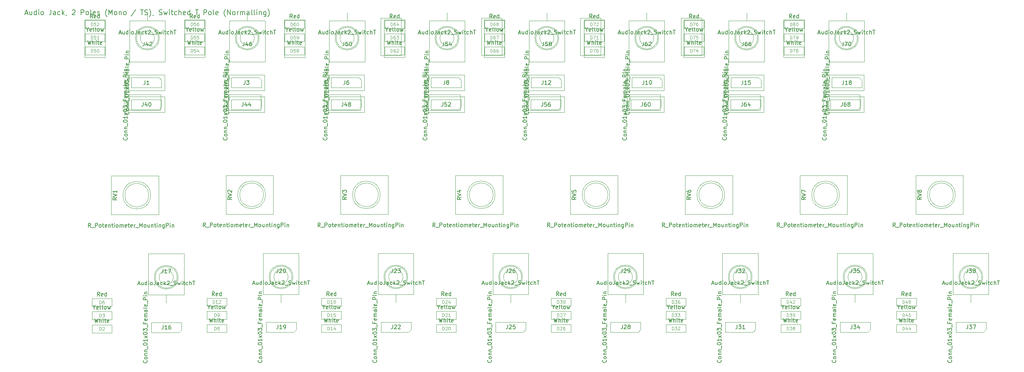
<source format=gbr>
G04 #@! TF.GenerationSoftware,KiCad,Pcbnew,9.0.3*
G04 #@! TF.CreationDate,2025-08-26T17:21:35-04:00*
G04 #@! TF.ProjectId,Oblique Palette 0.5.4 PCB Main,4f626c69-7175-4652-9050-616c65747465,0.5.5*
G04 #@! TF.SameCoordinates,Original*
G04 #@! TF.FileFunction,AssemblyDrawing,Top*
%FSLAX46Y46*%
G04 Gerber Fmt 4.6, Leading zero omitted, Abs format (unit mm)*
G04 Created by KiCad (PCBNEW 9.0.3) date 2025-08-26 17:21:35*
%MOMM*%
%LPD*%
G01*
G04 APERTURE LIST*
%ADD10C,0.100000*%
%ADD11C,0.150000*%
%ADD12C,0.120000*%
G04 APERTURE END LIST*
D10*
X43168049Y-104744450D02*
G75*
G02*
X37676237Y-104744450I-2745906J0D01*
G01*
X37676237Y-104744450D02*
G75*
G02*
X43168049Y-104744450I2745906J0D01*
G01*
X43422143Y-104744450D02*
G75*
G02*
X37422143Y-104744450I-3000000J0D01*
G01*
X37422143Y-104744450D02*
G75*
G02*
X43422143Y-104744450I3000000J0D01*
G01*
X36469047Y-83944450D02*
G75*
G02*
X29495239Y-83944450I-3486904J0D01*
G01*
X29495239Y-83944450D02*
G75*
G02*
X36469047Y-83944450I3486904J0D01*
G01*
X130872903Y-58474988D02*
X140072903Y-58474988D01*
X140072903Y-62474988D01*
X130872903Y-62474988D01*
X130872903Y-58474988D01*
X30847000Y-53457000D02*
X40047000Y-53457000D01*
X40047000Y-57457000D01*
X30847000Y-57457000D01*
X30847000Y-53457000D01*
X145122903Y-39054988D02*
X150322903Y-39054988D01*
X150322903Y-48554988D01*
X145122903Y-48554988D01*
X145122903Y-39054988D01*
X164907000Y-44167000D02*
G75*
G02*
X158907000Y-44167000I-3000000J0D01*
G01*
X158907000Y-44167000D02*
G75*
G02*
X164907000Y-44167000I3000000J0D01*
G01*
X171287000Y-39537000D02*
X176487000Y-39537000D01*
X176487000Y-49037000D01*
X171287000Y-49037000D01*
X171287000Y-39537000D01*
X19787000Y-39537000D02*
X24987000Y-39537000D01*
X24987000Y-49037000D01*
X19787000Y-49037000D01*
X19787000Y-39537000D01*
X45037000Y-39537000D02*
X50237000Y-39537000D01*
X50237000Y-49037000D01*
X45037000Y-49037000D01*
X45037000Y-39537000D01*
X157097000Y-53457000D02*
X166297000Y-53457000D01*
X166297000Y-57457000D01*
X157097000Y-57457000D01*
X157097000Y-53457000D01*
X181598333Y-83854450D02*
G75*
G02*
X174624525Y-83854450I-3486904J0D01*
G01*
X174624525Y-83854450D02*
G75*
G02*
X181598333Y-83854450I3486904J0D01*
G01*
X94622903Y-39054988D02*
X99822903Y-39054988D01*
X99822903Y-48554988D01*
X94622903Y-48554988D01*
X94622903Y-39054988D01*
X246599049Y-104654450D02*
G75*
G02*
X241107237Y-104654450I-2745906J0D01*
G01*
X241107237Y-104654450D02*
G75*
G02*
X246599049Y-104654450I2745906J0D01*
G01*
X215152906Y-44167000D02*
G75*
G02*
X209661094Y-44167000I-2745906J0D01*
G01*
X209661094Y-44167000D02*
G75*
G02*
X215152906Y-44167000I2745906J0D01*
G01*
X164652906Y-44167000D02*
G75*
G02*
X159161094Y-44167000I-2745906J0D01*
G01*
X159161094Y-44167000D02*
G75*
G02*
X164652906Y-44167000I2745906J0D01*
G01*
X246853143Y-104654450D02*
G75*
G02*
X240853143Y-104654450I-3000000J0D01*
G01*
X240853143Y-104654450D02*
G75*
G02*
X246853143Y-104654450I3000000J0D01*
G01*
X114152906Y-44167000D02*
G75*
G02*
X108661094Y-44167000I-2745906J0D01*
G01*
X108661094Y-44167000D02*
G75*
G02*
X114152906Y-44167000I2745906J0D01*
G01*
X207597000Y-53457000D02*
X216797000Y-53457000D01*
X216797000Y-57457000D01*
X207597000Y-57457000D01*
X207597000Y-53457000D01*
X120122903Y-39054988D02*
X125322903Y-39054988D01*
X125322903Y-48554988D01*
X120122903Y-48554988D01*
X120122903Y-39054988D01*
X101473857Y-104654450D02*
G75*
G02*
X95473857Y-104654450I-3000000J0D01*
G01*
X95473857Y-104654450D02*
G75*
G02*
X101473857Y-104654450I3000000J0D01*
G01*
X56097000Y-58957000D02*
X65297000Y-58957000D01*
X65297000Y-62957000D01*
X56097000Y-62957000D01*
X56097000Y-58957000D01*
X217577286Y-104654450D02*
G75*
G02*
X211577286Y-104654450I-3000000J0D01*
G01*
X211577286Y-104654450D02*
G75*
G02*
X217577286Y-104654450I3000000J0D01*
G01*
X38657000Y-44167000D02*
G75*
G02*
X32657000Y-44167000I-3000000J0D01*
G01*
X32657000Y-44167000D02*
G75*
G02*
X38657000Y-44167000I3000000J0D01*
G01*
X131847000Y-53457000D02*
X141047000Y-53457000D01*
X141047000Y-57457000D01*
X131847000Y-57457000D01*
X131847000Y-53457000D01*
X106597000Y-58957000D02*
X115797000Y-58957000D01*
X115797000Y-62957000D01*
X106597000Y-62957000D01*
X106597000Y-58957000D01*
X72193906Y-104654450D02*
G75*
G02*
X66702094Y-104654450I-2745906J0D01*
G01*
X66702094Y-104654450D02*
G75*
G02*
X72193906Y-104654450I2745906J0D01*
G01*
X123546618Y-83854450D02*
G75*
G02*
X116572810Y-83854450I-3486904J0D01*
G01*
X116572810Y-83854450D02*
G75*
G02*
X123546618Y-83854450I3486904J0D01*
G01*
X130499714Y-104654450D02*
G75*
G02*
X124499714Y-104654450I-3000000J0D01*
G01*
X124499714Y-104654450D02*
G75*
G02*
X130499714Y-104654450I3000000J0D01*
G01*
X159271478Y-104654450D02*
G75*
G02*
X153779666Y-104654450I-2745906J0D01*
G01*
X153779666Y-104654450D02*
G75*
G02*
X159271478Y-104654450I2745906J0D01*
G01*
X170622903Y-39054988D02*
X175822903Y-39054988D01*
X175822903Y-48554988D01*
X170622903Y-48554988D01*
X170622903Y-39054988D01*
X63907000Y-44167000D02*
G75*
G02*
X57907000Y-44167000I-3000000J0D01*
G01*
X57907000Y-44167000D02*
G75*
G02*
X63907000Y-44167000I3000000J0D01*
G01*
X139657000Y-44167000D02*
G75*
G02*
X133657000Y-44167000I-3000000J0D01*
G01*
X133657000Y-44167000D02*
G75*
G02*
X139657000Y-44167000I3000000J0D01*
G01*
X65494904Y-83854450D02*
G75*
G02*
X58521096Y-83854450I-3486904J0D01*
G01*
X58521096Y-83854450D02*
G75*
G02*
X65494904Y-83854450I3486904J0D01*
G01*
X217323192Y-104654450D02*
G75*
G02*
X211831380Y-104654450I-2745906J0D01*
G01*
X211831380Y-104654450D02*
G75*
G02*
X217323192Y-104654450I2745906J0D01*
G01*
X81347000Y-53457000D02*
X90547000Y-53457000D01*
X90547000Y-57457000D01*
X81347000Y-57457000D01*
X81347000Y-53457000D01*
X181372903Y-58474988D02*
X190572903Y-58474988D01*
X190572903Y-62474988D01*
X181372903Y-62474988D01*
X181372903Y-58474988D01*
X182347000Y-58957000D02*
X191547000Y-58957000D01*
X191547000Y-62957000D01*
X182347000Y-62957000D01*
X182347000Y-58957000D01*
X105622903Y-58474988D02*
X114822903Y-58474988D01*
X114822903Y-62474988D01*
X105622903Y-62474988D01*
X105622903Y-58474988D01*
X210624190Y-83854450D02*
G75*
G02*
X203650382Y-83854450I-3486904J0D01*
G01*
X203650382Y-83854450D02*
G75*
G02*
X210624190Y-83854450I3486904J0D01*
G01*
X55122903Y-58474988D02*
X64322903Y-58474988D01*
X64322903Y-62474988D01*
X55122903Y-62474988D01*
X55122903Y-58474988D01*
X188297335Y-104654450D02*
G75*
G02*
X182805523Y-104654450I-2745906J0D01*
G01*
X182805523Y-104654450D02*
G75*
G02*
X188297335Y-104654450I2745906J0D01*
G01*
X89157000Y-44167000D02*
G75*
G02*
X83157000Y-44167000I-3000000J0D01*
G01*
X83157000Y-44167000D02*
G75*
G02*
X89157000Y-44167000I3000000J0D01*
G01*
X106597000Y-53457000D02*
X115797000Y-53457000D01*
X115797000Y-57457000D01*
X106597000Y-57457000D01*
X106597000Y-53457000D01*
X146037000Y-39537000D02*
X151237000Y-39537000D01*
X151237000Y-49037000D01*
X146037000Y-49037000D01*
X146037000Y-39537000D01*
X29872903Y-58474988D02*
X39072903Y-58474988D01*
X39072903Y-62474988D01*
X29872903Y-62474988D01*
X29872903Y-58474988D01*
X72448000Y-104654450D02*
G75*
G02*
X66448000Y-104654450I-3000000J0D01*
G01*
X66448000Y-104654450D02*
G75*
G02*
X72448000Y-104654450I3000000J0D01*
G01*
X88902906Y-44167000D02*
G75*
G02*
X83411094Y-44167000I-2745906J0D01*
G01*
X83411094Y-44167000D02*
G75*
G02*
X88902906Y-44167000I2745906J0D01*
G01*
X30847000Y-58957000D02*
X40047000Y-58957000D01*
X40047000Y-62957000D01*
X30847000Y-62957000D01*
X30847000Y-58957000D01*
X95537000Y-39537000D02*
X100737000Y-39537000D01*
X100737000Y-49037000D01*
X95537000Y-49037000D01*
X95537000Y-39537000D01*
X114407000Y-44167000D02*
G75*
G02*
X108407000Y-44167000I-3000000J0D01*
G01*
X108407000Y-44167000D02*
G75*
G02*
X114407000Y-44167000I3000000J0D01*
G01*
X215407000Y-44167000D02*
G75*
G02*
X209407000Y-44167000I-3000000J0D01*
G01*
X209407000Y-44167000D02*
G75*
G02*
X215407000Y-44167000I3000000J0D01*
G01*
X130245620Y-104654450D02*
G75*
G02*
X124753808Y-104654450I-2745906J0D01*
G01*
X124753808Y-104654450D02*
G75*
G02*
X130245620Y-104654450I2745906J0D01*
G01*
X196537000Y-39537000D02*
X201737000Y-39537000D01*
X201737000Y-49037000D01*
X196537000Y-49037000D01*
X196537000Y-39537000D01*
X190157000Y-44167000D02*
G75*
G02*
X184157000Y-44167000I-3000000J0D01*
G01*
X184157000Y-44167000D02*
G75*
G02*
X190157000Y-44167000I3000000J0D01*
G01*
X63652906Y-44167000D02*
G75*
G02*
X58161094Y-44167000I-2745906J0D01*
G01*
X58161094Y-44167000D02*
G75*
G02*
X63652906Y-44167000I2745906J0D01*
G01*
X120787000Y-39537000D02*
X125987000Y-39537000D01*
X125987000Y-49037000D01*
X120787000Y-49037000D01*
X120787000Y-39537000D01*
X131847000Y-58957000D02*
X141047000Y-58957000D01*
X141047000Y-62957000D01*
X131847000Y-62957000D01*
X131847000Y-58957000D01*
X239900047Y-83854450D02*
G75*
G02*
X232926239Y-83854450I-3486904J0D01*
G01*
X232926239Y-83854450D02*
G75*
G02*
X239900047Y-83854450I3486904J0D01*
G01*
X94520761Y-83854450D02*
G75*
G02*
X87546953Y-83854450I-3486904J0D01*
G01*
X87546953Y-83854450D02*
G75*
G02*
X94520761Y-83854450I3486904J0D01*
G01*
X139402906Y-44167000D02*
G75*
G02*
X133911094Y-44167000I-2745906J0D01*
G01*
X133911094Y-44167000D02*
G75*
G02*
X139402906Y-44167000I2745906J0D01*
G01*
X182347000Y-53457000D02*
X191547000Y-53457000D01*
X191547000Y-57457000D01*
X182347000Y-57457000D01*
X182347000Y-53457000D01*
X152572476Y-83854450D02*
G75*
G02*
X145598668Y-83854450I-3486904J0D01*
G01*
X145598668Y-83854450D02*
G75*
G02*
X152572476Y-83854450I3486904J0D01*
G01*
X70287000Y-39537000D02*
X75487000Y-39537000D01*
X75487000Y-49037000D01*
X70287000Y-49037000D01*
X70287000Y-39537000D01*
X101219763Y-104654450D02*
G75*
G02*
X95727951Y-104654450I-2745906J0D01*
G01*
X95727951Y-104654450D02*
G75*
G02*
X101219763Y-104654450I2745906J0D01*
G01*
X188551429Y-104654450D02*
G75*
G02*
X182551429Y-104654450I-3000000J0D01*
G01*
X182551429Y-104654450D02*
G75*
G02*
X188551429Y-104654450I3000000J0D01*
G01*
X38402906Y-44167000D02*
G75*
G02*
X32911094Y-44167000I-2745906J0D01*
G01*
X32911094Y-44167000D02*
G75*
G02*
X38402906Y-44167000I2745906J0D01*
G01*
X56097000Y-53457000D02*
X65297000Y-53457000D01*
X65297000Y-57457000D01*
X56097000Y-57457000D01*
X56097000Y-53457000D01*
X159525572Y-104654450D02*
G75*
G02*
X153525572Y-104654450I-3000000J0D01*
G01*
X153525572Y-104654450D02*
G75*
G02*
X159525572Y-104654450I3000000J0D01*
G01*
X157097000Y-58957000D02*
X166297000Y-58957000D01*
X166297000Y-62957000D01*
X157097000Y-62957000D01*
X157097000Y-58957000D01*
X156122903Y-58474988D02*
X165322903Y-58474988D01*
X165322903Y-62474988D01*
X156122903Y-62474988D01*
X156122903Y-58474988D01*
X81347000Y-58957000D02*
X90547000Y-58957000D01*
X90547000Y-62957000D01*
X81347000Y-62957000D01*
X81347000Y-58957000D01*
X206622903Y-58474988D02*
X215822903Y-58474988D01*
X215822903Y-62474988D01*
X206622903Y-62474988D01*
X206622903Y-58474988D01*
X80372903Y-58474988D02*
X89572903Y-58474988D01*
X89572903Y-62474988D01*
X80372903Y-62474988D01*
X80372903Y-58474988D01*
X207597000Y-58957000D02*
X216797000Y-58957000D01*
X216797000Y-62957000D01*
X207597000Y-62957000D01*
X207597000Y-58957000D01*
X189902906Y-44167000D02*
G75*
G02*
X184411094Y-44167000I-2745906J0D01*
G01*
X184411094Y-44167000D02*
G75*
G02*
X189902906Y-44167000I2745906J0D01*
G01*
D11*
X236710285Y-106303554D02*
X237186475Y-106303554D01*
X236615047Y-106589269D02*
X236948380Y-105589269D01*
X236948380Y-105589269D02*
X237281713Y-106589269D01*
X238043618Y-105922602D02*
X238043618Y-106589269D01*
X237615047Y-105922602D02*
X237615047Y-106446411D01*
X237615047Y-106446411D02*
X237662666Y-106541650D01*
X237662666Y-106541650D02*
X237757904Y-106589269D01*
X237757904Y-106589269D02*
X237900761Y-106589269D01*
X237900761Y-106589269D02*
X237995999Y-106541650D01*
X237995999Y-106541650D02*
X238043618Y-106494030D01*
X238948380Y-106589269D02*
X238948380Y-105589269D01*
X238948380Y-106541650D02*
X238853142Y-106589269D01*
X238853142Y-106589269D02*
X238662666Y-106589269D01*
X238662666Y-106589269D02*
X238567428Y-106541650D01*
X238567428Y-106541650D02*
X238519809Y-106494030D01*
X238519809Y-106494030D02*
X238472190Y-106398792D01*
X238472190Y-106398792D02*
X238472190Y-106113078D01*
X238472190Y-106113078D02*
X238519809Y-106017840D01*
X238519809Y-106017840D02*
X238567428Y-105970221D01*
X238567428Y-105970221D02*
X238662666Y-105922602D01*
X238662666Y-105922602D02*
X238853142Y-105922602D01*
X238853142Y-105922602D02*
X238948380Y-105970221D01*
X239424571Y-106589269D02*
X239424571Y-105922602D01*
X239424571Y-105589269D02*
X239376952Y-105636888D01*
X239376952Y-105636888D02*
X239424571Y-105684507D01*
X239424571Y-105684507D02*
X239472190Y-105636888D01*
X239472190Y-105636888D02*
X239424571Y-105589269D01*
X239424571Y-105589269D02*
X239424571Y-105684507D01*
X240043618Y-106589269D02*
X239948380Y-106541650D01*
X239948380Y-106541650D02*
X239900761Y-106494030D01*
X239900761Y-106494030D02*
X239853142Y-106398792D01*
X239853142Y-106398792D02*
X239853142Y-106113078D01*
X239853142Y-106113078D02*
X239900761Y-106017840D01*
X239900761Y-106017840D02*
X239948380Y-105970221D01*
X239948380Y-105970221D02*
X240043618Y-105922602D01*
X240043618Y-105922602D02*
X240186475Y-105922602D01*
X240186475Y-105922602D02*
X240281713Y-105970221D01*
X240281713Y-105970221D02*
X240329332Y-106017840D01*
X240329332Y-106017840D02*
X240376951Y-106113078D01*
X240376951Y-106113078D02*
X240376951Y-106398792D01*
X240376951Y-106398792D02*
X240329332Y-106494030D01*
X240329332Y-106494030D02*
X240281713Y-106541650D01*
X240281713Y-106541650D02*
X240186475Y-106589269D01*
X240186475Y-106589269D02*
X240043618Y-106589269D01*
X241091237Y-105589269D02*
X241091237Y-106303554D01*
X241091237Y-106303554D02*
X241043618Y-106446411D01*
X241043618Y-106446411D02*
X240948380Y-106541650D01*
X240948380Y-106541650D02*
X240805523Y-106589269D01*
X240805523Y-106589269D02*
X240710285Y-106589269D01*
X241995999Y-106589269D02*
X241995999Y-106065459D01*
X241995999Y-106065459D02*
X241948380Y-105970221D01*
X241948380Y-105970221D02*
X241853142Y-105922602D01*
X241853142Y-105922602D02*
X241662666Y-105922602D01*
X241662666Y-105922602D02*
X241567428Y-105970221D01*
X241995999Y-106541650D02*
X241900761Y-106589269D01*
X241900761Y-106589269D02*
X241662666Y-106589269D01*
X241662666Y-106589269D02*
X241567428Y-106541650D01*
X241567428Y-106541650D02*
X241519809Y-106446411D01*
X241519809Y-106446411D02*
X241519809Y-106351173D01*
X241519809Y-106351173D02*
X241567428Y-106255935D01*
X241567428Y-106255935D02*
X241662666Y-106208316D01*
X241662666Y-106208316D02*
X241900761Y-106208316D01*
X241900761Y-106208316D02*
X241995999Y-106160697D01*
X242900761Y-106541650D02*
X242805523Y-106589269D01*
X242805523Y-106589269D02*
X242615047Y-106589269D01*
X242615047Y-106589269D02*
X242519809Y-106541650D01*
X242519809Y-106541650D02*
X242472190Y-106494030D01*
X242472190Y-106494030D02*
X242424571Y-106398792D01*
X242424571Y-106398792D02*
X242424571Y-106113078D01*
X242424571Y-106113078D02*
X242472190Y-106017840D01*
X242472190Y-106017840D02*
X242519809Y-105970221D01*
X242519809Y-105970221D02*
X242615047Y-105922602D01*
X242615047Y-105922602D02*
X242805523Y-105922602D01*
X242805523Y-105922602D02*
X242900761Y-105970221D01*
X243329333Y-106589269D02*
X243329333Y-105589269D01*
X243424571Y-106208316D02*
X243710285Y-106589269D01*
X243710285Y-105922602D02*
X243329333Y-106303554D01*
X244091238Y-105684507D02*
X244138857Y-105636888D01*
X244138857Y-105636888D02*
X244234095Y-105589269D01*
X244234095Y-105589269D02*
X244472190Y-105589269D01*
X244472190Y-105589269D02*
X244567428Y-105636888D01*
X244567428Y-105636888D02*
X244615047Y-105684507D01*
X244615047Y-105684507D02*
X244662666Y-105779745D01*
X244662666Y-105779745D02*
X244662666Y-105874983D01*
X244662666Y-105874983D02*
X244615047Y-106017840D01*
X244615047Y-106017840D02*
X244043619Y-106589269D01*
X244043619Y-106589269D02*
X244662666Y-106589269D01*
X244853143Y-106684507D02*
X245615047Y-106684507D01*
X245805524Y-106541650D02*
X245948381Y-106589269D01*
X245948381Y-106589269D02*
X246186476Y-106589269D01*
X246186476Y-106589269D02*
X246281714Y-106541650D01*
X246281714Y-106541650D02*
X246329333Y-106494030D01*
X246329333Y-106494030D02*
X246376952Y-106398792D01*
X246376952Y-106398792D02*
X246376952Y-106303554D01*
X246376952Y-106303554D02*
X246329333Y-106208316D01*
X246329333Y-106208316D02*
X246281714Y-106160697D01*
X246281714Y-106160697D02*
X246186476Y-106113078D01*
X246186476Y-106113078D02*
X245996000Y-106065459D01*
X245996000Y-106065459D02*
X245900762Y-106017840D01*
X245900762Y-106017840D02*
X245853143Y-105970221D01*
X245853143Y-105970221D02*
X245805524Y-105874983D01*
X245805524Y-105874983D02*
X245805524Y-105779745D01*
X245805524Y-105779745D02*
X245853143Y-105684507D01*
X245853143Y-105684507D02*
X245900762Y-105636888D01*
X245900762Y-105636888D02*
X245996000Y-105589269D01*
X245996000Y-105589269D02*
X246234095Y-105589269D01*
X246234095Y-105589269D02*
X246376952Y-105636888D01*
X246710286Y-105922602D02*
X246900762Y-106589269D01*
X246900762Y-106589269D02*
X247091238Y-106113078D01*
X247091238Y-106113078D02*
X247281714Y-106589269D01*
X247281714Y-106589269D02*
X247472190Y-105922602D01*
X247853143Y-106589269D02*
X247853143Y-105922602D01*
X247853143Y-105589269D02*
X247805524Y-105636888D01*
X247805524Y-105636888D02*
X247853143Y-105684507D01*
X247853143Y-105684507D02*
X247900762Y-105636888D01*
X247900762Y-105636888D02*
X247853143Y-105589269D01*
X247853143Y-105589269D02*
X247853143Y-105684507D01*
X248186476Y-105922602D02*
X248567428Y-105922602D01*
X248329333Y-105589269D02*
X248329333Y-106446411D01*
X248329333Y-106446411D02*
X248376952Y-106541650D01*
X248376952Y-106541650D02*
X248472190Y-106589269D01*
X248472190Y-106589269D02*
X248567428Y-106589269D01*
X249329333Y-106541650D02*
X249234095Y-106589269D01*
X249234095Y-106589269D02*
X249043619Y-106589269D01*
X249043619Y-106589269D02*
X248948381Y-106541650D01*
X248948381Y-106541650D02*
X248900762Y-106494030D01*
X248900762Y-106494030D02*
X248853143Y-106398792D01*
X248853143Y-106398792D02*
X248853143Y-106113078D01*
X248853143Y-106113078D02*
X248900762Y-106017840D01*
X248900762Y-106017840D02*
X248948381Y-105970221D01*
X248948381Y-105970221D02*
X249043619Y-105922602D01*
X249043619Y-105922602D02*
X249234095Y-105922602D01*
X249234095Y-105922602D02*
X249329333Y-105970221D01*
X249757905Y-106589269D02*
X249757905Y-105589269D01*
X250186476Y-106589269D02*
X250186476Y-106065459D01*
X250186476Y-106065459D02*
X250138857Y-105970221D01*
X250138857Y-105970221D02*
X250043619Y-105922602D01*
X250043619Y-105922602D02*
X249900762Y-105922602D01*
X249900762Y-105922602D02*
X249805524Y-105970221D01*
X249805524Y-105970221D02*
X249757905Y-106017840D01*
X250519810Y-105589269D02*
X251091238Y-105589269D01*
X250805524Y-106589269D02*
X250805524Y-105589269D01*
X243043619Y-102589269D02*
X243043619Y-103303554D01*
X243043619Y-103303554D02*
X242996000Y-103446411D01*
X242996000Y-103446411D02*
X242900762Y-103541650D01*
X242900762Y-103541650D02*
X242757905Y-103589269D01*
X242757905Y-103589269D02*
X242662667Y-103589269D01*
X243424572Y-102589269D02*
X244043619Y-102589269D01*
X244043619Y-102589269D02*
X243710286Y-102970221D01*
X243710286Y-102970221D02*
X243853143Y-102970221D01*
X243853143Y-102970221D02*
X243948381Y-103017840D01*
X243948381Y-103017840D02*
X243996000Y-103065459D01*
X243996000Y-103065459D02*
X244043619Y-103160697D01*
X244043619Y-103160697D02*
X244043619Y-103398792D01*
X244043619Y-103398792D02*
X243996000Y-103494030D01*
X243996000Y-103494030D02*
X243948381Y-103541650D01*
X243948381Y-103541650D02*
X243853143Y-103589269D01*
X243853143Y-103589269D02*
X243567429Y-103589269D01*
X243567429Y-103589269D02*
X243472191Y-103541650D01*
X243472191Y-103541650D02*
X243424572Y-103494030D01*
X244615048Y-103017840D02*
X244519810Y-102970221D01*
X244519810Y-102970221D02*
X244472191Y-102922602D01*
X244472191Y-102922602D02*
X244424572Y-102827364D01*
X244424572Y-102827364D02*
X244424572Y-102779745D01*
X244424572Y-102779745D02*
X244472191Y-102684507D01*
X244472191Y-102684507D02*
X244519810Y-102636888D01*
X244519810Y-102636888D02*
X244615048Y-102589269D01*
X244615048Y-102589269D02*
X244805524Y-102589269D01*
X244805524Y-102589269D02*
X244900762Y-102636888D01*
X244900762Y-102636888D02*
X244948381Y-102684507D01*
X244948381Y-102684507D02*
X244996000Y-102779745D01*
X244996000Y-102779745D02*
X244996000Y-102827364D01*
X244996000Y-102827364D02*
X244948381Y-102922602D01*
X244948381Y-102922602D02*
X244900762Y-102970221D01*
X244900762Y-102970221D02*
X244805524Y-103017840D01*
X244805524Y-103017840D02*
X244615048Y-103017840D01*
X244615048Y-103017840D02*
X244519810Y-103065459D01*
X244519810Y-103065459D02*
X244472191Y-103113078D01*
X244472191Y-103113078D02*
X244424572Y-103208316D01*
X244424572Y-103208316D02*
X244424572Y-103398792D01*
X244424572Y-103398792D02*
X244472191Y-103494030D01*
X244472191Y-103494030D02*
X244519810Y-103541650D01*
X244519810Y-103541650D02*
X244615048Y-103589269D01*
X244615048Y-103589269D02*
X244805524Y-103589269D01*
X244805524Y-103589269D02*
X244900762Y-103541650D01*
X244900762Y-103541650D02*
X244948381Y-103494030D01*
X244948381Y-103494030D02*
X244996000Y-103398792D01*
X244996000Y-103398792D02*
X244996000Y-103208316D01*
X244996000Y-103208316D02*
X244948381Y-103113078D01*
X244948381Y-103113078D02*
X244900762Y-103065459D01*
X244900762Y-103065459D02*
X244805524Y-103017840D01*
X227011714Y-109399269D02*
X226678381Y-108923078D01*
X226440286Y-109399269D02*
X226440286Y-108399269D01*
X226440286Y-108399269D02*
X226821238Y-108399269D01*
X226821238Y-108399269D02*
X226916476Y-108446888D01*
X226916476Y-108446888D02*
X226964095Y-108494507D01*
X226964095Y-108494507D02*
X227011714Y-108589745D01*
X227011714Y-108589745D02*
X227011714Y-108732602D01*
X227011714Y-108732602D02*
X226964095Y-108827840D01*
X226964095Y-108827840D02*
X226916476Y-108875459D01*
X226916476Y-108875459D02*
X226821238Y-108923078D01*
X226821238Y-108923078D02*
X226440286Y-108923078D01*
X227821238Y-109351650D02*
X227726000Y-109399269D01*
X227726000Y-109399269D02*
X227535524Y-109399269D01*
X227535524Y-109399269D02*
X227440286Y-109351650D01*
X227440286Y-109351650D02*
X227392667Y-109256411D01*
X227392667Y-109256411D02*
X227392667Y-108875459D01*
X227392667Y-108875459D02*
X227440286Y-108780221D01*
X227440286Y-108780221D02*
X227535524Y-108732602D01*
X227535524Y-108732602D02*
X227726000Y-108732602D01*
X227726000Y-108732602D02*
X227821238Y-108780221D01*
X227821238Y-108780221D02*
X227868857Y-108875459D01*
X227868857Y-108875459D02*
X227868857Y-108970697D01*
X227868857Y-108970697D02*
X227392667Y-109065935D01*
X228726000Y-109399269D02*
X228726000Y-108399269D01*
X228726000Y-109351650D02*
X228630762Y-109399269D01*
X228630762Y-109399269D02*
X228440286Y-109399269D01*
X228440286Y-109399269D02*
X228345048Y-109351650D01*
X228345048Y-109351650D02*
X228297429Y-109304030D01*
X228297429Y-109304030D02*
X228249810Y-109208792D01*
X228249810Y-109208792D02*
X228249810Y-108923078D01*
X228249810Y-108923078D02*
X228297429Y-108827840D01*
X228297429Y-108827840D02*
X228345048Y-108780221D01*
X228345048Y-108780221D02*
X228440286Y-108732602D01*
X228440286Y-108732602D02*
X228630762Y-108732602D01*
X228630762Y-108732602D02*
X228726000Y-108780221D01*
D12*
X226611714Y-111368305D02*
X226611714Y-110568305D01*
X226611714Y-110568305D02*
X226802190Y-110568305D01*
X226802190Y-110568305D02*
X226916476Y-110606400D01*
X226916476Y-110606400D02*
X226992666Y-110682590D01*
X226992666Y-110682590D02*
X227030761Y-110758781D01*
X227030761Y-110758781D02*
X227068857Y-110911162D01*
X227068857Y-110911162D02*
X227068857Y-111025448D01*
X227068857Y-111025448D02*
X227030761Y-111177829D01*
X227030761Y-111177829D02*
X226992666Y-111254019D01*
X226992666Y-111254019D02*
X226916476Y-111330210D01*
X226916476Y-111330210D02*
X226802190Y-111368305D01*
X226802190Y-111368305D02*
X226611714Y-111368305D01*
X227754571Y-110834971D02*
X227754571Y-111368305D01*
X227564095Y-110530210D02*
X227373618Y-111101638D01*
X227373618Y-111101638D02*
X227868857Y-111101638D01*
X228287904Y-110911162D02*
X228211714Y-110873067D01*
X228211714Y-110873067D02*
X228173619Y-110834971D01*
X228173619Y-110834971D02*
X228135523Y-110758781D01*
X228135523Y-110758781D02*
X228135523Y-110720686D01*
X228135523Y-110720686D02*
X228173619Y-110644495D01*
X228173619Y-110644495D02*
X228211714Y-110606400D01*
X228211714Y-110606400D02*
X228287904Y-110568305D01*
X228287904Y-110568305D02*
X228440285Y-110568305D01*
X228440285Y-110568305D02*
X228516476Y-110606400D01*
X228516476Y-110606400D02*
X228554571Y-110644495D01*
X228554571Y-110644495D02*
X228592666Y-110720686D01*
X228592666Y-110720686D02*
X228592666Y-110758781D01*
X228592666Y-110758781D02*
X228554571Y-110834971D01*
X228554571Y-110834971D02*
X228516476Y-110873067D01*
X228516476Y-110873067D02*
X228440285Y-110911162D01*
X228440285Y-110911162D02*
X228287904Y-110911162D01*
X228287904Y-110911162D02*
X228211714Y-110949257D01*
X228211714Y-110949257D02*
X228173619Y-110987352D01*
X228173619Y-110987352D02*
X228135523Y-111063543D01*
X228135523Y-111063543D02*
X228135523Y-111215924D01*
X228135523Y-111215924D02*
X228173619Y-111292114D01*
X228173619Y-111292114D02*
X228211714Y-111330210D01*
X228211714Y-111330210D02*
X228287904Y-111368305D01*
X228287904Y-111368305D02*
X228440285Y-111368305D01*
X228440285Y-111368305D02*
X228516476Y-111330210D01*
X228516476Y-111330210D02*
X228554571Y-111292114D01*
X228554571Y-111292114D02*
X228592666Y-111215924D01*
X228592666Y-111215924D02*
X228592666Y-111063543D01*
X228592666Y-111063543D02*
X228554571Y-110987352D01*
X228554571Y-110987352D02*
X228516476Y-110949257D01*
X228516476Y-110949257D02*
X228440285Y-110911162D01*
D11*
X225654571Y-112273078D02*
X225654571Y-112749269D01*
X225321238Y-111749269D02*
X225654571Y-112273078D01*
X225654571Y-112273078D02*
X225987904Y-111749269D01*
X226702190Y-112701650D02*
X226606952Y-112749269D01*
X226606952Y-112749269D02*
X226416476Y-112749269D01*
X226416476Y-112749269D02*
X226321238Y-112701650D01*
X226321238Y-112701650D02*
X226273619Y-112606411D01*
X226273619Y-112606411D02*
X226273619Y-112225459D01*
X226273619Y-112225459D02*
X226321238Y-112130221D01*
X226321238Y-112130221D02*
X226416476Y-112082602D01*
X226416476Y-112082602D02*
X226606952Y-112082602D01*
X226606952Y-112082602D02*
X226702190Y-112130221D01*
X226702190Y-112130221D02*
X226749809Y-112225459D01*
X226749809Y-112225459D02*
X226749809Y-112320697D01*
X226749809Y-112320697D02*
X226273619Y-112415935D01*
X227321238Y-112749269D02*
X227226000Y-112701650D01*
X227226000Y-112701650D02*
X227178381Y-112606411D01*
X227178381Y-112606411D02*
X227178381Y-111749269D01*
X227845048Y-112749269D02*
X227749810Y-112701650D01*
X227749810Y-112701650D02*
X227702191Y-112606411D01*
X227702191Y-112606411D02*
X227702191Y-111749269D01*
X228368858Y-112749269D02*
X228273620Y-112701650D01*
X228273620Y-112701650D02*
X228226001Y-112654030D01*
X228226001Y-112654030D02*
X228178382Y-112558792D01*
X228178382Y-112558792D02*
X228178382Y-112273078D01*
X228178382Y-112273078D02*
X228226001Y-112177840D01*
X228226001Y-112177840D02*
X228273620Y-112130221D01*
X228273620Y-112130221D02*
X228368858Y-112082602D01*
X228368858Y-112082602D02*
X228511715Y-112082602D01*
X228511715Y-112082602D02*
X228606953Y-112130221D01*
X228606953Y-112130221D02*
X228654572Y-112177840D01*
X228654572Y-112177840D02*
X228702191Y-112273078D01*
X228702191Y-112273078D02*
X228702191Y-112558792D01*
X228702191Y-112558792D02*
X228654572Y-112654030D01*
X228654572Y-112654030D02*
X228606953Y-112701650D01*
X228606953Y-112701650D02*
X228511715Y-112749269D01*
X228511715Y-112749269D02*
X228368858Y-112749269D01*
X229035525Y-112082602D02*
X229226001Y-112749269D01*
X229226001Y-112749269D02*
X229416477Y-112273078D01*
X229416477Y-112273078D02*
X229606953Y-112749269D01*
X229606953Y-112749269D02*
X229797429Y-112082602D01*
D12*
X226611714Y-114718305D02*
X226611714Y-113918305D01*
X226611714Y-113918305D02*
X226802190Y-113918305D01*
X226802190Y-113918305D02*
X226916476Y-113956400D01*
X226916476Y-113956400D02*
X226992666Y-114032590D01*
X226992666Y-114032590D02*
X227030761Y-114108781D01*
X227030761Y-114108781D02*
X227068857Y-114261162D01*
X227068857Y-114261162D02*
X227068857Y-114375448D01*
X227068857Y-114375448D02*
X227030761Y-114527829D01*
X227030761Y-114527829D02*
X226992666Y-114604019D01*
X226992666Y-114604019D02*
X226916476Y-114680210D01*
X226916476Y-114680210D02*
X226802190Y-114718305D01*
X226802190Y-114718305D02*
X226611714Y-114718305D01*
X227754571Y-114184971D02*
X227754571Y-114718305D01*
X227564095Y-113880210D02*
X227373618Y-114451638D01*
X227373618Y-114451638D02*
X227868857Y-114451638D01*
X228554571Y-113918305D02*
X228173619Y-113918305D01*
X228173619Y-113918305D02*
X228135523Y-114299257D01*
X228135523Y-114299257D02*
X228173619Y-114261162D01*
X228173619Y-114261162D02*
X228249809Y-114223067D01*
X228249809Y-114223067D02*
X228440285Y-114223067D01*
X228440285Y-114223067D02*
X228516476Y-114261162D01*
X228516476Y-114261162D02*
X228554571Y-114299257D01*
X228554571Y-114299257D02*
X228592666Y-114375448D01*
X228592666Y-114375448D02*
X228592666Y-114565924D01*
X228592666Y-114565924D02*
X228554571Y-114642114D01*
X228554571Y-114642114D02*
X228516476Y-114680210D01*
X228516476Y-114680210D02*
X228440285Y-114718305D01*
X228440285Y-114718305D02*
X228249809Y-114718305D01*
X228249809Y-114718305D02*
X228173619Y-114680210D01*
X228173619Y-114680210D02*
X228135523Y-114642114D01*
D11*
X225749810Y-115099269D02*
X225987905Y-116099269D01*
X225987905Y-116099269D02*
X226178381Y-115384983D01*
X226178381Y-115384983D02*
X226368857Y-116099269D01*
X226368857Y-116099269D02*
X226606953Y-115099269D01*
X226987905Y-116099269D02*
X226987905Y-115099269D01*
X227416476Y-116099269D02*
X227416476Y-115575459D01*
X227416476Y-115575459D02*
X227368857Y-115480221D01*
X227368857Y-115480221D02*
X227273619Y-115432602D01*
X227273619Y-115432602D02*
X227130762Y-115432602D01*
X227130762Y-115432602D02*
X227035524Y-115480221D01*
X227035524Y-115480221D02*
X226987905Y-115527840D01*
X227892667Y-116099269D02*
X227892667Y-115432602D01*
X227892667Y-115099269D02*
X227845048Y-115146888D01*
X227845048Y-115146888D02*
X227892667Y-115194507D01*
X227892667Y-115194507D02*
X227940286Y-115146888D01*
X227940286Y-115146888D02*
X227892667Y-115099269D01*
X227892667Y-115099269D02*
X227892667Y-115194507D01*
X228226000Y-115432602D02*
X228606952Y-115432602D01*
X228368857Y-115099269D02*
X228368857Y-115956411D01*
X228368857Y-115956411D02*
X228416476Y-116051650D01*
X228416476Y-116051650D02*
X228511714Y-116099269D01*
X228511714Y-116099269D02*
X228606952Y-116099269D01*
X229321238Y-116051650D02*
X229226000Y-116099269D01*
X229226000Y-116099269D02*
X229035524Y-116099269D01*
X229035524Y-116099269D02*
X228940286Y-116051650D01*
X228940286Y-116051650D02*
X228892667Y-115956411D01*
X228892667Y-115956411D02*
X228892667Y-115575459D01*
X228892667Y-115575459D02*
X228940286Y-115480221D01*
X228940286Y-115480221D02*
X229035524Y-115432602D01*
X229035524Y-115432602D02*
X229226000Y-115432602D01*
X229226000Y-115432602D02*
X229321238Y-115480221D01*
X229321238Y-115480221D02*
X229368857Y-115575459D01*
X229368857Y-115575459D02*
X229368857Y-115670697D01*
X229368857Y-115670697D02*
X228892667Y-115765935D01*
D12*
X226611714Y-118068305D02*
X226611714Y-117268305D01*
X226611714Y-117268305D02*
X226802190Y-117268305D01*
X226802190Y-117268305D02*
X226916476Y-117306400D01*
X226916476Y-117306400D02*
X226992666Y-117382590D01*
X226992666Y-117382590D02*
X227030761Y-117458781D01*
X227030761Y-117458781D02*
X227068857Y-117611162D01*
X227068857Y-117611162D02*
X227068857Y-117725448D01*
X227068857Y-117725448D02*
X227030761Y-117877829D01*
X227030761Y-117877829D02*
X226992666Y-117954019D01*
X226992666Y-117954019D02*
X226916476Y-118030210D01*
X226916476Y-118030210D02*
X226802190Y-118068305D01*
X226802190Y-118068305D02*
X226611714Y-118068305D01*
X227754571Y-117534971D02*
X227754571Y-118068305D01*
X227564095Y-117230210D02*
X227373618Y-117801638D01*
X227373618Y-117801638D02*
X227868857Y-117801638D01*
X228516476Y-117534971D02*
X228516476Y-118068305D01*
X228326000Y-117230210D02*
X228135523Y-117801638D01*
X228135523Y-117801638D02*
X228630762Y-117801638D01*
D11*
X197735857Y-109399269D02*
X197402524Y-108923078D01*
X197164429Y-109399269D02*
X197164429Y-108399269D01*
X197164429Y-108399269D02*
X197545381Y-108399269D01*
X197545381Y-108399269D02*
X197640619Y-108446888D01*
X197640619Y-108446888D02*
X197688238Y-108494507D01*
X197688238Y-108494507D02*
X197735857Y-108589745D01*
X197735857Y-108589745D02*
X197735857Y-108732602D01*
X197735857Y-108732602D02*
X197688238Y-108827840D01*
X197688238Y-108827840D02*
X197640619Y-108875459D01*
X197640619Y-108875459D02*
X197545381Y-108923078D01*
X197545381Y-108923078D02*
X197164429Y-108923078D01*
X198545381Y-109351650D02*
X198450143Y-109399269D01*
X198450143Y-109399269D02*
X198259667Y-109399269D01*
X198259667Y-109399269D02*
X198164429Y-109351650D01*
X198164429Y-109351650D02*
X198116810Y-109256411D01*
X198116810Y-109256411D02*
X198116810Y-108875459D01*
X198116810Y-108875459D02*
X198164429Y-108780221D01*
X198164429Y-108780221D02*
X198259667Y-108732602D01*
X198259667Y-108732602D02*
X198450143Y-108732602D01*
X198450143Y-108732602D02*
X198545381Y-108780221D01*
X198545381Y-108780221D02*
X198593000Y-108875459D01*
X198593000Y-108875459D02*
X198593000Y-108970697D01*
X198593000Y-108970697D02*
X198116810Y-109065935D01*
X199450143Y-109399269D02*
X199450143Y-108399269D01*
X199450143Y-109351650D02*
X199354905Y-109399269D01*
X199354905Y-109399269D02*
X199164429Y-109399269D01*
X199164429Y-109399269D02*
X199069191Y-109351650D01*
X199069191Y-109351650D02*
X199021572Y-109304030D01*
X199021572Y-109304030D02*
X198973953Y-109208792D01*
X198973953Y-109208792D02*
X198973953Y-108923078D01*
X198973953Y-108923078D02*
X199021572Y-108827840D01*
X199021572Y-108827840D02*
X199069191Y-108780221D01*
X199069191Y-108780221D02*
X199164429Y-108732602D01*
X199164429Y-108732602D02*
X199354905Y-108732602D01*
X199354905Y-108732602D02*
X199450143Y-108780221D01*
D12*
X197335857Y-111368305D02*
X197335857Y-110568305D01*
X197335857Y-110568305D02*
X197526333Y-110568305D01*
X197526333Y-110568305D02*
X197640619Y-110606400D01*
X197640619Y-110606400D02*
X197716809Y-110682590D01*
X197716809Y-110682590D02*
X197754904Y-110758781D01*
X197754904Y-110758781D02*
X197793000Y-110911162D01*
X197793000Y-110911162D02*
X197793000Y-111025448D01*
X197793000Y-111025448D02*
X197754904Y-111177829D01*
X197754904Y-111177829D02*
X197716809Y-111254019D01*
X197716809Y-111254019D02*
X197640619Y-111330210D01*
X197640619Y-111330210D02*
X197526333Y-111368305D01*
X197526333Y-111368305D02*
X197335857Y-111368305D01*
X198478714Y-110834971D02*
X198478714Y-111368305D01*
X198288238Y-110530210D02*
X198097761Y-111101638D01*
X198097761Y-111101638D02*
X198593000Y-111101638D01*
X198859666Y-110644495D02*
X198897762Y-110606400D01*
X198897762Y-110606400D02*
X198973952Y-110568305D01*
X198973952Y-110568305D02*
X199164428Y-110568305D01*
X199164428Y-110568305D02*
X199240619Y-110606400D01*
X199240619Y-110606400D02*
X199278714Y-110644495D01*
X199278714Y-110644495D02*
X199316809Y-110720686D01*
X199316809Y-110720686D02*
X199316809Y-110796876D01*
X199316809Y-110796876D02*
X199278714Y-110911162D01*
X199278714Y-110911162D02*
X198821571Y-111368305D01*
X198821571Y-111368305D02*
X199316809Y-111368305D01*
D11*
X196378714Y-112273078D02*
X196378714Y-112749269D01*
X196045381Y-111749269D02*
X196378714Y-112273078D01*
X196378714Y-112273078D02*
X196712047Y-111749269D01*
X197426333Y-112701650D02*
X197331095Y-112749269D01*
X197331095Y-112749269D02*
X197140619Y-112749269D01*
X197140619Y-112749269D02*
X197045381Y-112701650D01*
X197045381Y-112701650D02*
X196997762Y-112606411D01*
X196997762Y-112606411D02*
X196997762Y-112225459D01*
X196997762Y-112225459D02*
X197045381Y-112130221D01*
X197045381Y-112130221D02*
X197140619Y-112082602D01*
X197140619Y-112082602D02*
X197331095Y-112082602D01*
X197331095Y-112082602D02*
X197426333Y-112130221D01*
X197426333Y-112130221D02*
X197473952Y-112225459D01*
X197473952Y-112225459D02*
X197473952Y-112320697D01*
X197473952Y-112320697D02*
X196997762Y-112415935D01*
X198045381Y-112749269D02*
X197950143Y-112701650D01*
X197950143Y-112701650D02*
X197902524Y-112606411D01*
X197902524Y-112606411D02*
X197902524Y-111749269D01*
X198569191Y-112749269D02*
X198473953Y-112701650D01*
X198473953Y-112701650D02*
X198426334Y-112606411D01*
X198426334Y-112606411D02*
X198426334Y-111749269D01*
X199093001Y-112749269D02*
X198997763Y-112701650D01*
X198997763Y-112701650D02*
X198950144Y-112654030D01*
X198950144Y-112654030D02*
X198902525Y-112558792D01*
X198902525Y-112558792D02*
X198902525Y-112273078D01*
X198902525Y-112273078D02*
X198950144Y-112177840D01*
X198950144Y-112177840D02*
X198997763Y-112130221D01*
X198997763Y-112130221D02*
X199093001Y-112082602D01*
X199093001Y-112082602D02*
X199235858Y-112082602D01*
X199235858Y-112082602D02*
X199331096Y-112130221D01*
X199331096Y-112130221D02*
X199378715Y-112177840D01*
X199378715Y-112177840D02*
X199426334Y-112273078D01*
X199426334Y-112273078D02*
X199426334Y-112558792D01*
X199426334Y-112558792D02*
X199378715Y-112654030D01*
X199378715Y-112654030D02*
X199331096Y-112701650D01*
X199331096Y-112701650D02*
X199235858Y-112749269D01*
X199235858Y-112749269D02*
X199093001Y-112749269D01*
X199759668Y-112082602D02*
X199950144Y-112749269D01*
X199950144Y-112749269D02*
X200140620Y-112273078D01*
X200140620Y-112273078D02*
X200331096Y-112749269D01*
X200331096Y-112749269D02*
X200521572Y-112082602D01*
D12*
X197335857Y-114718305D02*
X197335857Y-113918305D01*
X197335857Y-113918305D02*
X197526333Y-113918305D01*
X197526333Y-113918305D02*
X197640619Y-113956400D01*
X197640619Y-113956400D02*
X197716809Y-114032590D01*
X197716809Y-114032590D02*
X197754904Y-114108781D01*
X197754904Y-114108781D02*
X197793000Y-114261162D01*
X197793000Y-114261162D02*
X197793000Y-114375448D01*
X197793000Y-114375448D02*
X197754904Y-114527829D01*
X197754904Y-114527829D02*
X197716809Y-114604019D01*
X197716809Y-114604019D02*
X197640619Y-114680210D01*
X197640619Y-114680210D02*
X197526333Y-114718305D01*
X197526333Y-114718305D02*
X197335857Y-114718305D01*
X198059666Y-113918305D02*
X198554904Y-113918305D01*
X198554904Y-113918305D02*
X198288238Y-114223067D01*
X198288238Y-114223067D02*
X198402523Y-114223067D01*
X198402523Y-114223067D02*
X198478714Y-114261162D01*
X198478714Y-114261162D02*
X198516809Y-114299257D01*
X198516809Y-114299257D02*
X198554904Y-114375448D01*
X198554904Y-114375448D02*
X198554904Y-114565924D01*
X198554904Y-114565924D02*
X198516809Y-114642114D01*
X198516809Y-114642114D02*
X198478714Y-114680210D01*
X198478714Y-114680210D02*
X198402523Y-114718305D01*
X198402523Y-114718305D02*
X198173952Y-114718305D01*
X198173952Y-114718305D02*
X198097761Y-114680210D01*
X198097761Y-114680210D02*
X198059666Y-114642114D01*
X198935857Y-114718305D02*
X199088238Y-114718305D01*
X199088238Y-114718305D02*
X199164428Y-114680210D01*
X199164428Y-114680210D02*
X199202524Y-114642114D01*
X199202524Y-114642114D02*
X199278714Y-114527829D01*
X199278714Y-114527829D02*
X199316809Y-114375448D01*
X199316809Y-114375448D02*
X199316809Y-114070686D01*
X199316809Y-114070686D02*
X199278714Y-113994495D01*
X199278714Y-113994495D02*
X199240619Y-113956400D01*
X199240619Y-113956400D02*
X199164428Y-113918305D01*
X199164428Y-113918305D02*
X199012047Y-113918305D01*
X199012047Y-113918305D02*
X198935857Y-113956400D01*
X198935857Y-113956400D02*
X198897762Y-113994495D01*
X198897762Y-113994495D02*
X198859666Y-114070686D01*
X198859666Y-114070686D02*
X198859666Y-114261162D01*
X198859666Y-114261162D02*
X198897762Y-114337352D01*
X198897762Y-114337352D02*
X198935857Y-114375448D01*
X198935857Y-114375448D02*
X199012047Y-114413543D01*
X199012047Y-114413543D02*
X199164428Y-114413543D01*
X199164428Y-114413543D02*
X199240619Y-114375448D01*
X199240619Y-114375448D02*
X199278714Y-114337352D01*
X199278714Y-114337352D02*
X199316809Y-114261162D01*
D11*
X196473953Y-115099269D02*
X196712048Y-116099269D01*
X196712048Y-116099269D02*
X196902524Y-115384983D01*
X196902524Y-115384983D02*
X197093000Y-116099269D01*
X197093000Y-116099269D02*
X197331096Y-115099269D01*
X197712048Y-116099269D02*
X197712048Y-115099269D01*
X198140619Y-116099269D02*
X198140619Y-115575459D01*
X198140619Y-115575459D02*
X198093000Y-115480221D01*
X198093000Y-115480221D02*
X197997762Y-115432602D01*
X197997762Y-115432602D02*
X197854905Y-115432602D01*
X197854905Y-115432602D02*
X197759667Y-115480221D01*
X197759667Y-115480221D02*
X197712048Y-115527840D01*
X198616810Y-116099269D02*
X198616810Y-115432602D01*
X198616810Y-115099269D02*
X198569191Y-115146888D01*
X198569191Y-115146888D02*
X198616810Y-115194507D01*
X198616810Y-115194507D02*
X198664429Y-115146888D01*
X198664429Y-115146888D02*
X198616810Y-115099269D01*
X198616810Y-115099269D02*
X198616810Y-115194507D01*
X198950143Y-115432602D02*
X199331095Y-115432602D01*
X199093000Y-115099269D02*
X199093000Y-115956411D01*
X199093000Y-115956411D02*
X199140619Y-116051650D01*
X199140619Y-116051650D02*
X199235857Y-116099269D01*
X199235857Y-116099269D02*
X199331095Y-116099269D01*
X200045381Y-116051650D02*
X199950143Y-116099269D01*
X199950143Y-116099269D02*
X199759667Y-116099269D01*
X199759667Y-116099269D02*
X199664429Y-116051650D01*
X199664429Y-116051650D02*
X199616810Y-115956411D01*
X199616810Y-115956411D02*
X199616810Y-115575459D01*
X199616810Y-115575459D02*
X199664429Y-115480221D01*
X199664429Y-115480221D02*
X199759667Y-115432602D01*
X199759667Y-115432602D02*
X199950143Y-115432602D01*
X199950143Y-115432602D02*
X200045381Y-115480221D01*
X200045381Y-115480221D02*
X200093000Y-115575459D01*
X200093000Y-115575459D02*
X200093000Y-115670697D01*
X200093000Y-115670697D02*
X199616810Y-115765935D01*
D12*
X197335857Y-118068305D02*
X197335857Y-117268305D01*
X197335857Y-117268305D02*
X197526333Y-117268305D01*
X197526333Y-117268305D02*
X197640619Y-117306400D01*
X197640619Y-117306400D02*
X197716809Y-117382590D01*
X197716809Y-117382590D02*
X197754904Y-117458781D01*
X197754904Y-117458781D02*
X197793000Y-117611162D01*
X197793000Y-117611162D02*
X197793000Y-117725448D01*
X197793000Y-117725448D02*
X197754904Y-117877829D01*
X197754904Y-117877829D02*
X197716809Y-117954019D01*
X197716809Y-117954019D02*
X197640619Y-118030210D01*
X197640619Y-118030210D02*
X197526333Y-118068305D01*
X197526333Y-118068305D02*
X197335857Y-118068305D01*
X198059666Y-117268305D02*
X198554904Y-117268305D01*
X198554904Y-117268305D02*
X198288238Y-117573067D01*
X198288238Y-117573067D02*
X198402523Y-117573067D01*
X198402523Y-117573067D02*
X198478714Y-117611162D01*
X198478714Y-117611162D02*
X198516809Y-117649257D01*
X198516809Y-117649257D02*
X198554904Y-117725448D01*
X198554904Y-117725448D02*
X198554904Y-117915924D01*
X198554904Y-117915924D02*
X198516809Y-117992114D01*
X198516809Y-117992114D02*
X198478714Y-118030210D01*
X198478714Y-118030210D02*
X198402523Y-118068305D01*
X198402523Y-118068305D02*
X198173952Y-118068305D01*
X198173952Y-118068305D02*
X198097761Y-118030210D01*
X198097761Y-118030210D02*
X198059666Y-117992114D01*
X199012047Y-117611162D02*
X198935857Y-117573067D01*
X198935857Y-117573067D02*
X198897762Y-117534971D01*
X198897762Y-117534971D02*
X198859666Y-117458781D01*
X198859666Y-117458781D02*
X198859666Y-117420686D01*
X198859666Y-117420686D02*
X198897762Y-117344495D01*
X198897762Y-117344495D02*
X198935857Y-117306400D01*
X198935857Y-117306400D02*
X199012047Y-117268305D01*
X199012047Y-117268305D02*
X199164428Y-117268305D01*
X199164428Y-117268305D02*
X199240619Y-117306400D01*
X199240619Y-117306400D02*
X199278714Y-117344495D01*
X199278714Y-117344495D02*
X199316809Y-117420686D01*
X199316809Y-117420686D02*
X199316809Y-117458781D01*
X199316809Y-117458781D02*
X199278714Y-117534971D01*
X199278714Y-117534971D02*
X199240619Y-117573067D01*
X199240619Y-117573067D02*
X199164428Y-117611162D01*
X199164428Y-117611162D02*
X199012047Y-117611162D01*
X199012047Y-117611162D02*
X198935857Y-117649257D01*
X198935857Y-117649257D02*
X198897762Y-117687352D01*
X198897762Y-117687352D02*
X198859666Y-117763543D01*
X198859666Y-117763543D02*
X198859666Y-117915924D01*
X198859666Y-117915924D02*
X198897762Y-117992114D01*
X198897762Y-117992114D02*
X198935857Y-118030210D01*
X198935857Y-118030210D02*
X199012047Y-118068305D01*
X199012047Y-118068305D02*
X199164428Y-118068305D01*
X199164428Y-118068305D02*
X199240619Y-118030210D01*
X199240619Y-118030210D02*
X199278714Y-117992114D01*
X199278714Y-117992114D02*
X199316809Y-117915924D01*
X199316809Y-117915924D02*
X199316809Y-117763543D01*
X199316809Y-117763543D02*
X199278714Y-117687352D01*
X199278714Y-117687352D02*
X199240619Y-117649257D01*
X199240619Y-117649257D02*
X199164428Y-117611162D01*
D11*
X168710000Y-109399269D02*
X168376667Y-108923078D01*
X168138572Y-109399269D02*
X168138572Y-108399269D01*
X168138572Y-108399269D02*
X168519524Y-108399269D01*
X168519524Y-108399269D02*
X168614762Y-108446888D01*
X168614762Y-108446888D02*
X168662381Y-108494507D01*
X168662381Y-108494507D02*
X168710000Y-108589745D01*
X168710000Y-108589745D02*
X168710000Y-108732602D01*
X168710000Y-108732602D02*
X168662381Y-108827840D01*
X168662381Y-108827840D02*
X168614762Y-108875459D01*
X168614762Y-108875459D02*
X168519524Y-108923078D01*
X168519524Y-108923078D02*
X168138572Y-108923078D01*
X169519524Y-109351650D02*
X169424286Y-109399269D01*
X169424286Y-109399269D02*
X169233810Y-109399269D01*
X169233810Y-109399269D02*
X169138572Y-109351650D01*
X169138572Y-109351650D02*
X169090953Y-109256411D01*
X169090953Y-109256411D02*
X169090953Y-108875459D01*
X169090953Y-108875459D02*
X169138572Y-108780221D01*
X169138572Y-108780221D02*
X169233810Y-108732602D01*
X169233810Y-108732602D02*
X169424286Y-108732602D01*
X169424286Y-108732602D02*
X169519524Y-108780221D01*
X169519524Y-108780221D02*
X169567143Y-108875459D01*
X169567143Y-108875459D02*
X169567143Y-108970697D01*
X169567143Y-108970697D02*
X169090953Y-109065935D01*
X170424286Y-109399269D02*
X170424286Y-108399269D01*
X170424286Y-109351650D02*
X170329048Y-109399269D01*
X170329048Y-109399269D02*
X170138572Y-109399269D01*
X170138572Y-109399269D02*
X170043334Y-109351650D01*
X170043334Y-109351650D02*
X169995715Y-109304030D01*
X169995715Y-109304030D02*
X169948096Y-109208792D01*
X169948096Y-109208792D02*
X169948096Y-108923078D01*
X169948096Y-108923078D02*
X169995715Y-108827840D01*
X169995715Y-108827840D02*
X170043334Y-108780221D01*
X170043334Y-108780221D02*
X170138572Y-108732602D01*
X170138572Y-108732602D02*
X170329048Y-108732602D01*
X170329048Y-108732602D02*
X170424286Y-108780221D01*
D12*
X168310000Y-111368305D02*
X168310000Y-110568305D01*
X168310000Y-110568305D02*
X168500476Y-110568305D01*
X168500476Y-110568305D02*
X168614762Y-110606400D01*
X168614762Y-110606400D02*
X168690952Y-110682590D01*
X168690952Y-110682590D02*
X168729047Y-110758781D01*
X168729047Y-110758781D02*
X168767143Y-110911162D01*
X168767143Y-110911162D02*
X168767143Y-111025448D01*
X168767143Y-111025448D02*
X168729047Y-111177829D01*
X168729047Y-111177829D02*
X168690952Y-111254019D01*
X168690952Y-111254019D02*
X168614762Y-111330210D01*
X168614762Y-111330210D02*
X168500476Y-111368305D01*
X168500476Y-111368305D02*
X168310000Y-111368305D01*
X169033809Y-110568305D02*
X169529047Y-110568305D01*
X169529047Y-110568305D02*
X169262381Y-110873067D01*
X169262381Y-110873067D02*
X169376666Y-110873067D01*
X169376666Y-110873067D02*
X169452857Y-110911162D01*
X169452857Y-110911162D02*
X169490952Y-110949257D01*
X169490952Y-110949257D02*
X169529047Y-111025448D01*
X169529047Y-111025448D02*
X169529047Y-111215924D01*
X169529047Y-111215924D02*
X169490952Y-111292114D01*
X169490952Y-111292114D02*
X169452857Y-111330210D01*
X169452857Y-111330210D02*
X169376666Y-111368305D01*
X169376666Y-111368305D02*
X169148095Y-111368305D01*
X169148095Y-111368305D02*
X169071904Y-111330210D01*
X169071904Y-111330210D02*
X169033809Y-111292114D01*
X170214762Y-110568305D02*
X170062381Y-110568305D01*
X170062381Y-110568305D02*
X169986190Y-110606400D01*
X169986190Y-110606400D02*
X169948095Y-110644495D01*
X169948095Y-110644495D02*
X169871905Y-110758781D01*
X169871905Y-110758781D02*
X169833809Y-110911162D01*
X169833809Y-110911162D02*
X169833809Y-111215924D01*
X169833809Y-111215924D02*
X169871905Y-111292114D01*
X169871905Y-111292114D02*
X169910000Y-111330210D01*
X169910000Y-111330210D02*
X169986190Y-111368305D01*
X169986190Y-111368305D02*
X170138571Y-111368305D01*
X170138571Y-111368305D02*
X170214762Y-111330210D01*
X170214762Y-111330210D02*
X170252857Y-111292114D01*
X170252857Y-111292114D02*
X170290952Y-111215924D01*
X170290952Y-111215924D02*
X170290952Y-111025448D01*
X170290952Y-111025448D02*
X170252857Y-110949257D01*
X170252857Y-110949257D02*
X170214762Y-110911162D01*
X170214762Y-110911162D02*
X170138571Y-110873067D01*
X170138571Y-110873067D02*
X169986190Y-110873067D01*
X169986190Y-110873067D02*
X169910000Y-110911162D01*
X169910000Y-110911162D02*
X169871905Y-110949257D01*
X169871905Y-110949257D02*
X169833809Y-111025448D01*
D11*
X167352857Y-112273078D02*
X167352857Y-112749269D01*
X167019524Y-111749269D02*
X167352857Y-112273078D01*
X167352857Y-112273078D02*
X167686190Y-111749269D01*
X168400476Y-112701650D02*
X168305238Y-112749269D01*
X168305238Y-112749269D02*
X168114762Y-112749269D01*
X168114762Y-112749269D02*
X168019524Y-112701650D01*
X168019524Y-112701650D02*
X167971905Y-112606411D01*
X167971905Y-112606411D02*
X167971905Y-112225459D01*
X167971905Y-112225459D02*
X168019524Y-112130221D01*
X168019524Y-112130221D02*
X168114762Y-112082602D01*
X168114762Y-112082602D02*
X168305238Y-112082602D01*
X168305238Y-112082602D02*
X168400476Y-112130221D01*
X168400476Y-112130221D02*
X168448095Y-112225459D01*
X168448095Y-112225459D02*
X168448095Y-112320697D01*
X168448095Y-112320697D02*
X167971905Y-112415935D01*
X169019524Y-112749269D02*
X168924286Y-112701650D01*
X168924286Y-112701650D02*
X168876667Y-112606411D01*
X168876667Y-112606411D02*
X168876667Y-111749269D01*
X169543334Y-112749269D02*
X169448096Y-112701650D01*
X169448096Y-112701650D02*
X169400477Y-112606411D01*
X169400477Y-112606411D02*
X169400477Y-111749269D01*
X170067144Y-112749269D02*
X169971906Y-112701650D01*
X169971906Y-112701650D02*
X169924287Y-112654030D01*
X169924287Y-112654030D02*
X169876668Y-112558792D01*
X169876668Y-112558792D02*
X169876668Y-112273078D01*
X169876668Y-112273078D02*
X169924287Y-112177840D01*
X169924287Y-112177840D02*
X169971906Y-112130221D01*
X169971906Y-112130221D02*
X170067144Y-112082602D01*
X170067144Y-112082602D02*
X170210001Y-112082602D01*
X170210001Y-112082602D02*
X170305239Y-112130221D01*
X170305239Y-112130221D02*
X170352858Y-112177840D01*
X170352858Y-112177840D02*
X170400477Y-112273078D01*
X170400477Y-112273078D02*
X170400477Y-112558792D01*
X170400477Y-112558792D02*
X170352858Y-112654030D01*
X170352858Y-112654030D02*
X170305239Y-112701650D01*
X170305239Y-112701650D02*
X170210001Y-112749269D01*
X170210001Y-112749269D02*
X170067144Y-112749269D01*
X170733811Y-112082602D02*
X170924287Y-112749269D01*
X170924287Y-112749269D02*
X171114763Y-112273078D01*
X171114763Y-112273078D02*
X171305239Y-112749269D01*
X171305239Y-112749269D02*
X171495715Y-112082602D01*
D12*
X168310000Y-114718305D02*
X168310000Y-113918305D01*
X168310000Y-113918305D02*
X168500476Y-113918305D01*
X168500476Y-113918305D02*
X168614762Y-113956400D01*
X168614762Y-113956400D02*
X168690952Y-114032590D01*
X168690952Y-114032590D02*
X168729047Y-114108781D01*
X168729047Y-114108781D02*
X168767143Y-114261162D01*
X168767143Y-114261162D02*
X168767143Y-114375448D01*
X168767143Y-114375448D02*
X168729047Y-114527829D01*
X168729047Y-114527829D02*
X168690952Y-114604019D01*
X168690952Y-114604019D02*
X168614762Y-114680210D01*
X168614762Y-114680210D02*
X168500476Y-114718305D01*
X168500476Y-114718305D02*
X168310000Y-114718305D01*
X169033809Y-113918305D02*
X169529047Y-113918305D01*
X169529047Y-113918305D02*
X169262381Y-114223067D01*
X169262381Y-114223067D02*
X169376666Y-114223067D01*
X169376666Y-114223067D02*
X169452857Y-114261162D01*
X169452857Y-114261162D02*
X169490952Y-114299257D01*
X169490952Y-114299257D02*
X169529047Y-114375448D01*
X169529047Y-114375448D02*
X169529047Y-114565924D01*
X169529047Y-114565924D02*
X169490952Y-114642114D01*
X169490952Y-114642114D02*
X169452857Y-114680210D01*
X169452857Y-114680210D02*
X169376666Y-114718305D01*
X169376666Y-114718305D02*
X169148095Y-114718305D01*
X169148095Y-114718305D02*
X169071904Y-114680210D01*
X169071904Y-114680210D02*
X169033809Y-114642114D01*
X169795714Y-113918305D02*
X170290952Y-113918305D01*
X170290952Y-113918305D02*
X170024286Y-114223067D01*
X170024286Y-114223067D02*
X170138571Y-114223067D01*
X170138571Y-114223067D02*
X170214762Y-114261162D01*
X170214762Y-114261162D02*
X170252857Y-114299257D01*
X170252857Y-114299257D02*
X170290952Y-114375448D01*
X170290952Y-114375448D02*
X170290952Y-114565924D01*
X170290952Y-114565924D02*
X170252857Y-114642114D01*
X170252857Y-114642114D02*
X170214762Y-114680210D01*
X170214762Y-114680210D02*
X170138571Y-114718305D01*
X170138571Y-114718305D02*
X169910000Y-114718305D01*
X169910000Y-114718305D02*
X169833809Y-114680210D01*
X169833809Y-114680210D02*
X169795714Y-114642114D01*
D11*
X167448096Y-115099269D02*
X167686191Y-116099269D01*
X167686191Y-116099269D02*
X167876667Y-115384983D01*
X167876667Y-115384983D02*
X168067143Y-116099269D01*
X168067143Y-116099269D02*
X168305239Y-115099269D01*
X168686191Y-116099269D02*
X168686191Y-115099269D01*
X169114762Y-116099269D02*
X169114762Y-115575459D01*
X169114762Y-115575459D02*
X169067143Y-115480221D01*
X169067143Y-115480221D02*
X168971905Y-115432602D01*
X168971905Y-115432602D02*
X168829048Y-115432602D01*
X168829048Y-115432602D02*
X168733810Y-115480221D01*
X168733810Y-115480221D02*
X168686191Y-115527840D01*
X169590953Y-116099269D02*
X169590953Y-115432602D01*
X169590953Y-115099269D02*
X169543334Y-115146888D01*
X169543334Y-115146888D02*
X169590953Y-115194507D01*
X169590953Y-115194507D02*
X169638572Y-115146888D01*
X169638572Y-115146888D02*
X169590953Y-115099269D01*
X169590953Y-115099269D02*
X169590953Y-115194507D01*
X169924286Y-115432602D02*
X170305238Y-115432602D01*
X170067143Y-115099269D02*
X170067143Y-115956411D01*
X170067143Y-115956411D02*
X170114762Y-116051650D01*
X170114762Y-116051650D02*
X170210000Y-116099269D01*
X170210000Y-116099269D02*
X170305238Y-116099269D01*
X171019524Y-116051650D02*
X170924286Y-116099269D01*
X170924286Y-116099269D02*
X170733810Y-116099269D01*
X170733810Y-116099269D02*
X170638572Y-116051650D01*
X170638572Y-116051650D02*
X170590953Y-115956411D01*
X170590953Y-115956411D02*
X170590953Y-115575459D01*
X170590953Y-115575459D02*
X170638572Y-115480221D01*
X170638572Y-115480221D02*
X170733810Y-115432602D01*
X170733810Y-115432602D02*
X170924286Y-115432602D01*
X170924286Y-115432602D02*
X171019524Y-115480221D01*
X171019524Y-115480221D02*
X171067143Y-115575459D01*
X171067143Y-115575459D02*
X171067143Y-115670697D01*
X171067143Y-115670697D02*
X170590953Y-115765935D01*
D12*
X168310000Y-118068305D02*
X168310000Y-117268305D01*
X168310000Y-117268305D02*
X168500476Y-117268305D01*
X168500476Y-117268305D02*
X168614762Y-117306400D01*
X168614762Y-117306400D02*
X168690952Y-117382590D01*
X168690952Y-117382590D02*
X168729047Y-117458781D01*
X168729047Y-117458781D02*
X168767143Y-117611162D01*
X168767143Y-117611162D02*
X168767143Y-117725448D01*
X168767143Y-117725448D02*
X168729047Y-117877829D01*
X168729047Y-117877829D02*
X168690952Y-117954019D01*
X168690952Y-117954019D02*
X168614762Y-118030210D01*
X168614762Y-118030210D02*
X168500476Y-118068305D01*
X168500476Y-118068305D02*
X168310000Y-118068305D01*
X169033809Y-117268305D02*
X169529047Y-117268305D01*
X169529047Y-117268305D02*
X169262381Y-117573067D01*
X169262381Y-117573067D02*
X169376666Y-117573067D01*
X169376666Y-117573067D02*
X169452857Y-117611162D01*
X169452857Y-117611162D02*
X169490952Y-117649257D01*
X169490952Y-117649257D02*
X169529047Y-117725448D01*
X169529047Y-117725448D02*
X169529047Y-117915924D01*
X169529047Y-117915924D02*
X169490952Y-117992114D01*
X169490952Y-117992114D02*
X169452857Y-118030210D01*
X169452857Y-118030210D02*
X169376666Y-118068305D01*
X169376666Y-118068305D02*
X169148095Y-118068305D01*
X169148095Y-118068305D02*
X169071904Y-118030210D01*
X169071904Y-118030210D02*
X169033809Y-117992114D01*
X169833809Y-117344495D02*
X169871905Y-117306400D01*
X169871905Y-117306400D02*
X169948095Y-117268305D01*
X169948095Y-117268305D02*
X170138571Y-117268305D01*
X170138571Y-117268305D02*
X170214762Y-117306400D01*
X170214762Y-117306400D02*
X170252857Y-117344495D01*
X170252857Y-117344495D02*
X170290952Y-117420686D01*
X170290952Y-117420686D02*
X170290952Y-117496876D01*
X170290952Y-117496876D02*
X170252857Y-117611162D01*
X170252857Y-117611162D02*
X169795714Y-118068305D01*
X169795714Y-118068305D02*
X170290952Y-118068305D01*
D11*
X139684143Y-109399269D02*
X139350810Y-108923078D01*
X139112715Y-109399269D02*
X139112715Y-108399269D01*
X139112715Y-108399269D02*
X139493667Y-108399269D01*
X139493667Y-108399269D02*
X139588905Y-108446888D01*
X139588905Y-108446888D02*
X139636524Y-108494507D01*
X139636524Y-108494507D02*
X139684143Y-108589745D01*
X139684143Y-108589745D02*
X139684143Y-108732602D01*
X139684143Y-108732602D02*
X139636524Y-108827840D01*
X139636524Y-108827840D02*
X139588905Y-108875459D01*
X139588905Y-108875459D02*
X139493667Y-108923078D01*
X139493667Y-108923078D02*
X139112715Y-108923078D01*
X140493667Y-109351650D02*
X140398429Y-109399269D01*
X140398429Y-109399269D02*
X140207953Y-109399269D01*
X140207953Y-109399269D02*
X140112715Y-109351650D01*
X140112715Y-109351650D02*
X140065096Y-109256411D01*
X140065096Y-109256411D02*
X140065096Y-108875459D01*
X140065096Y-108875459D02*
X140112715Y-108780221D01*
X140112715Y-108780221D02*
X140207953Y-108732602D01*
X140207953Y-108732602D02*
X140398429Y-108732602D01*
X140398429Y-108732602D02*
X140493667Y-108780221D01*
X140493667Y-108780221D02*
X140541286Y-108875459D01*
X140541286Y-108875459D02*
X140541286Y-108970697D01*
X140541286Y-108970697D02*
X140065096Y-109065935D01*
X141398429Y-109399269D02*
X141398429Y-108399269D01*
X141398429Y-109351650D02*
X141303191Y-109399269D01*
X141303191Y-109399269D02*
X141112715Y-109399269D01*
X141112715Y-109399269D02*
X141017477Y-109351650D01*
X141017477Y-109351650D02*
X140969858Y-109304030D01*
X140969858Y-109304030D02*
X140922239Y-109208792D01*
X140922239Y-109208792D02*
X140922239Y-108923078D01*
X140922239Y-108923078D02*
X140969858Y-108827840D01*
X140969858Y-108827840D02*
X141017477Y-108780221D01*
X141017477Y-108780221D02*
X141112715Y-108732602D01*
X141112715Y-108732602D02*
X141303191Y-108732602D01*
X141303191Y-108732602D02*
X141398429Y-108780221D01*
D12*
X139284143Y-111368305D02*
X139284143Y-110568305D01*
X139284143Y-110568305D02*
X139474619Y-110568305D01*
X139474619Y-110568305D02*
X139588905Y-110606400D01*
X139588905Y-110606400D02*
X139665095Y-110682590D01*
X139665095Y-110682590D02*
X139703190Y-110758781D01*
X139703190Y-110758781D02*
X139741286Y-110911162D01*
X139741286Y-110911162D02*
X139741286Y-111025448D01*
X139741286Y-111025448D02*
X139703190Y-111177829D01*
X139703190Y-111177829D02*
X139665095Y-111254019D01*
X139665095Y-111254019D02*
X139588905Y-111330210D01*
X139588905Y-111330210D02*
X139474619Y-111368305D01*
X139474619Y-111368305D02*
X139284143Y-111368305D01*
X140007952Y-110568305D02*
X140503190Y-110568305D01*
X140503190Y-110568305D02*
X140236524Y-110873067D01*
X140236524Y-110873067D02*
X140350809Y-110873067D01*
X140350809Y-110873067D02*
X140427000Y-110911162D01*
X140427000Y-110911162D02*
X140465095Y-110949257D01*
X140465095Y-110949257D02*
X140503190Y-111025448D01*
X140503190Y-111025448D02*
X140503190Y-111215924D01*
X140503190Y-111215924D02*
X140465095Y-111292114D01*
X140465095Y-111292114D02*
X140427000Y-111330210D01*
X140427000Y-111330210D02*
X140350809Y-111368305D01*
X140350809Y-111368305D02*
X140122238Y-111368305D01*
X140122238Y-111368305D02*
X140046047Y-111330210D01*
X140046047Y-111330210D02*
X140007952Y-111292114D01*
X140998429Y-110568305D02*
X141074619Y-110568305D01*
X141074619Y-110568305D02*
X141150810Y-110606400D01*
X141150810Y-110606400D02*
X141188905Y-110644495D01*
X141188905Y-110644495D02*
X141227000Y-110720686D01*
X141227000Y-110720686D02*
X141265095Y-110873067D01*
X141265095Y-110873067D02*
X141265095Y-111063543D01*
X141265095Y-111063543D02*
X141227000Y-111215924D01*
X141227000Y-111215924D02*
X141188905Y-111292114D01*
X141188905Y-111292114D02*
X141150810Y-111330210D01*
X141150810Y-111330210D02*
X141074619Y-111368305D01*
X141074619Y-111368305D02*
X140998429Y-111368305D01*
X140998429Y-111368305D02*
X140922238Y-111330210D01*
X140922238Y-111330210D02*
X140884143Y-111292114D01*
X140884143Y-111292114D02*
X140846048Y-111215924D01*
X140846048Y-111215924D02*
X140807952Y-111063543D01*
X140807952Y-111063543D02*
X140807952Y-110873067D01*
X140807952Y-110873067D02*
X140846048Y-110720686D01*
X140846048Y-110720686D02*
X140884143Y-110644495D01*
X140884143Y-110644495D02*
X140922238Y-110606400D01*
X140922238Y-110606400D02*
X140998429Y-110568305D01*
D11*
X138327000Y-112273078D02*
X138327000Y-112749269D01*
X137993667Y-111749269D02*
X138327000Y-112273078D01*
X138327000Y-112273078D02*
X138660333Y-111749269D01*
X139374619Y-112701650D02*
X139279381Y-112749269D01*
X139279381Y-112749269D02*
X139088905Y-112749269D01*
X139088905Y-112749269D02*
X138993667Y-112701650D01*
X138993667Y-112701650D02*
X138946048Y-112606411D01*
X138946048Y-112606411D02*
X138946048Y-112225459D01*
X138946048Y-112225459D02*
X138993667Y-112130221D01*
X138993667Y-112130221D02*
X139088905Y-112082602D01*
X139088905Y-112082602D02*
X139279381Y-112082602D01*
X139279381Y-112082602D02*
X139374619Y-112130221D01*
X139374619Y-112130221D02*
X139422238Y-112225459D01*
X139422238Y-112225459D02*
X139422238Y-112320697D01*
X139422238Y-112320697D02*
X138946048Y-112415935D01*
X139993667Y-112749269D02*
X139898429Y-112701650D01*
X139898429Y-112701650D02*
X139850810Y-112606411D01*
X139850810Y-112606411D02*
X139850810Y-111749269D01*
X140517477Y-112749269D02*
X140422239Y-112701650D01*
X140422239Y-112701650D02*
X140374620Y-112606411D01*
X140374620Y-112606411D02*
X140374620Y-111749269D01*
X141041287Y-112749269D02*
X140946049Y-112701650D01*
X140946049Y-112701650D02*
X140898430Y-112654030D01*
X140898430Y-112654030D02*
X140850811Y-112558792D01*
X140850811Y-112558792D02*
X140850811Y-112273078D01*
X140850811Y-112273078D02*
X140898430Y-112177840D01*
X140898430Y-112177840D02*
X140946049Y-112130221D01*
X140946049Y-112130221D02*
X141041287Y-112082602D01*
X141041287Y-112082602D02*
X141184144Y-112082602D01*
X141184144Y-112082602D02*
X141279382Y-112130221D01*
X141279382Y-112130221D02*
X141327001Y-112177840D01*
X141327001Y-112177840D02*
X141374620Y-112273078D01*
X141374620Y-112273078D02*
X141374620Y-112558792D01*
X141374620Y-112558792D02*
X141327001Y-112654030D01*
X141327001Y-112654030D02*
X141279382Y-112701650D01*
X141279382Y-112701650D02*
X141184144Y-112749269D01*
X141184144Y-112749269D02*
X141041287Y-112749269D01*
X141707954Y-112082602D02*
X141898430Y-112749269D01*
X141898430Y-112749269D02*
X142088906Y-112273078D01*
X142088906Y-112273078D02*
X142279382Y-112749269D01*
X142279382Y-112749269D02*
X142469858Y-112082602D01*
D12*
X139284143Y-114718305D02*
X139284143Y-113918305D01*
X139284143Y-113918305D02*
X139474619Y-113918305D01*
X139474619Y-113918305D02*
X139588905Y-113956400D01*
X139588905Y-113956400D02*
X139665095Y-114032590D01*
X139665095Y-114032590D02*
X139703190Y-114108781D01*
X139703190Y-114108781D02*
X139741286Y-114261162D01*
X139741286Y-114261162D02*
X139741286Y-114375448D01*
X139741286Y-114375448D02*
X139703190Y-114527829D01*
X139703190Y-114527829D02*
X139665095Y-114604019D01*
X139665095Y-114604019D02*
X139588905Y-114680210D01*
X139588905Y-114680210D02*
X139474619Y-114718305D01*
X139474619Y-114718305D02*
X139284143Y-114718305D01*
X140046047Y-113994495D02*
X140084143Y-113956400D01*
X140084143Y-113956400D02*
X140160333Y-113918305D01*
X140160333Y-113918305D02*
X140350809Y-113918305D01*
X140350809Y-113918305D02*
X140427000Y-113956400D01*
X140427000Y-113956400D02*
X140465095Y-113994495D01*
X140465095Y-113994495D02*
X140503190Y-114070686D01*
X140503190Y-114070686D02*
X140503190Y-114146876D01*
X140503190Y-114146876D02*
X140465095Y-114261162D01*
X140465095Y-114261162D02*
X140007952Y-114718305D01*
X140007952Y-114718305D02*
X140503190Y-114718305D01*
X140769857Y-113918305D02*
X141303191Y-113918305D01*
X141303191Y-113918305D02*
X140960333Y-114718305D01*
D11*
X138422239Y-115099269D02*
X138660334Y-116099269D01*
X138660334Y-116099269D02*
X138850810Y-115384983D01*
X138850810Y-115384983D02*
X139041286Y-116099269D01*
X139041286Y-116099269D02*
X139279382Y-115099269D01*
X139660334Y-116099269D02*
X139660334Y-115099269D01*
X140088905Y-116099269D02*
X140088905Y-115575459D01*
X140088905Y-115575459D02*
X140041286Y-115480221D01*
X140041286Y-115480221D02*
X139946048Y-115432602D01*
X139946048Y-115432602D02*
X139803191Y-115432602D01*
X139803191Y-115432602D02*
X139707953Y-115480221D01*
X139707953Y-115480221D02*
X139660334Y-115527840D01*
X140565096Y-116099269D02*
X140565096Y-115432602D01*
X140565096Y-115099269D02*
X140517477Y-115146888D01*
X140517477Y-115146888D02*
X140565096Y-115194507D01*
X140565096Y-115194507D02*
X140612715Y-115146888D01*
X140612715Y-115146888D02*
X140565096Y-115099269D01*
X140565096Y-115099269D02*
X140565096Y-115194507D01*
X140898429Y-115432602D02*
X141279381Y-115432602D01*
X141041286Y-115099269D02*
X141041286Y-115956411D01*
X141041286Y-115956411D02*
X141088905Y-116051650D01*
X141088905Y-116051650D02*
X141184143Y-116099269D01*
X141184143Y-116099269D02*
X141279381Y-116099269D01*
X141993667Y-116051650D02*
X141898429Y-116099269D01*
X141898429Y-116099269D02*
X141707953Y-116099269D01*
X141707953Y-116099269D02*
X141612715Y-116051650D01*
X141612715Y-116051650D02*
X141565096Y-115956411D01*
X141565096Y-115956411D02*
X141565096Y-115575459D01*
X141565096Y-115575459D02*
X141612715Y-115480221D01*
X141612715Y-115480221D02*
X141707953Y-115432602D01*
X141707953Y-115432602D02*
X141898429Y-115432602D01*
X141898429Y-115432602D02*
X141993667Y-115480221D01*
X141993667Y-115480221D02*
X142041286Y-115575459D01*
X142041286Y-115575459D02*
X142041286Y-115670697D01*
X142041286Y-115670697D02*
X141565096Y-115765935D01*
D12*
X139284143Y-118068305D02*
X139284143Y-117268305D01*
X139284143Y-117268305D02*
X139474619Y-117268305D01*
X139474619Y-117268305D02*
X139588905Y-117306400D01*
X139588905Y-117306400D02*
X139665095Y-117382590D01*
X139665095Y-117382590D02*
X139703190Y-117458781D01*
X139703190Y-117458781D02*
X139741286Y-117611162D01*
X139741286Y-117611162D02*
X139741286Y-117725448D01*
X139741286Y-117725448D02*
X139703190Y-117877829D01*
X139703190Y-117877829D02*
X139665095Y-117954019D01*
X139665095Y-117954019D02*
X139588905Y-118030210D01*
X139588905Y-118030210D02*
X139474619Y-118068305D01*
X139474619Y-118068305D02*
X139284143Y-118068305D01*
X140046047Y-117344495D02*
X140084143Y-117306400D01*
X140084143Y-117306400D02*
X140160333Y-117268305D01*
X140160333Y-117268305D02*
X140350809Y-117268305D01*
X140350809Y-117268305D02*
X140427000Y-117306400D01*
X140427000Y-117306400D02*
X140465095Y-117344495D01*
X140465095Y-117344495D02*
X140503190Y-117420686D01*
X140503190Y-117420686D02*
X140503190Y-117496876D01*
X140503190Y-117496876D02*
X140465095Y-117611162D01*
X140465095Y-117611162D02*
X140007952Y-118068305D01*
X140007952Y-118068305D02*
X140503190Y-118068305D01*
X141188905Y-117268305D02*
X141036524Y-117268305D01*
X141036524Y-117268305D02*
X140960333Y-117306400D01*
X140960333Y-117306400D02*
X140922238Y-117344495D01*
X140922238Y-117344495D02*
X140846048Y-117458781D01*
X140846048Y-117458781D02*
X140807952Y-117611162D01*
X140807952Y-117611162D02*
X140807952Y-117915924D01*
X140807952Y-117915924D02*
X140846048Y-117992114D01*
X140846048Y-117992114D02*
X140884143Y-118030210D01*
X140884143Y-118030210D02*
X140960333Y-118068305D01*
X140960333Y-118068305D02*
X141112714Y-118068305D01*
X141112714Y-118068305D02*
X141188905Y-118030210D01*
X141188905Y-118030210D02*
X141227000Y-117992114D01*
X141227000Y-117992114D02*
X141265095Y-117915924D01*
X141265095Y-117915924D02*
X141265095Y-117725448D01*
X141265095Y-117725448D02*
X141227000Y-117649257D01*
X141227000Y-117649257D02*
X141188905Y-117611162D01*
X141188905Y-117611162D02*
X141112714Y-117573067D01*
X141112714Y-117573067D02*
X140960333Y-117573067D01*
X140960333Y-117573067D02*
X140884143Y-117611162D01*
X140884143Y-117611162D02*
X140846048Y-117649257D01*
X140846048Y-117649257D02*
X140807952Y-117725448D01*
D11*
X110658285Y-109399269D02*
X110324952Y-108923078D01*
X110086857Y-109399269D02*
X110086857Y-108399269D01*
X110086857Y-108399269D02*
X110467809Y-108399269D01*
X110467809Y-108399269D02*
X110563047Y-108446888D01*
X110563047Y-108446888D02*
X110610666Y-108494507D01*
X110610666Y-108494507D02*
X110658285Y-108589745D01*
X110658285Y-108589745D02*
X110658285Y-108732602D01*
X110658285Y-108732602D02*
X110610666Y-108827840D01*
X110610666Y-108827840D02*
X110563047Y-108875459D01*
X110563047Y-108875459D02*
X110467809Y-108923078D01*
X110467809Y-108923078D02*
X110086857Y-108923078D01*
X111467809Y-109351650D02*
X111372571Y-109399269D01*
X111372571Y-109399269D02*
X111182095Y-109399269D01*
X111182095Y-109399269D02*
X111086857Y-109351650D01*
X111086857Y-109351650D02*
X111039238Y-109256411D01*
X111039238Y-109256411D02*
X111039238Y-108875459D01*
X111039238Y-108875459D02*
X111086857Y-108780221D01*
X111086857Y-108780221D02*
X111182095Y-108732602D01*
X111182095Y-108732602D02*
X111372571Y-108732602D01*
X111372571Y-108732602D02*
X111467809Y-108780221D01*
X111467809Y-108780221D02*
X111515428Y-108875459D01*
X111515428Y-108875459D02*
X111515428Y-108970697D01*
X111515428Y-108970697D02*
X111039238Y-109065935D01*
X112372571Y-109399269D02*
X112372571Y-108399269D01*
X112372571Y-109351650D02*
X112277333Y-109399269D01*
X112277333Y-109399269D02*
X112086857Y-109399269D01*
X112086857Y-109399269D02*
X111991619Y-109351650D01*
X111991619Y-109351650D02*
X111944000Y-109304030D01*
X111944000Y-109304030D02*
X111896381Y-109208792D01*
X111896381Y-109208792D02*
X111896381Y-108923078D01*
X111896381Y-108923078D02*
X111944000Y-108827840D01*
X111944000Y-108827840D02*
X111991619Y-108780221D01*
X111991619Y-108780221D02*
X112086857Y-108732602D01*
X112086857Y-108732602D02*
X112277333Y-108732602D01*
X112277333Y-108732602D02*
X112372571Y-108780221D01*
D12*
X110258285Y-111368305D02*
X110258285Y-110568305D01*
X110258285Y-110568305D02*
X110448761Y-110568305D01*
X110448761Y-110568305D02*
X110563047Y-110606400D01*
X110563047Y-110606400D02*
X110639237Y-110682590D01*
X110639237Y-110682590D02*
X110677332Y-110758781D01*
X110677332Y-110758781D02*
X110715428Y-110911162D01*
X110715428Y-110911162D02*
X110715428Y-111025448D01*
X110715428Y-111025448D02*
X110677332Y-111177829D01*
X110677332Y-111177829D02*
X110639237Y-111254019D01*
X110639237Y-111254019D02*
X110563047Y-111330210D01*
X110563047Y-111330210D02*
X110448761Y-111368305D01*
X110448761Y-111368305D02*
X110258285Y-111368305D01*
X111020189Y-110644495D02*
X111058285Y-110606400D01*
X111058285Y-110606400D02*
X111134475Y-110568305D01*
X111134475Y-110568305D02*
X111324951Y-110568305D01*
X111324951Y-110568305D02*
X111401142Y-110606400D01*
X111401142Y-110606400D02*
X111439237Y-110644495D01*
X111439237Y-110644495D02*
X111477332Y-110720686D01*
X111477332Y-110720686D02*
X111477332Y-110796876D01*
X111477332Y-110796876D02*
X111439237Y-110911162D01*
X111439237Y-110911162D02*
X110982094Y-111368305D01*
X110982094Y-111368305D02*
X111477332Y-111368305D01*
X112163047Y-110834971D02*
X112163047Y-111368305D01*
X111972571Y-110530210D02*
X111782094Y-111101638D01*
X111782094Y-111101638D02*
X112277333Y-111101638D01*
D11*
X109301142Y-112273078D02*
X109301142Y-112749269D01*
X108967809Y-111749269D02*
X109301142Y-112273078D01*
X109301142Y-112273078D02*
X109634475Y-111749269D01*
X110348761Y-112701650D02*
X110253523Y-112749269D01*
X110253523Y-112749269D02*
X110063047Y-112749269D01*
X110063047Y-112749269D02*
X109967809Y-112701650D01*
X109967809Y-112701650D02*
X109920190Y-112606411D01*
X109920190Y-112606411D02*
X109920190Y-112225459D01*
X109920190Y-112225459D02*
X109967809Y-112130221D01*
X109967809Y-112130221D02*
X110063047Y-112082602D01*
X110063047Y-112082602D02*
X110253523Y-112082602D01*
X110253523Y-112082602D02*
X110348761Y-112130221D01*
X110348761Y-112130221D02*
X110396380Y-112225459D01*
X110396380Y-112225459D02*
X110396380Y-112320697D01*
X110396380Y-112320697D02*
X109920190Y-112415935D01*
X110967809Y-112749269D02*
X110872571Y-112701650D01*
X110872571Y-112701650D02*
X110824952Y-112606411D01*
X110824952Y-112606411D02*
X110824952Y-111749269D01*
X111491619Y-112749269D02*
X111396381Y-112701650D01*
X111396381Y-112701650D02*
X111348762Y-112606411D01*
X111348762Y-112606411D02*
X111348762Y-111749269D01*
X112015429Y-112749269D02*
X111920191Y-112701650D01*
X111920191Y-112701650D02*
X111872572Y-112654030D01*
X111872572Y-112654030D02*
X111824953Y-112558792D01*
X111824953Y-112558792D02*
X111824953Y-112273078D01*
X111824953Y-112273078D02*
X111872572Y-112177840D01*
X111872572Y-112177840D02*
X111920191Y-112130221D01*
X111920191Y-112130221D02*
X112015429Y-112082602D01*
X112015429Y-112082602D02*
X112158286Y-112082602D01*
X112158286Y-112082602D02*
X112253524Y-112130221D01*
X112253524Y-112130221D02*
X112301143Y-112177840D01*
X112301143Y-112177840D02*
X112348762Y-112273078D01*
X112348762Y-112273078D02*
X112348762Y-112558792D01*
X112348762Y-112558792D02*
X112301143Y-112654030D01*
X112301143Y-112654030D02*
X112253524Y-112701650D01*
X112253524Y-112701650D02*
X112158286Y-112749269D01*
X112158286Y-112749269D02*
X112015429Y-112749269D01*
X112682096Y-112082602D02*
X112872572Y-112749269D01*
X112872572Y-112749269D02*
X113063048Y-112273078D01*
X113063048Y-112273078D02*
X113253524Y-112749269D01*
X113253524Y-112749269D02*
X113444000Y-112082602D01*
D12*
X110258285Y-114718305D02*
X110258285Y-113918305D01*
X110258285Y-113918305D02*
X110448761Y-113918305D01*
X110448761Y-113918305D02*
X110563047Y-113956400D01*
X110563047Y-113956400D02*
X110639237Y-114032590D01*
X110639237Y-114032590D02*
X110677332Y-114108781D01*
X110677332Y-114108781D02*
X110715428Y-114261162D01*
X110715428Y-114261162D02*
X110715428Y-114375448D01*
X110715428Y-114375448D02*
X110677332Y-114527829D01*
X110677332Y-114527829D02*
X110639237Y-114604019D01*
X110639237Y-114604019D02*
X110563047Y-114680210D01*
X110563047Y-114680210D02*
X110448761Y-114718305D01*
X110448761Y-114718305D02*
X110258285Y-114718305D01*
X111020189Y-113994495D02*
X111058285Y-113956400D01*
X111058285Y-113956400D02*
X111134475Y-113918305D01*
X111134475Y-113918305D02*
X111324951Y-113918305D01*
X111324951Y-113918305D02*
X111401142Y-113956400D01*
X111401142Y-113956400D02*
X111439237Y-113994495D01*
X111439237Y-113994495D02*
X111477332Y-114070686D01*
X111477332Y-114070686D02*
X111477332Y-114146876D01*
X111477332Y-114146876D02*
X111439237Y-114261162D01*
X111439237Y-114261162D02*
X110982094Y-114718305D01*
X110982094Y-114718305D02*
X111477332Y-114718305D01*
X112239237Y-114718305D02*
X111782094Y-114718305D01*
X112010666Y-114718305D02*
X112010666Y-113918305D01*
X112010666Y-113918305D02*
X111934475Y-114032590D01*
X111934475Y-114032590D02*
X111858285Y-114108781D01*
X111858285Y-114108781D02*
X111782094Y-114146876D01*
D11*
X109396381Y-115099269D02*
X109634476Y-116099269D01*
X109634476Y-116099269D02*
X109824952Y-115384983D01*
X109824952Y-115384983D02*
X110015428Y-116099269D01*
X110015428Y-116099269D02*
X110253524Y-115099269D01*
X110634476Y-116099269D02*
X110634476Y-115099269D01*
X111063047Y-116099269D02*
X111063047Y-115575459D01*
X111063047Y-115575459D02*
X111015428Y-115480221D01*
X111015428Y-115480221D02*
X110920190Y-115432602D01*
X110920190Y-115432602D02*
X110777333Y-115432602D01*
X110777333Y-115432602D02*
X110682095Y-115480221D01*
X110682095Y-115480221D02*
X110634476Y-115527840D01*
X111539238Y-116099269D02*
X111539238Y-115432602D01*
X111539238Y-115099269D02*
X111491619Y-115146888D01*
X111491619Y-115146888D02*
X111539238Y-115194507D01*
X111539238Y-115194507D02*
X111586857Y-115146888D01*
X111586857Y-115146888D02*
X111539238Y-115099269D01*
X111539238Y-115099269D02*
X111539238Y-115194507D01*
X111872571Y-115432602D02*
X112253523Y-115432602D01*
X112015428Y-115099269D02*
X112015428Y-115956411D01*
X112015428Y-115956411D02*
X112063047Y-116051650D01*
X112063047Y-116051650D02*
X112158285Y-116099269D01*
X112158285Y-116099269D02*
X112253523Y-116099269D01*
X112967809Y-116051650D02*
X112872571Y-116099269D01*
X112872571Y-116099269D02*
X112682095Y-116099269D01*
X112682095Y-116099269D02*
X112586857Y-116051650D01*
X112586857Y-116051650D02*
X112539238Y-115956411D01*
X112539238Y-115956411D02*
X112539238Y-115575459D01*
X112539238Y-115575459D02*
X112586857Y-115480221D01*
X112586857Y-115480221D02*
X112682095Y-115432602D01*
X112682095Y-115432602D02*
X112872571Y-115432602D01*
X112872571Y-115432602D02*
X112967809Y-115480221D01*
X112967809Y-115480221D02*
X113015428Y-115575459D01*
X113015428Y-115575459D02*
X113015428Y-115670697D01*
X113015428Y-115670697D02*
X112539238Y-115765935D01*
D12*
X110258285Y-118068305D02*
X110258285Y-117268305D01*
X110258285Y-117268305D02*
X110448761Y-117268305D01*
X110448761Y-117268305D02*
X110563047Y-117306400D01*
X110563047Y-117306400D02*
X110639237Y-117382590D01*
X110639237Y-117382590D02*
X110677332Y-117458781D01*
X110677332Y-117458781D02*
X110715428Y-117611162D01*
X110715428Y-117611162D02*
X110715428Y-117725448D01*
X110715428Y-117725448D02*
X110677332Y-117877829D01*
X110677332Y-117877829D02*
X110639237Y-117954019D01*
X110639237Y-117954019D02*
X110563047Y-118030210D01*
X110563047Y-118030210D02*
X110448761Y-118068305D01*
X110448761Y-118068305D02*
X110258285Y-118068305D01*
X111020189Y-117344495D02*
X111058285Y-117306400D01*
X111058285Y-117306400D02*
X111134475Y-117268305D01*
X111134475Y-117268305D02*
X111324951Y-117268305D01*
X111324951Y-117268305D02*
X111401142Y-117306400D01*
X111401142Y-117306400D02*
X111439237Y-117344495D01*
X111439237Y-117344495D02*
X111477332Y-117420686D01*
X111477332Y-117420686D02*
X111477332Y-117496876D01*
X111477332Y-117496876D02*
X111439237Y-117611162D01*
X111439237Y-117611162D02*
X110982094Y-118068305D01*
X110982094Y-118068305D02*
X111477332Y-118068305D01*
X111972571Y-117268305D02*
X112048761Y-117268305D01*
X112048761Y-117268305D02*
X112124952Y-117306400D01*
X112124952Y-117306400D02*
X112163047Y-117344495D01*
X112163047Y-117344495D02*
X112201142Y-117420686D01*
X112201142Y-117420686D02*
X112239237Y-117573067D01*
X112239237Y-117573067D02*
X112239237Y-117763543D01*
X112239237Y-117763543D02*
X112201142Y-117915924D01*
X112201142Y-117915924D02*
X112163047Y-117992114D01*
X112163047Y-117992114D02*
X112124952Y-118030210D01*
X112124952Y-118030210D02*
X112048761Y-118068305D01*
X112048761Y-118068305D02*
X111972571Y-118068305D01*
X111972571Y-118068305D02*
X111896380Y-118030210D01*
X111896380Y-118030210D02*
X111858285Y-117992114D01*
X111858285Y-117992114D02*
X111820190Y-117915924D01*
X111820190Y-117915924D02*
X111782094Y-117763543D01*
X111782094Y-117763543D02*
X111782094Y-117573067D01*
X111782094Y-117573067D02*
X111820190Y-117420686D01*
X111820190Y-117420686D02*
X111858285Y-117344495D01*
X111858285Y-117344495D02*
X111896380Y-117306400D01*
X111896380Y-117306400D02*
X111972571Y-117268305D01*
D11*
X81632428Y-109399269D02*
X81299095Y-108923078D01*
X81061000Y-109399269D02*
X81061000Y-108399269D01*
X81061000Y-108399269D02*
X81441952Y-108399269D01*
X81441952Y-108399269D02*
X81537190Y-108446888D01*
X81537190Y-108446888D02*
X81584809Y-108494507D01*
X81584809Y-108494507D02*
X81632428Y-108589745D01*
X81632428Y-108589745D02*
X81632428Y-108732602D01*
X81632428Y-108732602D02*
X81584809Y-108827840D01*
X81584809Y-108827840D02*
X81537190Y-108875459D01*
X81537190Y-108875459D02*
X81441952Y-108923078D01*
X81441952Y-108923078D02*
X81061000Y-108923078D01*
X82441952Y-109351650D02*
X82346714Y-109399269D01*
X82346714Y-109399269D02*
X82156238Y-109399269D01*
X82156238Y-109399269D02*
X82061000Y-109351650D01*
X82061000Y-109351650D02*
X82013381Y-109256411D01*
X82013381Y-109256411D02*
X82013381Y-108875459D01*
X82013381Y-108875459D02*
X82061000Y-108780221D01*
X82061000Y-108780221D02*
X82156238Y-108732602D01*
X82156238Y-108732602D02*
X82346714Y-108732602D01*
X82346714Y-108732602D02*
X82441952Y-108780221D01*
X82441952Y-108780221D02*
X82489571Y-108875459D01*
X82489571Y-108875459D02*
X82489571Y-108970697D01*
X82489571Y-108970697D02*
X82013381Y-109065935D01*
X83346714Y-109399269D02*
X83346714Y-108399269D01*
X83346714Y-109351650D02*
X83251476Y-109399269D01*
X83251476Y-109399269D02*
X83061000Y-109399269D01*
X83061000Y-109399269D02*
X82965762Y-109351650D01*
X82965762Y-109351650D02*
X82918143Y-109304030D01*
X82918143Y-109304030D02*
X82870524Y-109208792D01*
X82870524Y-109208792D02*
X82870524Y-108923078D01*
X82870524Y-108923078D02*
X82918143Y-108827840D01*
X82918143Y-108827840D02*
X82965762Y-108780221D01*
X82965762Y-108780221D02*
X83061000Y-108732602D01*
X83061000Y-108732602D02*
X83251476Y-108732602D01*
X83251476Y-108732602D02*
X83346714Y-108780221D01*
D12*
X81232428Y-111368305D02*
X81232428Y-110568305D01*
X81232428Y-110568305D02*
X81422904Y-110568305D01*
X81422904Y-110568305D02*
X81537190Y-110606400D01*
X81537190Y-110606400D02*
X81613380Y-110682590D01*
X81613380Y-110682590D02*
X81651475Y-110758781D01*
X81651475Y-110758781D02*
X81689571Y-110911162D01*
X81689571Y-110911162D02*
X81689571Y-111025448D01*
X81689571Y-111025448D02*
X81651475Y-111177829D01*
X81651475Y-111177829D02*
X81613380Y-111254019D01*
X81613380Y-111254019D02*
X81537190Y-111330210D01*
X81537190Y-111330210D02*
X81422904Y-111368305D01*
X81422904Y-111368305D02*
X81232428Y-111368305D01*
X82451475Y-111368305D02*
X81994332Y-111368305D01*
X82222904Y-111368305D02*
X82222904Y-110568305D01*
X82222904Y-110568305D02*
X82146713Y-110682590D01*
X82146713Y-110682590D02*
X82070523Y-110758781D01*
X82070523Y-110758781D02*
X81994332Y-110796876D01*
X82908618Y-110911162D02*
X82832428Y-110873067D01*
X82832428Y-110873067D02*
X82794333Y-110834971D01*
X82794333Y-110834971D02*
X82756237Y-110758781D01*
X82756237Y-110758781D02*
X82756237Y-110720686D01*
X82756237Y-110720686D02*
X82794333Y-110644495D01*
X82794333Y-110644495D02*
X82832428Y-110606400D01*
X82832428Y-110606400D02*
X82908618Y-110568305D01*
X82908618Y-110568305D02*
X83060999Y-110568305D01*
X83060999Y-110568305D02*
X83137190Y-110606400D01*
X83137190Y-110606400D02*
X83175285Y-110644495D01*
X83175285Y-110644495D02*
X83213380Y-110720686D01*
X83213380Y-110720686D02*
X83213380Y-110758781D01*
X83213380Y-110758781D02*
X83175285Y-110834971D01*
X83175285Y-110834971D02*
X83137190Y-110873067D01*
X83137190Y-110873067D02*
X83060999Y-110911162D01*
X83060999Y-110911162D02*
X82908618Y-110911162D01*
X82908618Y-110911162D02*
X82832428Y-110949257D01*
X82832428Y-110949257D02*
X82794333Y-110987352D01*
X82794333Y-110987352D02*
X82756237Y-111063543D01*
X82756237Y-111063543D02*
X82756237Y-111215924D01*
X82756237Y-111215924D02*
X82794333Y-111292114D01*
X82794333Y-111292114D02*
X82832428Y-111330210D01*
X82832428Y-111330210D02*
X82908618Y-111368305D01*
X82908618Y-111368305D02*
X83060999Y-111368305D01*
X83060999Y-111368305D02*
X83137190Y-111330210D01*
X83137190Y-111330210D02*
X83175285Y-111292114D01*
X83175285Y-111292114D02*
X83213380Y-111215924D01*
X83213380Y-111215924D02*
X83213380Y-111063543D01*
X83213380Y-111063543D02*
X83175285Y-110987352D01*
X83175285Y-110987352D02*
X83137190Y-110949257D01*
X83137190Y-110949257D02*
X83060999Y-110911162D01*
D11*
X80275285Y-112273078D02*
X80275285Y-112749269D01*
X79941952Y-111749269D02*
X80275285Y-112273078D01*
X80275285Y-112273078D02*
X80608618Y-111749269D01*
X81322904Y-112701650D02*
X81227666Y-112749269D01*
X81227666Y-112749269D02*
X81037190Y-112749269D01*
X81037190Y-112749269D02*
X80941952Y-112701650D01*
X80941952Y-112701650D02*
X80894333Y-112606411D01*
X80894333Y-112606411D02*
X80894333Y-112225459D01*
X80894333Y-112225459D02*
X80941952Y-112130221D01*
X80941952Y-112130221D02*
X81037190Y-112082602D01*
X81037190Y-112082602D02*
X81227666Y-112082602D01*
X81227666Y-112082602D02*
X81322904Y-112130221D01*
X81322904Y-112130221D02*
X81370523Y-112225459D01*
X81370523Y-112225459D02*
X81370523Y-112320697D01*
X81370523Y-112320697D02*
X80894333Y-112415935D01*
X81941952Y-112749269D02*
X81846714Y-112701650D01*
X81846714Y-112701650D02*
X81799095Y-112606411D01*
X81799095Y-112606411D02*
X81799095Y-111749269D01*
X82465762Y-112749269D02*
X82370524Y-112701650D01*
X82370524Y-112701650D02*
X82322905Y-112606411D01*
X82322905Y-112606411D02*
X82322905Y-111749269D01*
X82989572Y-112749269D02*
X82894334Y-112701650D01*
X82894334Y-112701650D02*
X82846715Y-112654030D01*
X82846715Y-112654030D02*
X82799096Y-112558792D01*
X82799096Y-112558792D02*
X82799096Y-112273078D01*
X82799096Y-112273078D02*
X82846715Y-112177840D01*
X82846715Y-112177840D02*
X82894334Y-112130221D01*
X82894334Y-112130221D02*
X82989572Y-112082602D01*
X82989572Y-112082602D02*
X83132429Y-112082602D01*
X83132429Y-112082602D02*
X83227667Y-112130221D01*
X83227667Y-112130221D02*
X83275286Y-112177840D01*
X83275286Y-112177840D02*
X83322905Y-112273078D01*
X83322905Y-112273078D02*
X83322905Y-112558792D01*
X83322905Y-112558792D02*
X83275286Y-112654030D01*
X83275286Y-112654030D02*
X83227667Y-112701650D01*
X83227667Y-112701650D02*
X83132429Y-112749269D01*
X83132429Y-112749269D02*
X82989572Y-112749269D01*
X83656239Y-112082602D02*
X83846715Y-112749269D01*
X83846715Y-112749269D02*
X84037191Y-112273078D01*
X84037191Y-112273078D02*
X84227667Y-112749269D01*
X84227667Y-112749269D02*
X84418143Y-112082602D01*
D12*
X81232428Y-114718305D02*
X81232428Y-113918305D01*
X81232428Y-113918305D02*
X81422904Y-113918305D01*
X81422904Y-113918305D02*
X81537190Y-113956400D01*
X81537190Y-113956400D02*
X81613380Y-114032590D01*
X81613380Y-114032590D02*
X81651475Y-114108781D01*
X81651475Y-114108781D02*
X81689571Y-114261162D01*
X81689571Y-114261162D02*
X81689571Y-114375448D01*
X81689571Y-114375448D02*
X81651475Y-114527829D01*
X81651475Y-114527829D02*
X81613380Y-114604019D01*
X81613380Y-114604019D02*
X81537190Y-114680210D01*
X81537190Y-114680210D02*
X81422904Y-114718305D01*
X81422904Y-114718305D02*
X81232428Y-114718305D01*
X82451475Y-114718305D02*
X81994332Y-114718305D01*
X82222904Y-114718305D02*
X82222904Y-113918305D01*
X82222904Y-113918305D02*
X82146713Y-114032590D01*
X82146713Y-114032590D02*
X82070523Y-114108781D01*
X82070523Y-114108781D02*
X81994332Y-114146876D01*
X83175285Y-113918305D02*
X82794333Y-113918305D01*
X82794333Y-113918305D02*
X82756237Y-114299257D01*
X82756237Y-114299257D02*
X82794333Y-114261162D01*
X82794333Y-114261162D02*
X82870523Y-114223067D01*
X82870523Y-114223067D02*
X83060999Y-114223067D01*
X83060999Y-114223067D02*
X83137190Y-114261162D01*
X83137190Y-114261162D02*
X83175285Y-114299257D01*
X83175285Y-114299257D02*
X83213380Y-114375448D01*
X83213380Y-114375448D02*
X83213380Y-114565924D01*
X83213380Y-114565924D02*
X83175285Y-114642114D01*
X83175285Y-114642114D02*
X83137190Y-114680210D01*
X83137190Y-114680210D02*
X83060999Y-114718305D01*
X83060999Y-114718305D02*
X82870523Y-114718305D01*
X82870523Y-114718305D02*
X82794333Y-114680210D01*
X82794333Y-114680210D02*
X82756237Y-114642114D01*
D11*
X80370524Y-115099269D02*
X80608619Y-116099269D01*
X80608619Y-116099269D02*
X80799095Y-115384983D01*
X80799095Y-115384983D02*
X80989571Y-116099269D01*
X80989571Y-116099269D02*
X81227667Y-115099269D01*
X81608619Y-116099269D02*
X81608619Y-115099269D01*
X82037190Y-116099269D02*
X82037190Y-115575459D01*
X82037190Y-115575459D02*
X81989571Y-115480221D01*
X81989571Y-115480221D02*
X81894333Y-115432602D01*
X81894333Y-115432602D02*
X81751476Y-115432602D01*
X81751476Y-115432602D02*
X81656238Y-115480221D01*
X81656238Y-115480221D02*
X81608619Y-115527840D01*
X82513381Y-116099269D02*
X82513381Y-115432602D01*
X82513381Y-115099269D02*
X82465762Y-115146888D01*
X82465762Y-115146888D02*
X82513381Y-115194507D01*
X82513381Y-115194507D02*
X82561000Y-115146888D01*
X82561000Y-115146888D02*
X82513381Y-115099269D01*
X82513381Y-115099269D02*
X82513381Y-115194507D01*
X82846714Y-115432602D02*
X83227666Y-115432602D01*
X82989571Y-115099269D02*
X82989571Y-115956411D01*
X82989571Y-115956411D02*
X83037190Y-116051650D01*
X83037190Y-116051650D02*
X83132428Y-116099269D01*
X83132428Y-116099269D02*
X83227666Y-116099269D01*
X83941952Y-116051650D02*
X83846714Y-116099269D01*
X83846714Y-116099269D02*
X83656238Y-116099269D01*
X83656238Y-116099269D02*
X83561000Y-116051650D01*
X83561000Y-116051650D02*
X83513381Y-115956411D01*
X83513381Y-115956411D02*
X83513381Y-115575459D01*
X83513381Y-115575459D02*
X83561000Y-115480221D01*
X83561000Y-115480221D02*
X83656238Y-115432602D01*
X83656238Y-115432602D02*
X83846714Y-115432602D01*
X83846714Y-115432602D02*
X83941952Y-115480221D01*
X83941952Y-115480221D02*
X83989571Y-115575459D01*
X83989571Y-115575459D02*
X83989571Y-115670697D01*
X83989571Y-115670697D02*
X83513381Y-115765935D01*
D12*
X81232428Y-118068305D02*
X81232428Y-117268305D01*
X81232428Y-117268305D02*
X81422904Y-117268305D01*
X81422904Y-117268305D02*
X81537190Y-117306400D01*
X81537190Y-117306400D02*
X81613380Y-117382590D01*
X81613380Y-117382590D02*
X81651475Y-117458781D01*
X81651475Y-117458781D02*
X81689571Y-117611162D01*
X81689571Y-117611162D02*
X81689571Y-117725448D01*
X81689571Y-117725448D02*
X81651475Y-117877829D01*
X81651475Y-117877829D02*
X81613380Y-117954019D01*
X81613380Y-117954019D02*
X81537190Y-118030210D01*
X81537190Y-118030210D02*
X81422904Y-118068305D01*
X81422904Y-118068305D02*
X81232428Y-118068305D01*
X82451475Y-118068305D02*
X81994332Y-118068305D01*
X82222904Y-118068305D02*
X82222904Y-117268305D01*
X82222904Y-117268305D02*
X82146713Y-117382590D01*
X82146713Y-117382590D02*
X82070523Y-117458781D01*
X82070523Y-117458781D02*
X81994332Y-117496876D01*
X83137190Y-117534971D02*
X83137190Y-118068305D01*
X82946714Y-117230210D02*
X82756237Y-117801638D01*
X82756237Y-117801638D02*
X83251476Y-117801638D01*
D11*
X52606571Y-109399269D02*
X52273238Y-108923078D01*
X52035143Y-109399269D02*
X52035143Y-108399269D01*
X52035143Y-108399269D02*
X52416095Y-108399269D01*
X52416095Y-108399269D02*
X52511333Y-108446888D01*
X52511333Y-108446888D02*
X52558952Y-108494507D01*
X52558952Y-108494507D02*
X52606571Y-108589745D01*
X52606571Y-108589745D02*
X52606571Y-108732602D01*
X52606571Y-108732602D02*
X52558952Y-108827840D01*
X52558952Y-108827840D02*
X52511333Y-108875459D01*
X52511333Y-108875459D02*
X52416095Y-108923078D01*
X52416095Y-108923078D02*
X52035143Y-108923078D01*
X53416095Y-109351650D02*
X53320857Y-109399269D01*
X53320857Y-109399269D02*
X53130381Y-109399269D01*
X53130381Y-109399269D02*
X53035143Y-109351650D01*
X53035143Y-109351650D02*
X52987524Y-109256411D01*
X52987524Y-109256411D02*
X52987524Y-108875459D01*
X52987524Y-108875459D02*
X53035143Y-108780221D01*
X53035143Y-108780221D02*
X53130381Y-108732602D01*
X53130381Y-108732602D02*
X53320857Y-108732602D01*
X53320857Y-108732602D02*
X53416095Y-108780221D01*
X53416095Y-108780221D02*
X53463714Y-108875459D01*
X53463714Y-108875459D02*
X53463714Y-108970697D01*
X53463714Y-108970697D02*
X52987524Y-109065935D01*
X54320857Y-109399269D02*
X54320857Y-108399269D01*
X54320857Y-109351650D02*
X54225619Y-109399269D01*
X54225619Y-109399269D02*
X54035143Y-109399269D01*
X54035143Y-109399269D02*
X53939905Y-109351650D01*
X53939905Y-109351650D02*
X53892286Y-109304030D01*
X53892286Y-109304030D02*
X53844667Y-109208792D01*
X53844667Y-109208792D02*
X53844667Y-108923078D01*
X53844667Y-108923078D02*
X53892286Y-108827840D01*
X53892286Y-108827840D02*
X53939905Y-108780221D01*
X53939905Y-108780221D02*
X54035143Y-108732602D01*
X54035143Y-108732602D02*
X54225619Y-108732602D01*
X54225619Y-108732602D02*
X54320857Y-108780221D01*
D12*
X52206571Y-111368305D02*
X52206571Y-110568305D01*
X52206571Y-110568305D02*
X52397047Y-110568305D01*
X52397047Y-110568305D02*
X52511333Y-110606400D01*
X52511333Y-110606400D02*
X52587523Y-110682590D01*
X52587523Y-110682590D02*
X52625618Y-110758781D01*
X52625618Y-110758781D02*
X52663714Y-110911162D01*
X52663714Y-110911162D02*
X52663714Y-111025448D01*
X52663714Y-111025448D02*
X52625618Y-111177829D01*
X52625618Y-111177829D02*
X52587523Y-111254019D01*
X52587523Y-111254019D02*
X52511333Y-111330210D01*
X52511333Y-111330210D02*
X52397047Y-111368305D01*
X52397047Y-111368305D02*
X52206571Y-111368305D01*
X53425618Y-111368305D02*
X52968475Y-111368305D01*
X53197047Y-111368305D02*
X53197047Y-110568305D01*
X53197047Y-110568305D02*
X53120856Y-110682590D01*
X53120856Y-110682590D02*
X53044666Y-110758781D01*
X53044666Y-110758781D02*
X52968475Y-110796876D01*
X53730380Y-110644495D02*
X53768476Y-110606400D01*
X53768476Y-110606400D02*
X53844666Y-110568305D01*
X53844666Y-110568305D02*
X54035142Y-110568305D01*
X54035142Y-110568305D02*
X54111333Y-110606400D01*
X54111333Y-110606400D02*
X54149428Y-110644495D01*
X54149428Y-110644495D02*
X54187523Y-110720686D01*
X54187523Y-110720686D02*
X54187523Y-110796876D01*
X54187523Y-110796876D02*
X54149428Y-110911162D01*
X54149428Y-110911162D02*
X53692285Y-111368305D01*
X53692285Y-111368305D02*
X54187523Y-111368305D01*
D11*
X51249428Y-112273078D02*
X51249428Y-112749269D01*
X50916095Y-111749269D02*
X51249428Y-112273078D01*
X51249428Y-112273078D02*
X51582761Y-111749269D01*
X52297047Y-112701650D02*
X52201809Y-112749269D01*
X52201809Y-112749269D02*
X52011333Y-112749269D01*
X52011333Y-112749269D02*
X51916095Y-112701650D01*
X51916095Y-112701650D02*
X51868476Y-112606411D01*
X51868476Y-112606411D02*
X51868476Y-112225459D01*
X51868476Y-112225459D02*
X51916095Y-112130221D01*
X51916095Y-112130221D02*
X52011333Y-112082602D01*
X52011333Y-112082602D02*
X52201809Y-112082602D01*
X52201809Y-112082602D02*
X52297047Y-112130221D01*
X52297047Y-112130221D02*
X52344666Y-112225459D01*
X52344666Y-112225459D02*
X52344666Y-112320697D01*
X52344666Y-112320697D02*
X51868476Y-112415935D01*
X52916095Y-112749269D02*
X52820857Y-112701650D01*
X52820857Y-112701650D02*
X52773238Y-112606411D01*
X52773238Y-112606411D02*
X52773238Y-111749269D01*
X53439905Y-112749269D02*
X53344667Y-112701650D01*
X53344667Y-112701650D02*
X53297048Y-112606411D01*
X53297048Y-112606411D02*
X53297048Y-111749269D01*
X53963715Y-112749269D02*
X53868477Y-112701650D01*
X53868477Y-112701650D02*
X53820858Y-112654030D01*
X53820858Y-112654030D02*
X53773239Y-112558792D01*
X53773239Y-112558792D02*
X53773239Y-112273078D01*
X53773239Y-112273078D02*
X53820858Y-112177840D01*
X53820858Y-112177840D02*
X53868477Y-112130221D01*
X53868477Y-112130221D02*
X53963715Y-112082602D01*
X53963715Y-112082602D02*
X54106572Y-112082602D01*
X54106572Y-112082602D02*
X54201810Y-112130221D01*
X54201810Y-112130221D02*
X54249429Y-112177840D01*
X54249429Y-112177840D02*
X54297048Y-112273078D01*
X54297048Y-112273078D02*
X54297048Y-112558792D01*
X54297048Y-112558792D02*
X54249429Y-112654030D01*
X54249429Y-112654030D02*
X54201810Y-112701650D01*
X54201810Y-112701650D02*
X54106572Y-112749269D01*
X54106572Y-112749269D02*
X53963715Y-112749269D01*
X54630382Y-112082602D02*
X54820858Y-112749269D01*
X54820858Y-112749269D02*
X55011334Y-112273078D01*
X55011334Y-112273078D02*
X55201810Y-112749269D01*
X55201810Y-112749269D02*
X55392286Y-112082602D01*
D12*
X52587524Y-114718305D02*
X52587524Y-113918305D01*
X52587524Y-113918305D02*
X52778000Y-113918305D01*
X52778000Y-113918305D02*
X52892286Y-113956400D01*
X52892286Y-113956400D02*
X52968476Y-114032590D01*
X52968476Y-114032590D02*
X53006571Y-114108781D01*
X53006571Y-114108781D02*
X53044667Y-114261162D01*
X53044667Y-114261162D02*
X53044667Y-114375448D01*
X53044667Y-114375448D02*
X53006571Y-114527829D01*
X53006571Y-114527829D02*
X52968476Y-114604019D01*
X52968476Y-114604019D02*
X52892286Y-114680210D01*
X52892286Y-114680210D02*
X52778000Y-114718305D01*
X52778000Y-114718305D02*
X52587524Y-114718305D01*
X53425619Y-114718305D02*
X53578000Y-114718305D01*
X53578000Y-114718305D02*
X53654190Y-114680210D01*
X53654190Y-114680210D02*
X53692286Y-114642114D01*
X53692286Y-114642114D02*
X53768476Y-114527829D01*
X53768476Y-114527829D02*
X53806571Y-114375448D01*
X53806571Y-114375448D02*
X53806571Y-114070686D01*
X53806571Y-114070686D02*
X53768476Y-113994495D01*
X53768476Y-113994495D02*
X53730381Y-113956400D01*
X53730381Y-113956400D02*
X53654190Y-113918305D01*
X53654190Y-113918305D02*
X53501809Y-113918305D01*
X53501809Y-113918305D02*
X53425619Y-113956400D01*
X53425619Y-113956400D02*
X53387524Y-113994495D01*
X53387524Y-113994495D02*
X53349428Y-114070686D01*
X53349428Y-114070686D02*
X53349428Y-114261162D01*
X53349428Y-114261162D02*
X53387524Y-114337352D01*
X53387524Y-114337352D02*
X53425619Y-114375448D01*
X53425619Y-114375448D02*
X53501809Y-114413543D01*
X53501809Y-114413543D02*
X53654190Y-114413543D01*
X53654190Y-114413543D02*
X53730381Y-114375448D01*
X53730381Y-114375448D02*
X53768476Y-114337352D01*
X53768476Y-114337352D02*
X53806571Y-114261162D01*
D11*
X51344667Y-115099269D02*
X51582762Y-116099269D01*
X51582762Y-116099269D02*
X51773238Y-115384983D01*
X51773238Y-115384983D02*
X51963714Y-116099269D01*
X51963714Y-116099269D02*
X52201810Y-115099269D01*
X52582762Y-116099269D02*
X52582762Y-115099269D01*
X53011333Y-116099269D02*
X53011333Y-115575459D01*
X53011333Y-115575459D02*
X52963714Y-115480221D01*
X52963714Y-115480221D02*
X52868476Y-115432602D01*
X52868476Y-115432602D02*
X52725619Y-115432602D01*
X52725619Y-115432602D02*
X52630381Y-115480221D01*
X52630381Y-115480221D02*
X52582762Y-115527840D01*
X53487524Y-116099269D02*
X53487524Y-115432602D01*
X53487524Y-115099269D02*
X53439905Y-115146888D01*
X53439905Y-115146888D02*
X53487524Y-115194507D01*
X53487524Y-115194507D02*
X53535143Y-115146888D01*
X53535143Y-115146888D02*
X53487524Y-115099269D01*
X53487524Y-115099269D02*
X53487524Y-115194507D01*
X53820857Y-115432602D02*
X54201809Y-115432602D01*
X53963714Y-115099269D02*
X53963714Y-115956411D01*
X53963714Y-115956411D02*
X54011333Y-116051650D01*
X54011333Y-116051650D02*
X54106571Y-116099269D01*
X54106571Y-116099269D02*
X54201809Y-116099269D01*
X54916095Y-116051650D02*
X54820857Y-116099269D01*
X54820857Y-116099269D02*
X54630381Y-116099269D01*
X54630381Y-116099269D02*
X54535143Y-116051650D01*
X54535143Y-116051650D02*
X54487524Y-115956411D01*
X54487524Y-115956411D02*
X54487524Y-115575459D01*
X54487524Y-115575459D02*
X54535143Y-115480221D01*
X54535143Y-115480221D02*
X54630381Y-115432602D01*
X54630381Y-115432602D02*
X54820857Y-115432602D01*
X54820857Y-115432602D02*
X54916095Y-115480221D01*
X54916095Y-115480221D02*
X54963714Y-115575459D01*
X54963714Y-115575459D02*
X54963714Y-115670697D01*
X54963714Y-115670697D02*
X54487524Y-115765935D01*
D12*
X52587524Y-118068305D02*
X52587524Y-117268305D01*
X52587524Y-117268305D02*
X52778000Y-117268305D01*
X52778000Y-117268305D02*
X52892286Y-117306400D01*
X52892286Y-117306400D02*
X52968476Y-117382590D01*
X52968476Y-117382590D02*
X53006571Y-117458781D01*
X53006571Y-117458781D02*
X53044667Y-117611162D01*
X53044667Y-117611162D02*
X53044667Y-117725448D01*
X53044667Y-117725448D02*
X53006571Y-117877829D01*
X53006571Y-117877829D02*
X52968476Y-117954019D01*
X52968476Y-117954019D02*
X52892286Y-118030210D01*
X52892286Y-118030210D02*
X52778000Y-118068305D01*
X52778000Y-118068305D02*
X52587524Y-118068305D01*
X53501809Y-117611162D02*
X53425619Y-117573067D01*
X53425619Y-117573067D02*
X53387524Y-117534971D01*
X53387524Y-117534971D02*
X53349428Y-117458781D01*
X53349428Y-117458781D02*
X53349428Y-117420686D01*
X53349428Y-117420686D02*
X53387524Y-117344495D01*
X53387524Y-117344495D02*
X53425619Y-117306400D01*
X53425619Y-117306400D02*
X53501809Y-117268305D01*
X53501809Y-117268305D02*
X53654190Y-117268305D01*
X53654190Y-117268305D02*
X53730381Y-117306400D01*
X53730381Y-117306400D02*
X53768476Y-117344495D01*
X53768476Y-117344495D02*
X53806571Y-117420686D01*
X53806571Y-117420686D02*
X53806571Y-117458781D01*
X53806571Y-117458781D02*
X53768476Y-117534971D01*
X53768476Y-117534971D02*
X53730381Y-117573067D01*
X53730381Y-117573067D02*
X53654190Y-117611162D01*
X53654190Y-117611162D02*
X53501809Y-117611162D01*
X53501809Y-117611162D02*
X53425619Y-117649257D01*
X53425619Y-117649257D02*
X53387524Y-117687352D01*
X53387524Y-117687352D02*
X53349428Y-117763543D01*
X53349428Y-117763543D02*
X53349428Y-117915924D01*
X53349428Y-117915924D02*
X53387524Y-117992114D01*
X53387524Y-117992114D02*
X53425619Y-118030210D01*
X53425619Y-118030210D02*
X53501809Y-118068305D01*
X53501809Y-118068305D02*
X53654190Y-118068305D01*
X53654190Y-118068305D02*
X53730381Y-118030210D01*
X53730381Y-118030210D02*
X53768476Y-117992114D01*
X53768476Y-117992114D02*
X53806571Y-117915924D01*
X53806571Y-117915924D02*
X53806571Y-117763543D01*
X53806571Y-117763543D02*
X53768476Y-117687352D01*
X53768476Y-117687352D02*
X53730381Y-117649257D01*
X53730381Y-117649257D02*
X53654190Y-117611162D01*
D11*
X23580714Y-109489269D02*
X23247381Y-109013078D01*
X23009286Y-109489269D02*
X23009286Y-108489269D01*
X23009286Y-108489269D02*
X23390238Y-108489269D01*
X23390238Y-108489269D02*
X23485476Y-108536888D01*
X23485476Y-108536888D02*
X23533095Y-108584507D01*
X23533095Y-108584507D02*
X23580714Y-108679745D01*
X23580714Y-108679745D02*
X23580714Y-108822602D01*
X23580714Y-108822602D02*
X23533095Y-108917840D01*
X23533095Y-108917840D02*
X23485476Y-108965459D01*
X23485476Y-108965459D02*
X23390238Y-109013078D01*
X23390238Y-109013078D02*
X23009286Y-109013078D01*
X24390238Y-109441650D02*
X24295000Y-109489269D01*
X24295000Y-109489269D02*
X24104524Y-109489269D01*
X24104524Y-109489269D02*
X24009286Y-109441650D01*
X24009286Y-109441650D02*
X23961667Y-109346411D01*
X23961667Y-109346411D02*
X23961667Y-108965459D01*
X23961667Y-108965459D02*
X24009286Y-108870221D01*
X24009286Y-108870221D02*
X24104524Y-108822602D01*
X24104524Y-108822602D02*
X24295000Y-108822602D01*
X24295000Y-108822602D02*
X24390238Y-108870221D01*
X24390238Y-108870221D02*
X24437857Y-108965459D01*
X24437857Y-108965459D02*
X24437857Y-109060697D01*
X24437857Y-109060697D02*
X23961667Y-109155935D01*
X25295000Y-109489269D02*
X25295000Y-108489269D01*
X25295000Y-109441650D02*
X25199762Y-109489269D01*
X25199762Y-109489269D02*
X25009286Y-109489269D01*
X25009286Y-109489269D02*
X24914048Y-109441650D01*
X24914048Y-109441650D02*
X24866429Y-109394030D01*
X24866429Y-109394030D02*
X24818810Y-109298792D01*
X24818810Y-109298792D02*
X24818810Y-109013078D01*
X24818810Y-109013078D02*
X24866429Y-108917840D01*
X24866429Y-108917840D02*
X24914048Y-108870221D01*
X24914048Y-108870221D02*
X25009286Y-108822602D01*
X25009286Y-108822602D02*
X25199762Y-108822602D01*
X25199762Y-108822602D02*
X25295000Y-108870221D01*
D12*
X23561667Y-111458305D02*
X23561667Y-110658305D01*
X23561667Y-110658305D02*
X23752143Y-110658305D01*
X23752143Y-110658305D02*
X23866429Y-110696400D01*
X23866429Y-110696400D02*
X23942619Y-110772590D01*
X23942619Y-110772590D02*
X23980714Y-110848781D01*
X23980714Y-110848781D02*
X24018810Y-111001162D01*
X24018810Y-111001162D02*
X24018810Y-111115448D01*
X24018810Y-111115448D02*
X23980714Y-111267829D01*
X23980714Y-111267829D02*
X23942619Y-111344019D01*
X23942619Y-111344019D02*
X23866429Y-111420210D01*
X23866429Y-111420210D02*
X23752143Y-111458305D01*
X23752143Y-111458305D02*
X23561667Y-111458305D01*
X24704524Y-110658305D02*
X24552143Y-110658305D01*
X24552143Y-110658305D02*
X24475952Y-110696400D01*
X24475952Y-110696400D02*
X24437857Y-110734495D01*
X24437857Y-110734495D02*
X24361667Y-110848781D01*
X24361667Y-110848781D02*
X24323571Y-111001162D01*
X24323571Y-111001162D02*
X24323571Y-111305924D01*
X24323571Y-111305924D02*
X24361667Y-111382114D01*
X24361667Y-111382114D02*
X24399762Y-111420210D01*
X24399762Y-111420210D02*
X24475952Y-111458305D01*
X24475952Y-111458305D02*
X24628333Y-111458305D01*
X24628333Y-111458305D02*
X24704524Y-111420210D01*
X24704524Y-111420210D02*
X24742619Y-111382114D01*
X24742619Y-111382114D02*
X24780714Y-111305924D01*
X24780714Y-111305924D02*
X24780714Y-111115448D01*
X24780714Y-111115448D02*
X24742619Y-111039257D01*
X24742619Y-111039257D02*
X24704524Y-111001162D01*
X24704524Y-111001162D02*
X24628333Y-110963067D01*
X24628333Y-110963067D02*
X24475952Y-110963067D01*
X24475952Y-110963067D02*
X24399762Y-111001162D01*
X24399762Y-111001162D02*
X24361667Y-111039257D01*
X24361667Y-111039257D02*
X24323571Y-111115448D01*
D11*
X22223571Y-112363078D02*
X22223571Y-112839269D01*
X21890238Y-111839269D02*
X22223571Y-112363078D01*
X22223571Y-112363078D02*
X22556904Y-111839269D01*
X23271190Y-112791650D02*
X23175952Y-112839269D01*
X23175952Y-112839269D02*
X22985476Y-112839269D01*
X22985476Y-112839269D02*
X22890238Y-112791650D01*
X22890238Y-112791650D02*
X22842619Y-112696411D01*
X22842619Y-112696411D02*
X22842619Y-112315459D01*
X22842619Y-112315459D02*
X22890238Y-112220221D01*
X22890238Y-112220221D02*
X22985476Y-112172602D01*
X22985476Y-112172602D02*
X23175952Y-112172602D01*
X23175952Y-112172602D02*
X23271190Y-112220221D01*
X23271190Y-112220221D02*
X23318809Y-112315459D01*
X23318809Y-112315459D02*
X23318809Y-112410697D01*
X23318809Y-112410697D02*
X22842619Y-112505935D01*
X23890238Y-112839269D02*
X23795000Y-112791650D01*
X23795000Y-112791650D02*
X23747381Y-112696411D01*
X23747381Y-112696411D02*
X23747381Y-111839269D01*
X24414048Y-112839269D02*
X24318810Y-112791650D01*
X24318810Y-112791650D02*
X24271191Y-112696411D01*
X24271191Y-112696411D02*
X24271191Y-111839269D01*
X24937858Y-112839269D02*
X24842620Y-112791650D01*
X24842620Y-112791650D02*
X24795001Y-112744030D01*
X24795001Y-112744030D02*
X24747382Y-112648792D01*
X24747382Y-112648792D02*
X24747382Y-112363078D01*
X24747382Y-112363078D02*
X24795001Y-112267840D01*
X24795001Y-112267840D02*
X24842620Y-112220221D01*
X24842620Y-112220221D02*
X24937858Y-112172602D01*
X24937858Y-112172602D02*
X25080715Y-112172602D01*
X25080715Y-112172602D02*
X25175953Y-112220221D01*
X25175953Y-112220221D02*
X25223572Y-112267840D01*
X25223572Y-112267840D02*
X25271191Y-112363078D01*
X25271191Y-112363078D02*
X25271191Y-112648792D01*
X25271191Y-112648792D02*
X25223572Y-112744030D01*
X25223572Y-112744030D02*
X25175953Y-112791650D01*
X25175953Y-112791650D02*
X25080715Y-112839269D01*
X25080715Y-112839269D02*
X24937858Y-112839269D01*
X25604525Y-112172602D02*
X25795001Y-112839269D01*
X25795001Y-112839269D02*
X25985477Y-112363078D01*
X25985477Y-112363078D02*
X26175953Y-112839269D01*
X26175953Y-112839269D02*
X26366429Y-112172602D01*
D12*
X23561667Y-114808305D02*
X23561667Y-114008305D01*
X23561667Y-114008305D02*
X23752143Y-114008305D01*
X23752143Y-114008305D02*
X23866429Y-114046400D01*
X23866429Y-114046400D02*
X23942619Y-114122590D01*
X23942619Y-114122590D02*
X23980714Y-114198781D01*
X23980714Y-114198781D02*
X24018810Y-114351162D01*
X24018810Y-114351162D02*
X24018810Y-114465448D01*
X24018810Y-114465448D02*
X23980714Y-114617829D01*
X23980714Y-114617829D02*
X23942619Y-114694019D01*
X23942619Y-114694019D02*
X23866429Y-114770210D01*
X23866429Y-114770210D02*
X23752143Y-114808305D01*
X23752143Y-114808305D02*
X23561667Y-114808305D01*
X24285476Y-114008305D02*
X24780714Y-114008305D01*
X24780714Y-114008305D02*
X24514048Y-114313067D01*
X24514048Y-114313067D02*
X24628333Y-114313067D01*
X24628333Y-114313067D02*
X24704524Y-114351162D01*
X24704524Y-114351162D02*
X24742619Y-114389257D01*
X24742619Y-114389257D02*
X24780714Y-114465448D01*
X24780714Y-114465448D02*
X24780714Y-114655924D01*
X24780714Y-114655924D02*
X24742619Y-114732114D01*
X24742619Y-114732114D02*
X24704524Y-114770210D01*
X24704524Y-114770210D02*
X24628333Y-114808305D01*
X24628333Y-114808305D02*
X24399762Y-114808305D01*
X24399762Y-114808305D02*
X24323571Y-114770210D01*
X24323571Y-114770210D02*
X24285476Y-114732114D01*
D11*
X22318810Y-115189269D02*
X22556905Y-116189269D01*
X22556905Y-116189269D02*
X22747381Y-115474983D01*
X22747381Y-115474983D02*
X22937857Y-116189269D01*
X22937857Y-116189269D02*
X23175953Y-115189269D01*
X23556905Y-116189269D02*
X23556905Y-115189269D01*
X23985476Y-116189269D02*
X23985476Y-115665459D01*
X23985476Y-115665459D02*
X23937857Y-115570221D01*
X23937857Y-115570221D02*
X23842619Y-115522602D01*
X23842619Y-115522602D02*
X23699762Y-115522602D01*
X23699762Y-115522602D02*
X23604524Y-115570221D01*
X23604524Y-115570221D02*
X23556905Y-115617840D01*
X24461667Y-116189269D02*
X24461667Y-115522602D01*
X24461667Y-115189269D02*
X24414048Y-115236888D01*
X24414048Y-115236888D02*
X24461667Y-115284507D01*
X24461667Y-115284507D02*
X24509286Y-115236888D01*
X24509286Y-115236888D02*
X24461667Y-115189269D01*
X24461667Y-115189269D02*
X24461667Y-115284507D01*
X24795000Y-115522602D02*
X25175952Y-115522602D01*
X24937857Y-115189269D02*
X24937857Y-116046411D01*
X24937857Y-116046411D02*
X24985476Y-116141650D01*
X24985476Y-116141650D02*
X25080714Y-116189269D01*
X25080714Y-116189269D02*
X25175952Y-116189269D01*
X25890238Y-116141650D02*
X25795000Y-116189269D01*
X25795000Y-116189269D02*
X25604524Y-116189269D01*
X25604524Y-116189269D02*
X25509286Y-116141650D01*
X25509286Y-116141650D02*
X25461667Y-116046411D01*
X25461667Y-116046411D02*
X25461667Y-115665459D01*
X25461667Y-115665459D02*
X25509286Y-115570221D01*
X25509286Y-115570221D02*
X25604524Y-115522602D01*
X25604524Y-115522602D02*
X25795000Y-115522602D01*
X25795000Y-115522602D02*
X25890238Y-115570221D01*
X25890238Y-115570221D02*
X25937857Y-115665459D01*
X25937857Y-115665459D02*
X25937857Y-115760697D01*
X25937857Y-115760697D02*
X25461667Y-115855935D01*
D12*
X23561667Y-118158305D02*
X23561667Y-117358305D01*
X23561667Y-117358305D02*
X23752143Y-117358305D01*
X23752143Y-117358305D02*
X23866429Y-117396400D01*
X23866429Y-117396400D02*
X23942619Y-117472590D01*
X23942619Y-117472590D02*
X23980714Y-117548781D01*
X23980714Y-117548781D02*
X24018810Y-117701162D01*
X24018810Y-117701162D02*
X24018810Y-117815448D01*
X24018810Y-117815448D02*
X23980714Y-117967829D01*
X23980714Y-117967829D02*
X23942619Y-118044019D01*
X23942619Y-118044019D02*
X23866429Y-118120210D01*
X23866429Y-118120210D02*
X23752143Y-118158305D01*
X23752143Y-118158305D02*
X23561667Y-118158305D01*
X24323571Y-117434495D02*
X24361667Y-117396400D01*
X24361667Y-117396400D02*
X24437857Y-117358305D01*
X24437857Y-117358305D02*
X24628333Y-117358305D01*
X24628333Y-117358305D02*
X24704524Y-117396400D01*
X24704524Y-117396400D02*
X24742619Y-117434495D01*
X24742619Y-117434495D02*
X24780714Y-117510686D01*
X24780714Y-117510686D02*
X24780714Y-117586876D01*
X24780714Y-117586876D02*
X24742619Y-117701162D01*
X24742619Y-117701162D02*
X24285476Y-118158305D01*
X24285476Y-118158305D02*
X24780714Y-118158305D01*
D11*
X171958428Y-41955628D02*
X171958428Y-42431819D01*
X171625095Y-41431819D02*
X171958428Y-41955628D01*
X171958428Y-41955628D02*
X172291761Y-41431819D01*
X173006047Y-42384200D02*
X172910809Y-42431819D01*
X172910809Y-42431819D02*
X172720333Y-42431819D01*
X172720333Y-42431819D02*
X172625095Y-42384200D01*
X172625095Y-42384200D02*
X172577476Y-42288961D01*
X172577476Y-42288961D02*
X172577476Y-41908009D01*
X172577476Y-41908009D02*
X172625095Y-41812771D01*
X172625095Y-41812771D02*
X172720333Y-41765152D01*
X172720333Y-41765152D02*
X172910809Y-41765152D01*
X172910809Y-41765152D02*
X173006047Y-41812771D01*
X173006047Y-41812771D02*
X173053666Y-41908009D01*
X173053666Y-41908009D02*
X173053666Y-42003247D01*
X173053666Y-42003247D02*
X172577476Y-42098485D01*
X173625095Y-42431819D02*
X173529857Y-42384200D01*
X173529857Y-42384200D02*
X173482238Y-42288961D01*
X173482238Y-42288961D02*
X173482238Y-41431819D01*
X174148905Y-42431819D02*
X174053667Y-42384200D01*
X174053667Y-42384200D02*
X174006048Y-42288961D01*
X174006048Y-42288961D02*
X174006048Y-41431819D01*
X174672715Y-42431819D02*
X174577477Y-42384200D01*
X174577477Y-42384200D02*
X174529858Y-42336580D01*
X174529858Y-42336580D02*
X174482239Y-42241342D01*
X174482239Y-42241342D02*
X174482239Y-41955628D01*
X174482239Y-41955628D02*
X174529858Y-41860390D01*
X174529858Y-41860390D02*
X174577477Y-41812771D01*
X174577477Y-41812771D02*
X174672715Y-41765152D01*
X174672715Y-41765152D02*
X174815572Y-41765152D01*
X174815572Y-41765152D02*
X174910810Y-41812771D01*
X174910810Y-41812771D02*
X174958429Y-41860390D01*
X174958429Y-41860390D02*
X175006048Y-41955628D01*
X175006048Y-41955628D02*
X175006048Y-42241342D01*
X175006048Y-42241342D02*
X174958429Y-42336580D01*
X174958429Y-42336580D02*
X174910810Y-42384200D01*
X174910810Y-42384200D02*
X174815572Y-42431819D01*
X174815572Y-42431819D02*
X174672715Y-42431819D01*
X175339382Y-41765152D02*
X175529858Y-42431819D01*
X175529858Y-42431819D02*
X175720334Y-41955628D01*
X175720334Y-41955628D02*
X175910810Y-42431819D01*
X175910810Y-42431819D02*
X176101286Y-41765152D01*
D12*
X172915571Y-44400855D02*
X172915571Y-43600855D01*
X172915571Y-43600855D02*
X173106047Y-43600855D01*
X173106047Y-43600855D02*
X173220333Y-43638950D01*
X173220333Y-43638950D02*
X173296523Y-43715140D01*
X173296523Y-43715140D02*
X173334618Y-43791331D01*
X173334618Y-43791331D02*
X173372714Y-43943712D01*
X173372714Y-43943712D02*
X173372714Y-44057998D01*
X173372714Y-44057998D02*
X173334618Y-44210379D01*
X173334618Y-44210379D02*
X173296523Y-44286569D01*
X173296523Y-44286569D02*
X173220333Y-44362760D01*
X173220333Y-44362760D02*
X173106047Y-44400855D01*
X173106047Y-44400855D02*
X172915571Y-44400855D01*
X173639380Y-43600855D02*
X174172714Y-43600855D01*
X174172714Y-43600855D02*
X173829856Y-44400855D01*
X174858428Y-43600855D02*
X174477476Y-43600855D01*
X174477476Y-43600855D02*
X174439380Y-43981807D01*
X174439380Y-43981807D02*
X174477476Y-43943712D01*
X174477476Y-43943712D02*
X174553666Y-43905617D01*
X174553666Y-43905617D02*
X174744142Y-43905617D01*
X174744142Y-43905617D02*
X174820333Y-43943712D01*
X174820333Y-43943712D02*
X174858428Y-43981807D01*
X174858428Y-43981807D02*
X174896523Y-44057998D01*
X174896523Y-44057998D02*
X174896523Y-44248474D01*
X174896523Y-44248474D02*
X174858428Y-44324664D01*
X174858428Y-44324664D02*
X174820333Y-44362760D01*
X174820333Y-44362760D02*
X174744142Y-44400855D01*
X174744142Y-44400855D02*
X174553666Y-44400855D01*
X174553666Y-44400855D02*
X174477476Y-44362760D01*
X174477476Y-44362760D02*
X174439380Y-44324664D01*
D11*
X121458428Y-41955628D02*
X121458428Y-42431819D01*
X121125095Y-41431819D02*
X121458428Y-41955628D01*
X121458428Y-41955628D02*
X121791761Y-41431819D01*
X122506047Y-42384200D02*
X122410809Y-42431819D01*
X122410809Y-42431819D02*
X122220333Y-42431819D01*
X122220333Y-42431819D02*
X122125095Y-42384200D01*
X122125095Y-42384200D02*
X122077476Y-42288961D01*
X122077476Y-42288961D02*
X122077476Y-41908009D01*
X122077476Y-41908009D02*
X122125095Y-41812771D01*
X122125095Y-41812771D02*
X122220333Y-41765152D01*
X122220333Y-41765152D02*
X122410809Y-41765152D01*
X122410809Y-41765152D02*
X122506047Y-41812771D01*
X122506047Y-41812771D02*
X122553666Y-41908009D01*
X122553666Y-41908009D02*
X122553666Y-42003247D01*
X122553666Y-42003247D02*
X122077476Y-42098485D01*
X123125095Y-42431819D02*
X123029857Y-42384200D01*
X123029857Y-42384200D02*
X122982238Y-42288961D01*
X122982238Y-42288961D02*
X122982238Y-41431819D01*
X123648905Y-42431819D02*
X123553667Y-42384200D01*
X123553667Y-42384200D02*
X123506048Y-42288961D01*
X123506048Y-42288961D02*
X123506048Y-41431819D01*
X124172715Y-42431819D02*
X124077477Y-42384200D01*
X124077477Y-42384200D02*
X124029858Y-42336580D01*
X124029858Y-42336580D02*
X123982239Y-42241342D01*
X123982239Y-42241342D02*
X123982239Y-41955628D01*
X123982239Y-41955628D02*
X124029858Y-41860390D01*
X124029858Y-41860390D02*
X124077477Y-41812771D01*
X124077477Y-41812771D02*
X124172715Y-41765152D01*
X124172715Y-41765152D02*
X124315572Y-41765152D01*
X124315572Y-41765152D02*
X124410810Y-41812771D01*
X124410810Y-41812771D02*
X124458429Y-41860390D01*
X124458429Y-41860390D02*
X124506048Y-41955628D01*
X124506048Y-41955628D02*
X124506048Y-42241342D01*
X124506048Y-42241342D02*
X124458429Y-42336580D01*
X124458429Y-42336580D02*
X124410810Y-42384200D01*
X124410810Y-42384200D02*
X124315572Y-42431819D01*
X124315572Y-42431819D02*
X124172715Y-42431819D01*
X124839382Y-41765152D02*
X125029858Y-42431819D01*
X125029858Y-42431819D02*
X125220334Y-41955628D01*
X125220334Y-41955628D02*
X125410810Y-42431819D01*
X125410810Y-42431819D02*
X125601286Y-41765152D01*
D12*
X122415571Y-44400855D02*
X122415571Y-43600855D01*
X122415571Y-43600855D02*
X122606047Y-43600855D01*
X122606047Y-43600855D02*
X122720333Y-43638950D01*
X122720333Y-43638950D02*
X122796523Y-43715140D01*
X122796523Y-43715140D02*
X122834618Y-43791331D01*
X122834618Y-43791331D02*
X122872714Y-43943712D01*
X122872714Y-43943712D02*
X122872714Y-44057998D01*
X122872714Y-44057998D02*
X122834618Y-44210379D01*
X122834618Y-44210379D02*
X122796523Y-44286569D01*
X122796523Y-44286569D02*
X122720333Y-44362760D01*
X122720333Y-44362760D02*
X122606047Y-44400855D01*
X122606047Y-44400855D02*
X122415571Y-44400855D01*
X123558428Y-43600855D02*
X123406047Y-43600855D01*
X123406047Y-43600855D02*
X123329856Y-43638950D01*
X123329856Y-43638950D02*
X123291761Y-43677045D01*
X123291761Y-43677045D02*
X123215571Y-43791331D01*
X123215571Y-43791331D02*
X123177475Y-43943712D01*
X123177475Y-43943712D02*
X123177475Y-44248474D01*
X123177475Y-44248474D02*
X123215571Y-44324664D01*
X123215571Y-44324664D02*
X123253666Y-44362760D01*
X123253666Y-44362760D02*
X123329856Y-44400855D01*
X123329856Y-44400855D02*
X123482237Y-44400855D01*
X123482237Y-44400855D02*
X123558428Y-44362760D01*
X123558428Y-44362760D02*
X123596523Y-44324664D01*
X123596523Y-44324664D02*
X123634618Y-44248474D01*
X123634618Y-44248474D02*
X123634618Y-44057998D01*
X123634618Y-44057998D02*
X123596523Y-43981807D01*
X123596523Y-43981807D02*
X123558428Y-43943712D01*
X123558428Y-43943712D02*
X123482237Y-43905617D01*
X123482237Y-43905617D02*
X123329856Y-43905617D01*
X123329856Y-43905617D02*
X123253666Y-43943712D01*
X123253666Y-43943712D02*
X123215571Y-43981807D01*
X123215571Y-43981807D02*
X123177475Y-44057998D01*
X123901285Y-43600855D02*
X124434619Y-43600855D01*
X124434619Y-43600855D02*
X124091761Y-44400855D01*
D11*
X71053667Y-44781819D02*
X71291762Y-45781819D01*
X71291762Y-45781819D02*
X71482238Y-45067533D01*
X71482238Y-45067533D02*
X71672714Y-45781819D01*
X71672714Y-45781819D02*
X71910810Y-44781819D01*
X72291762Y-45781819D02*
X72291762Y-44781819D01*
X72720333Y-45781819D02*
X72720333Y-45258009D01*
X72720333Y-45258009D02*
X72672714Y-45162771D01*
X72672714Y-45162771D02*
X72577476Y-45115152D01*
X72577476Y-45115152D02*
X72434619Y-45115152D01*
X72434619Y-45115152D02*
X72339381Y-45162771D01*
X72339381Y-45162771D02*
X72291762Y-45210390D01*
X73196524Y-45781819D02*
X73196524Y-45115152D01*
X73196524Y-44781819D02*
X73148905Y-44829438D01*
X73148905Y-44829438D02*
X73196524Y-44877057D01*
X73196524Y-44877057D02*
X73244143Y-44829438D01*
X73244143Y-44829438D02*
X73196524Y-44781819D01*
X73196524Y-44781819D02*
X73196524Y-44877057D01*
X73529857Y-45115152D02*
X73910809Y-45115152D01*
X73672714Y-44781819D02*
X73672714Y-45638961D01*
X73672714Y-45638961D02*
X73720333Y-45734200D01*
X73720333Y-45734200D02*
X73815571Y-45781819D01*
X73815571Y-45781819D02*
X73910809Y-45781819D01*
X74625095Y-45734200D02*
X74529857Y-45781819D01*
X74529857Y-45781819D02*
X74339381Y-45781819D01*
X74339381Y-45781819D02*
X74244143Y-45734200D01*
X74244143Y-45734200D02*
X74196524Y-45638961D01*
X74196524Y-45638961D02*
X74196524Y-45258009D01*
X74196524Y-45258009D02*
X74244143Y-45162771D01*
X74244143Y-45162771D02*
X74339381Y-45115152D01*
X74339381Y-45115152D02*
X74529857Y-45115152D01*
X74529857Y-45115152D02*
X74625095Y-45162771D01*
X74625095Y-45162771D02*
X74672714Y-45258009D01*
X74672714Y-45258009D02*
X74672714Y-45353247D01*
X74672714Y-45353247D02*
X74196524Y-45448485D01*
D12*
X71915571Y-47750855D02*
X71915571Y-46950855D01*
X71915571Y-46950855D02*
X72106047Y-46950855D01*
X72106047Y-46950855D02*
X72220333Y-46988950D01*
X72220333Y-46988950D02*
X72296523Y-47065140D01*
X72296523Y-47065140D02*
X72334618Y-47141331D01*
X72334618Y-47141331D02*
X72372714Y-47293712D01*
X72372714Y-47293712D02*
X72372714Y-47407998D01*
X72372714Y-47407998D02*
X72334618Y-47560379D01*
X72334618Y-47560379D02*
X72296523Y-47636569D01*
X72296523Y-47636569D02*
X72220333Y-47712760D01*
X72220333Y-47712760D02*
X72106047Y-47750855D01*
X72106047Y-47750855D02*
X71915571Y-47750855D01*
X73096523Y-46950855D02*
X72715571Y-46950855D01*
X72715571Y-46950855D02*
X72677475Y-47331807D01*
X72677475Y-47331807D02*
X72715571Y-47293712D01*
X72715571Y-47293712D02*
X72791761Y-47255617D01*
X72791761Y-47255617D02*
X72982237Y-47255617D01*
X72982237Y-47255617D02*
X73058428Y-47293712D01*
X73058428Y-47293712D02*
X73096523Y-47331807D01*
X73096523Y-47331807D02*
X73134618Y-47407998D01*
X73134618Y-47407998D02*
X73134618Y-47598474D01*
X73134618Y-47598474D02*
X73096523Y-47674664D01*
X73096523Y-47674664D02*
X73058428Y-47712760D01*
X73058428Y-47712760D02*
X72982237Y-47750855D01*
X72982237Y-47750855D02*
X72791761Y-47750855D01*
X72791761Y-47750855D02*
X72715571Y-47712760D01*
X72715571Y-47712760D02*
X72677475Y-47674664D01*
X73591761Y-47293712D02*
X73515571Y-47255617D01*
X73515571Y-47255617D02*
X73477476Y-47217521D01*
X73477476Y-47217521D02*
X73439380Y-47141331D01*
X73439380Y-47141331D02*
X73439380Y-47103236D01*
X73439380Y-47103236D02*
X73477476Y-47027045D01*
X73477476Y-47027045D02*
X73515571Y-46988950D01*
X73515571Y-46988950D02*
X73591761Y-46950855D01*
X73591761Y-46950855D02*
X73744142Y-46950855D01*
X73744142Y-46950855D02*
X73820333Y-46988950D01*
X73820333Y-46988950D02*
X73858428Y-47027045D01*
X73858428Y-47027045D02*
X73896523Y-47103236D01*
X73896523Y-47103236D02*
X73896523Y-47141331D01*
X73896523Y-47141331D02*
X73858428Y-47217521D01*
X73858428Y-47217521D02*
X73820333Y-47255617D01*
X73820333Y-47255617D02*
X73744142Y-47293712D01*
X73744142Y-47293712D02*
X73591761Y-47293712D01*
X73591761Y-47293712D02*
X73515571Y-47331807D01*
X73515571Y-47331807D02*
X73477476Y-47369902D01*
X73477476Y-47369902D02*
X73439380Y-47446093D01*
X73439380Y-47446093D02*
X73439380Y-47598474D01*
X73439380Y-47598474D02*
X73477476Y-47674664D01*
X73477476Y-47674664D02*
X73515571Y-47712760D01*
X73515571Y-47712760D02*
X73591761Y-47750855D01*
X73591761Y-47750855D02*
X73744142Y-47750855D01*
X73744142Y-47750855D02*
X73820333Y-47712760D01*
X73820333Y-47712760D02*
X73858428Y-47674664D01*
X73858428Y-47674664D02*
X73896523Y-47598474D01*
X73896523Y-47598474D02*
X73896523Y-47446093D01*
X73896523Y-47446093D02*
X73858428Y-47369902D01*
X73858428Y-47369902D02*
X73820333Y-47331807D01*
X73820333Y-47331807D02*
X73744142Y-47293712D01*
D11*
X197303667Y-44781819D02*
X197541762Y-45781819D01*
X197541762Y-45781819D02*
X197732238Y-45067533D01*
X197732238Y-45067533D02*
X197922714Y-45781819D01*
X197922714Y-45781819D02*
X198160810Y-44781819D01*
X198541762Y-45781819D02*
X198541762Y-44781819D01*
X198970333Y-45781819D02*
X198970333Y-45258009D01*
X198970333Y-45258009D02*
X198922714Y-45162771D01*
X198922714Y-45162771D02*
X198827476Y-45115152D01*
X198827476Y-45115152D02*
X198684619Y-45115152D01*
X198684619Y-45115152D02*
X198589381Y-45162771D01*
X198589381Y-45162771D02*
X198541762Y-45210390D01*
X199446524Y-45781819D02*
X199446524Y-45115152D01*
X199446524Y-44781819D02*
X199398905Y-44829438D01*
X199398905Y-44829438D02*
X199446524Y-44877057D01*
X199446524Y-44877057D02*
X199494143Y-44829438D01*
X199494143Y-44829438D02*
X199446524Y-44781819D01*
X199446524Y-44781819D02*
X199446524Y-44877057D01*
X199779857Y-45115152D02*
X200160809Y-45115152D01*
X199922714Y-44781819D02*
X199922714Y-45638961D01*
X199922714Y-45638961D02*
X199970333Y-45734200D01*
X199970333Y-45734200D02*
X200065571Y-45781819D01*
X200065571Y-45781819D02*
X200160809Y-45781819D01*
X200875095Y-45734200D02*
X200779857Y-45781819D01*
X200779857Y-45781819D02*
X200589381Y-45781819D01*
X200589381Y-45781819D02*
X200494143Y-45734200D01*
X200494143Y-45734200D02*
X200446524Y-45638961D01*
X200446524Y-45638961D02*
X200446524Y-45258009D01*
X200446524Y-45258009D02*
X200494143Y-45162771D01*
X200494143Y-45162771D02*
X200589381Y-45115152D01*
X200589381Y-45115152D02*
X200779857Y-45115152D01*
X200779857Y-45115152D02*
X200875095Y-45162771D01*
X200875095Y-45162771D02*
X200922714Y-45258009D01*
X200922714Y-45258009D02*
X200922714Y-45353247D01*
X200922714Y-45353247D02*
X200446524Y-45448485D01*
D12*
X198165571Y-47750855D02*
X198165571Y-46950855D01*
X198165571Y-46950855D02*
X198356047Y-46950855D01*
X198356047Y-46950855D02*
X198470333Y-46988950D01*
X198470333Y-46988950D02*
X198546523Y-47065140D01*
X198546523Y-47065140D02*
X198584618Y-47141331D01*
X198584618Y-47141331D02*
X198622714Y-47293712D01*
X198622714Y-47293712D02*
X198622714Y-47407998D01*
X198622714Y-47407998D02*
X198584618Y-47560379D01*
X198584618Y-47560379D02*
X198546523Y-47636569D01*
X198546523Y-47636569D02*
X198470333Y-47712760D01*
X198470333Y-47712760D02*
X198356047Y-47750855D01*
X198356047Y-47750855D02*
X198165571Y-47750855D01*
X198889380Y-46950855D02*
X199422714Y-46950855D01*
X199422714Y-46950855D02*
X199079856Y-47750855D01*
X199841761Y-47293712D02*
X199765571Y-47255617D01*
X199765571Y-47255617D02*
X199727476Y-47217521D01*
X199727476Y-47217521D02*
X199689380Y-47141331D01*
X199689380Y-47141331D02*
X199689380Y-47103236D01*
X199689380Y-47103236D02*
X199727476Y-47027045D01*
X199727476Y-47027045D02*
X199765571Y-46988950D01*
X199765571Y-46988950D02*
X199841761Y-46950855D01*
X199841761Y-46950855D02*
X199994142Y-46950855D01*
X199994142Y-46950855D02*
X200070333Y-46988950D01*
X200070333Y-46988950D02*
X200108428Y-47027045D01*
X200108428Y-47027045D02*
X200146523Y-47103236D01*
X200146523Y-47103236D02*
X200146523Y-47141331D01*
X200146523Y-47141331D02*
X200108428Y-47217521D01*
X200108428Y-47217521D02*
X200070333Y-47255617D01*
X200070333Y-47255617D02*
X199994142Y-47293712D01*
X199994142Y-47293712D02*
X199841761Y-47293712D01*
X199841761Y-47293712D02*
X199765571Y-47331807D01*
X199765571Y-47331807D02*
X199727476Y-47369902D01*
X199727476Y-47369902D02*
X199689380Y-47446093D01*
X199689380Y-47446093D02*
X199689380Y-47598474D01*
X199689380Y-47598474D02*
X199727476Y-47674664D01*
X199727476Y-47674664D02*
X199765571Y-47712760D01*
X199765571Y-47712760D02*
X199841761Y-47750855D01*
X199841761Y-47750855D02*
X199994142Y-47750855D01*
X199994142Y-47750855D02*
X200070333Y-47712760D01*
X200070333Y-47712760D02*
X200108428Y-47674664D01*
X200108428Y-47674664D02*
X200146523Y-47598474D01*
X200146523Y-47598474D02*
X200146523Y-47446093D01*
X200146523Y-47446093D02*
X200108428Y-47369902D01*
X200108428Y-47369902D02*
X200070333Y-47331807D01*
X200070333Y-47331807D02*
X199994142Y-47293712D01*
D11*
X47065571Y-39081819D02*
X46732238Y-38605628D01*
X46494143Y-39081819D02*
X46494143Y-38081819D01*
X46494143Y-38081819D02*
X46875095Y-38081819D01*
X46875095Y-38081819D02*
X46970333Y-38129438D01*
X46970333Y-38129438D02*
X47017952Y-38177057D01*
X47017952Y-38177057D02*
X47065571Y-38272295D01*
X47065571Y-38272295D02*
X47065571Y-38415152D01*
X47065571Y-38415152D02*
X47017952Y-38510390D01*
X47017952Y-38510390D02*
X46970333Y-38558009D01*
X46970333Y-38558009D02*
X46875095Y-38605628D01*
X46875095Y-38605628D02*
X46494143Y-38605628D01*
X47875095Y-39034200D02*
X47779857Y-39081819D01*
X47779857Y-39081819D02*
X47589381Y-39081819D01*
X47589381Y-39081819D02*
X47494143Y-39034200D01*
X47494143Y-39034200D02*
X47446524Y-38938961D01*
X47446524Y-38938961D02*
X47446524Y-38558009D01*
X47446524Y-38558009D02*
X47494143Y-38462771D01*
X47494143Y-38462771D02*
X47589381Y-38415152D01*
X47589381Y-38415152D02*
X47779857Y-38415152D01*
X47779857Y-38415152D02*
X47875095Y-38462771D01*
X47875095Y-38462771D02*
X47922714Y-38558009D01*
X47922714Y-38558009D02*
X47922714Y-38653247D01*
X47922714Y-38653247D02*
X47446524Y-38748485D01*
X48779857Y-39081819D02*
X48779857Y-38081819D01*
X48779857Y-39034200D02*
X48684619Y-39081819D01*
X48684619Y-39081819D02*
X48494143Y-39081819D01*
X48494143Y-39081819D02*
X48398905Y-39034200D01*
X48398905Y-39034200D02*
X48351286Y-38986580D01*
X48351286Y-38986580D02*
X48303667Y-38891342D01*
X48303667Y-38891342D02*
X48303667Y-38605628D01*
X48303667Y-38605628D02*
X48351286Y-38510390D01*
X48351286Y-38510390D02*
X48398905Y-38462771D01*
X48398905Y-38462771D02*
X48494143Y-38415152D01*
X48494143Y-38415152D02*
X48684619Y-38415152D01*
X48684619Y-38415152D02*
X48779857Y-38462771D01*
D12*
X46665571Y-41050855D02*
X46665571Y-40250855D01*
X46665571Y-40250855D02*
X46856047Y-40250855D01*
X46856047Y-40250855D02*
X46970333Y-40288950D01*
X46970333Y-40288950D02*
X47046523Y-40365140D01*
X47046523Y-40365140D02*
X47084618Y-40441331D01*
X47084618Y-40441331D02*
X47122714Y-40593712D01*
X47122714Y-40593712D02*
X47122714Y-40707998D01*
X47122714Y-40707998D02*
X47084618Y-40860379D01*
X47084618Y-40860379D02*
X47046523Y-40936569D01*
X47046523Y-40936569D02*
X46970333Y-41012760D01*
X46970333Y-41012760D02*
X46856047Y-41050855D01*
X46856047Y-41050855D02*
X46665571Y-41050855D01*
X47846523Y-40250855D02*
X47465571Y-40250855D01*
X47465571Y-40250855D02*
X47427475Y-40631807D01*
X47427475Y-40631807D02*
X47465571Y-40593712D01*
X47465571Y-40593712D02*
X47541761Y-40555617D01*
X47541761Y-40555617D02*
X47732237Y-40555617D01*
X47732237Y-40555617D02*
X47808428Y-40593712D01*
X47808428Y-40593712D02*
X47846523Y-40631807D01*
X47846523Y-40631807D02*
X47884618Y-40707998D01*
X47884618Y-40707998D02*
X47884618Y-40898474D01*
X47884618Y-40898474D02*
X47846523Y-40974664D01*
X47846523Y-40974664D02*
X47808428Y-41012760D01*
X47808428Y-41012760D02*
X47732237Y-41050855D01*
X47732237Y-41050855D02*
X47541761Y-41050855D01*
X47541761Y-41050855D02*
X47465571Y-41012760D01*
X47465571Y-41012760D02*
X47427475Y-40974664D01*
X48570333Y-40250855D02*
X48417952Y-40250855D01*
X48417952Y-40250855D02*
X48341761Y-40288950D01*
X48341761Y-40288950D02*
X48303666Y-40327045D01*
X48303666Y-40327045D02*
X48227476Y-40441331D01*
X48227476Y-40441331D02*
X48189380Y-40593712D01*
X48189380Y-40593712D02*
X48189380Y-40898474D01*
X48189380Y-40898474D02*
X48227476Y-40974664D01*
X48227476Y-40974664D02*
X48265571Y-41012760D01*
X48265571Y-41012760D02*
X48341761Y-41050855D01*
X48341761Y-41050855D02*
X48494142Y-41050855D01*
X48494142Y-41050855D02*
X48570333Y-41012760D01*
X48570333Y-41012760D02*
X48608428Y-40974664D01*
X48608428Y-40974664D02*
X48646523Y-40898474D01*
X48646523Y-40898474D02*
X48646523Y-40707998D01*
X48646523Y-40707998D02*
X48608428Y-40631807D01*
X48608428Y-40631807D02*
X48570333Y-40593712D01*
X48570333Y-40593712D02*
X48494142Y-40555617D01*
X48494142Y-40555617D02*
X48341761Y-40555617D01*
X48341761Y-40555617D02*
X48265571Y-40593712D01*
X48265571Y-40593712D02*
X48227476Y-40631807D01*
X48227476Y-40631807D02*
X48189380Y-40707998D01*
D11*
X173315571Y-39081819D02*
X172982238Y-38605628D01*
X172744143Y-39081819D02*
X172744143Y-38081819D01*
X172744143Y-38081819D02*
X173125095Y-38081819D01*
X173125095Y-38081819D02*
X173220333Y-38129438D01*
X173220333Y-38129438D02*
X173267952Y-38177057D01*
X173267952Y-38177057D02*
X173315571Y-38272295D01*
X173315571Y-38272295D02*
X173315571Y-38415152D01*
X173315571Y-38415152D02*
X173267952Y-38510390D01*
X173267952Y-38510390D02*
X173220333Y-38558009D01*
X173220333Y-38558009D02*
X173125095Y-38605628D01*
X173125095Y-38605628D02*
X172744143Y-38605628D01*
X174125095Y-39034200D02*
X174029857Y-39081819D01*
X174029857Y-39081819D02*
X173839381Y-39081819D01*
X173839381Y-39081819D02*
X173744143Y-39034200D01*
X173744143Y-39034200D02*
X173696524Y-38938961D01*
X173696524Y-38938961D02*
X173696524Y-38558009D01*
X173696524Y-38558009D02*
X173744143Y-38462771D01*
X173744143Y-38462771D02*
X173839381Y-38415152D01*
X173839381Y-38415152D02*
X174029857Y-38415152D01*
X174029857Y-38415152D02*
X174125095Y-38462771D01*
X174125095Y-38462771D02*
X174172714Y-38558009D01*
X174172714Y-38558009D02*
X174172714Y-38653247D01*
X174172714Y-38653247D02*
X173696524Y-38748485D01*
X175029857Y-39081819D02*
X175029857Y-38081819D01*
X175029857Y-39034200D02*
X174934619Y-39081819D01*
X174934619Y-39081819D02*
X174744143Y-39081819D01*
X174744143Y-39081819D02*
X174648905Y-39034200D01*
X174648905Y-39034200D02*
X174601286Y-38986580D01*
X174601286Y-38986580D02*
X174553667Y-38891342D01*
X174553667Y-38891342D02*
X174553667Y-38605628D01*
X174553667Y-38605628D02*
X174601286Y-38510390D01*
X174601286Y-38510390D02*
X174648905Y-38462771D01*
X174648905Y-38462771D02*
X174744143Y-38415152D01*
X174744143Y-38415152D02*
X174934619Y-38415152D01*
X174934619Y-38415152D02*
X175029857Y-38462771D01*
D12*
X172915571Y-41050855D02*
X172915571Y-40250855D01*
X172915571Y-40250855D02*
X173106047Y-40250855D01*
X173106047Y-40250855D02*
X173220333Y-40288950D01*
X173220333Y-40288950D02*
X173296523Y-40365140D01*
X173296523Y-40365140D02*
X173334618Y-40441331D01*
X173334618Y-40441331D02*
X173372714Y-40593712D01*
X173372714Y-40593712D02*
X173372714Y-40707998D01*
X173372714Y-40707998D02*
X173334618Y-40860379D01*
X173334618Y-40860379D02*
X173296523Y-40936569D01*
X173296523Y-40936569D02*
X173220333Y-41012760D01*
X173220333Y-41012760D02*
X173106047Y-41050855D01*
X173106047Y-41050855D02*
X172915571Y-41050855D01*
X173639380Y-40250855D02*
X174172714Y-40250855D01*
X174172714Y-40250855D02*
X173829856Y-41050855D01*
X174820333Y-40250855D02*
X174667952Y-40250855D01*
X174667952Y-40250855D02*
X174591761Y-40288950D01*
X174591761Y-40288950D02*
X174553666Y-40327045D01*
X174553666Y-40327045D02*
X174477476Y-40441331D01*
X174477476Y-40441331D02*
X174439380Y-40593712D01*
X174439380Y-40593712D02*
X174439380Y-40898474D01*
X174439380Y-40898474D02*
X174477476Y-40974664D01*
X174477476Y-40974664D02*
X174515571Y-41012760D01*
X174515571Y-41012760D02*
X174591761Y-41050855D01*
X174591761Y-41050855D02*
X174744142Y-41050855D01*
X174744142Y-41050855D02*
X174820333Y-41012760D01*
X174820333Y-41012760D02*
X174858428Y-40974664D01*
X174858428Y-40974664D02*
X174896523Y-40898474D01*
X174896523Y-40898474D02*
X174896523Y-40707998D01*
X174896523Y-40707998D02*
X174858428Y-40631807D01*
X174858428Y-40631807D02*
X174820333Y-40593712D01*
X174820333Y-40593712D02*
X174744142Y-40555617D01*
X174744142Y-40555617D02*
X174591761Y-40555617D01*
X174591761Y-40555617D02*
X174515571Y-40593712D01*
X174515571Y-40593712D02*
X174477476Y-40631807D01*
X174477476Y-40631807D02*
X174439380Y-40707998D01*
D11*
X121553667Y-44781819D02*
X121791762Y-45781819D01*
X121791762Y-45781819D02*
X121982238Y-45067533D01*
X121982238Y-45067533D02*
X122172714Y-45781819D01*
X122172714Y-45781819D02*
X122410810Y-44781819D01*
X122791762Y-45781819D02*
X122791762Y-44781819D01*
X123220333Y-45781819D02*
X123220333Y-45258009D01*
X123220333Y-45258009D02*
X123172714Y-45162771D01*
X123172714Y-45162771D02*
X123077476Y-45115152D01*
X123077476Y-45115152D02*
X122934619Y-45115152D01*
X122934619Y-45115152D02*
X122839381Y-45162771D01*
X122839381Y-45162771D02*
X122791762Y-45210390D01*
X123696524Y-45781819D02*
X123696524Y-45115152D01*
X123696524Y-44781819D02*
X123648905Y-44829438D01*
X123648905Y-44829438D02*
X123696524Y-44877057D01*
X123696524Y-44877057D02*
X123744143Y-44829438D01*
X123744143Y-44829438D02*
X123696524Y-44781819D01*
X123696524Y-44781819D02*
X123696524Y-44877057D01*
X124029857Y-45115152D02*
X124410809Y-45115152D01*
X124172714Y-44781819D02*
X124172714Y-45638961D01*
X124172714Y-45638961D02*
X124220333Y-45734200D01*
X124220333Y-45734200D02*
X124315571Y-45781819D01*
X124315571Y-45781819D02*
X124410809Y-45781819D01*
X125125095Y-45734200D02*
X125029857Y-45781819D01*
X125029857Y-45781819D02*
X124839381Y-45781819D01*
X124839381Y-45781819D02*
X124744143Y-45734200D01*
X124744143Y-45734200D02*
X124696524Y-45638961D01*
X124696524Y-45638961D02*
X124696524Y-45258009D01*
X124696524Y-45258009D02*
X124744143Y-45162771D01*
X124744143Y-45162771D02*
X124839381Y-45115152D01*
X124839381Y-45115152D02*
X125029857Y-45115152D01*
X125029857Y-45115152D02*
X125125095Y-45162771D01*
X125125095Y-45162771D02*
X125172714Y-45258009D01*
X125172714Y-45258009D02*
X125172714Y-45353247D01*
X125172714Y-45353247D02*
X124696524Y-45448485D01*
D12*
X122415571Y-47750855D02*
X122415571Y-46950855D01*
X122415571Y-46950855D02*
X122606047Y-46950855D01*
X122606047Y-46950855D02*
X122720333Y-46988950D01*
X122720333Y-46988950D02*
X122796523Y-47065140D01*
X122796523Y-47065140D02*
X122834618Y-47141331D01*
X122834618Y-47141331D02*
X122872714Y-47293712D01*
X122872714Y-47293712D02*
X122872714Y-47407998D01*
X122872714Y-47407998D02*
X122834618Y-47560379D01*
X122834618Y-47560379D02*
X122796523Y-47636569D01*
X122796523Y-47636569D02*
X122720333Y-47712760D01*
X122720333Y-47712760D02*
X122606047Y-47750855D01*
X122606047Y-47750855D02*
X122415571Y-47750855D01*
X123558428Y-46950855D02*
X123406047Y-46950855D01*
X123406047Y-46950855D02*
X123329856Y-46988950D01*
X123329856Y-46988950D02*
X123291761Y-47027045D01*
X123291761Y-47027045D02*
X123215571Y-47141331D01*
X123215571Y-47141331D02*
X123177475Y-47293712D01*
X123177475Y-47293712D02*
X123177475Y-47598474D01*
X123177475Y-47598474D02*
X123215571Y-47674664D01*
X123215571Y-47674664D02*
X123253666Y-47712760D01*
X123253666Y-47712760D02*
X123329856Y-47750855D01*
X123329856Y-47750855D02*
X123482237Y-47750855D01*
X123482237Y-47750855D02*
X123558428Y-47712760D01*
X123558428Y-47712760D02*
X123596523Y-47674664D01*
X123596523Y-47674664D02*
X123634618Y-47598474D01*
X123634618Y-47598474D02*
X123634618Y-47407998D01*
X123634618Y-47407998D02*
X123596523Y-47331807D01*
X123596523Y-47331807D02*
X123558428Y-47293712D01*
X123558428Y-47293712D02*
X123482237Y-47255617D01*
X123482237Y-47255617D02*
X123329856Y-47255617D01*
X123329856Y-47255617D02*
X123253666Y-47293712D01*
X123253666Y-47293712D02*
X123215571Y-47331807D01*
X123215571Y-47331807D02*
X123177475Y-47407998D01*
X124320333Y-46950855D02*
X124167952Y-46950855D01*
X124167952Y-46950855D02*
X124091761Y-46988950D01*
X124091761Y-46988950D02*
X124053666Y-47027045D01*
X124053666Y-47027045D02*
X123977476Y-47141331D01*
X123977476Y-47141331D02*
X123939380Y-47293712D01*
X123939380Y-47293712D02*
X123939380Y-47598474D01*
X123939380Y-47598474D02*
X123977476Y-47674664D01*
X123977476Y-47674664D02*
X124015571Y-47712760D01*
X124015571Y-47712760D02*
X124091761Y-47750855D01*
X124091761Y-47750855D02*
X124244142Y-47750855D01*
X124244142Y-47750855D02*
X124320333Y-47712760D01*
X124320333Y-47712760D02*
X124358428Y-47674664D01*
X124358428Y-47674664D02*
X124396523Y-47598474D01*
X124396523Y-47598474D02*
X124396523Y-47407998D01*
X124396523Y-47407998D02*
X124358428Y-47331807D01*
X124358428Y-47331807D02*
X124320333Y-47293712D01*
X124320333Y-47293712D02*
X124244142Y-47255617D01*
X124244142Y-47255617D02*
X124091761Y-47255617D01*
X124091761Y-47255617D02*
X124015571Y-47293712D01*
X124015571Y-47293712D02*
X123977476Y-47331807D01*
X123977476Y-47331807D02*
X123939380Y-47407998D01*
D11*
X97565571Y-39081819D02*
X97232238Y-38605628D01*
X96994143Y-39081819D02*
X96994143Y-38081819D01*
X96994143Y-38081819D02*
X97375095Y-38081819D01*
X97375095Y-38081819D02*
X97470333Y-38129438D01*
X97470333Y-38129438D02*
X97517952Y-38177057D01*
X97517952Y-38177057D02*
X97565571Y-38272295D01*
X97565571Y-38272295D02*
X97565571Y-38415152D01*
X97565571Y-38415152D02*
X97517952Y-38510390D01*
X97517952Y-38510390D02*
X97470333Y-38558009D01*
X97470333Y-38558009D02*
X97375095Y-38605628D01*
X97375095Y-38605628D02*
X96994143Y-38605628D01*
X98375095Y-39034200D02*
X98279857Y-39081819D01*
X98279857Y-39081819D02*
X98089381Y-39081819D01*
X98089381Y-39081819D02*
X97994143Y-39034200D01*
X97994143Y-39034200D02*
X97946524Y-38938961D01*
X97946524Y-38938961D02*
X97946524Y-38558009D01*
X97946524Y-38558009D02*
X97994143Y-38462771D01*
X97994143Y-38462771D02*
X98089381Y-38415152D01*
X98089381Y-38415152D02*
X98279857Y-38415152D01*
X98279857Y-38415152D02*
X98375095Y-38462771D01*
X98375095Y-38462771D02*
X98422714Y-38558009D01*
X98422714Y-38558009D02*
X98422714Y-38653247D01*
X98422714Y-38653247D02*
X97946524Y-38748485D01*
X99279857Y-39081819D02*
X99279857Y-38081819D01*
X99279857Y-39034200D02*
X99184619Y-39081819D01*
X99184619Y-39081819D02*
X98994143Y-39081819D01*
X98994143Y-39081819D02*
X98898905Y-39034200D01*
X98898905Y-39034200D02*
X98851286Y-38986580D01*
X98851286Y-38986580D02*
X98803667Y-38891342D01*
X98803667Y-38891342D02*
X98803667Y-38605628D01*
X98803667Y-38605628D02*
X98851286Y-38510390D01*
X98851286Y-38510390D02*
X98898905Y-38462771D01*
X98898905Y-38462771D02*
X98994143Y-38415152D01*
X98994143Y-38415152D02*
X99184619Y-38415152D01*
X99184619Y-38415152D02*
X99279857Y-38462771D01*
D12*
X97165571Y-41050855D02*
X97165571Y-40250855D01*
X97165571Y-40250855D02*
X97356047Y-40250855D01*
X97356047Y-40250855D02*
X97470333Y-40288950D01*
X97470333Y-40288950D02*
X97546523Y-40365140D01*
X97546523Y-40365140D02*
X97584618Y-40441331D01*
X97584618Y-40441331D02*
X97622714Y-40593712D01*
X97622714Y-40593712D02*
X97622714Y-40707998D01*
X97622714Y-40707998D02*
X97584618Y-40860379D01*
X97584618Y-40860379D02*
X97546523Y-40936569D01*
X97546523Y-40936569D02*
X97470333Y-41012760D01*
X97470333Y-41012760D02*
X97356047Y-41050855D01*
X97356047Y-41050855D02*
X97165571Y-41050855D01*
X98308428Y-40250855D02*
X98156047Y-40250855D01*
X98156047Y-40250855D02*
X98079856Y-40288950D01*
X98079856Y-40288950D02*
X98041761Y-40327045D01*
X98041761Y-40327045D02*
X97965571Y-40441331D01*
X97965571Y-40441331D02*
X97927475Y-40593712D01*
X97927475Y-40593712D02*
X97927475Y-40898474D01*
X97927475Y-40898474D02*
X97965571Y-40974664D01*
X97965571Y-40974664D02*
X98003666Y-41012760D01*
X98003666Y-41012760D02*
X98079856Y-41050855D01*
X98079856Y-41050855D02*
X98232237Y-41050855D01*
X98232237Y-41050855D02*
X98308428Y-41012760D01*
X98308428Y-41012760D02*
X98346523Y-40974664D01*
X98346523Y-40974664D02*
X98384618Y-40898474D01*
X98384618Y-40898474D02*
X98384618Y-40707998D01*
X98384618Y-40707998D02*
X98346523Y-40631807D01*
X98346523Y-40631807D02*
X98308428Y-40593712D01*
X98308428Y-40593712D02*
X98232237Y-40555617D01*
X98232237Y-40555617D02*
X98079856Y-40555617D01*
X98079856Y-40555617D02*
X98003666Y-40593712D01*
X98003666Y-40593712D02*
X97965571Y-40631807D01*
X97965571Y-40631807D02*
X97927475Y-40707998D01*
X99070333Y-40517521D02*
X99070333Y-41050855D01*
X98879857Y-40212760D02*
X98689380Y-40784188D01*
X98689380Y-40784188D02*
X99184619Y-40784188D01*
D11*
X146708428Y-41955628D02*
X146708428Y-42431819D01*
X146375095Y-41431819D02*
X146708428Y-41955628D01*
X146708428Y-41955628D02*
X147041761Y-41431819D01*
X147756047Y-42384200D02*
X147660809Y-42431819D01*
X147660809Y-42431819D02*
X147470333Y-42431819D01*
X147470333Y-42431819D02*
X147375095Y-42384200D01*
X147375095Y-42384200D02*
X147327476Y-42288961D01*
X147327476Y-42288961D02*
X147327476Y-41908009D01*
X147327476Y-41908009D02*
X147375095Y-41812771D01*
X147375095Y-41812771D02*
X147470333Y-41765152D01*
X147470333Y-41765152D02*
X147660809Y-41765152D01*
X147660809Y-41765152D02*
X147756047Y-41812771D01*
X147756047Y-41812771D02*
X147803666Y-41908009D01*
X147803666Y-41908009D02*
X147803666Y-42003247D01*
X147803666Y-42003247D02*
X147327476Y-42098485D01*
X148375095Y-42431819D02*
X148279857Y-42384200D01*
X148279857Y-42384200D02*
X148232238Y-42288961D01*
X148232238Y-42288961D02*
X148232238Y-41431819D01*
X148898905Y-42431819D02*
X148803667Y-42384200D01*
X148803667Y-42384200D02*
X148756048Y-42288961D01*
X148756048Y-42288961D02*
X148756048Y-41431819D01*
X149422715Y-42431819D02*
X149327477Y-42384200D01*
X149327477Y-42384200D02*
X149279858Y-42336580D01*
X149279858Y-42336580D02*
X149232239Y-42241342D01*
X149232239Y-42241342D02*
X149232239Y-41955628D01*
X149232239Y-41955628D02*
X149279858Y-41860390D01*
X149279858Y-41860390D02*
X149327477Y-41812771D01*
X149327477Y-41812771D02*
X149422715Y-41765152D01*
X149422715Y-41765152D02*
X149565572Y-41765152D01*
X149565572Y-41765152D02*
X149660810Y-41812771D01*
X149660810Y-41812771D02*
X149708429Y-41860390D01*
X149708429Y-41860390D02*
X149756048Y-41955628D01*
X149756048Y-41955628D02*
X149756048Y-42241342D01*
X149756048Y-42241342D02*
X149708429Y-42336580D01*
X149708429Y-42336580D02*
X149660810Y-42384200D01*
X149660810Y-42384200D02*
X149565572Y-42431819D01*
X149565572Y-42431819D02*
X149422715Y-42431819D01*
X150089382Y-41765152D02*
X150279858Y-42431819D01*
X150279858Y-42431819D02*
X150470334Y-41955628D01*
X150470334Y-41955628D02*
X150660810Y-42431819D01*
X150660810Y-42431819D02*
X150851286Y-41765152D01*
D12*
X147665571Y-44400855D02*
X147665571Y-43600855D01*
X147665571Y-43600855D02*
X147856047Y-43600855D01*
X147856047Y-43600855D02*
X147970333Y-43638950D01*
X147970333Y-43638950D02*
X148046523Y-43715140D01*
X148046523Y-43715140D02*
X148084618Y-43791331D01*
X148084618Y-43791331D02*
X148122714Y-43943712D01*
X148122714Y-43943712D02*
X148122714Y-44057998D01*
X148122714Y-44057998D02*
X148084618Y-44210379D01*
X148084618Y-44210379D02*
X148046523Y-44286569D01*
X148046523Y-44286569D02*
X147970333Y-44362760D01*
X147970333Y-44362760D02*
X147856047Y-44400855D01*
X147856047Y-44400855D02*
X147665571Y-44400855D01*
X148389380Y-43600855D02*
X148922714Y-43600855D01*
X148922714Y-43600855D02*
X148579856Y-44400855D01*
X149646523Y-44400855D02*
X149189380Y-44400855D01*
X149417952Y-44400855D02*
X149417952Y-43600855D01*
X149417952Y-43600855D02*
X149341761Y-43715140D01*
X149341761Y-43715140D02*
X149265571Y-43791331D01*
X149265571Y-43791331D02*
X149189380Y-43829426D01*
D11*
X172053667Y-44781819D02*
X172291762Y-45781819D01*
X172291762Y-45781819D02*
X172482238Y-45067533D01*
X172482238Y-45067533D02*
X172672714Y-45781819D01*
X172672714Y-45781819D02*
X172910810Y-44781819D01*
X173291762Y-45781819D02*
X173291762Y-44781819D01*
X173720333Y-45781819D02*
X173720333Y-45258009D01*
X173720333Y-45258009D02*
X173672714Y-45162771D01*
X173672714Y-45162771D02*
X173577476Y-45115152D01*
X173577476Y-45115152D02*
X173434619Y-45115152D01*
X173434619Y-45115152D02*
X173339381Y-45162771D01*
X173339381Y-45162771D02*
X173291762Y-45210390D01*
X174196524Y-45781819D02*
X174196524Y-45115152D01*
X174196524Y-44781819D02*
X174148905Y-44829438D01*
X174148905Y-44829438D02*
X174196524Y-44877057D01*
X174196524Y-44877057D02*
X174244143Y-44829438D01*
X174244143Y-44829438D02*
X174196524Y-44781819D01*
X174196524Y-44781819D02*
X174196524Y-44877057D01*
X174529857Y-45115152D02*
X174910809Y-45115152D01*
X174672714Y-44781819D02*
X174672714Y-45638961D01*
X174672714Y-45638961D02*
X174720333Y-45734200D01*
X174720333Y-45734200D02*
X174815571Y-45781819D01*
X174815571Y-45781819D02*
X174910809Y-45781819D01*
X175625095Y-45734200D02*
X175529857Y-45781819D01*
X175529857Y-45781819D02*
X175339381Y-45781819D01*
X175339381Y-45781819D02*
X175244143Y-45734200D01*
X175244143Y-45734200D02*
X175196524Y-45638961D01*
X175196524Y-45638961D02*
X175196524Y-45258009D01*
X175196524Y-45258009D02*
X175244143Y-45162771D01*
X175244143Y-45162771D02*
X175339381Y-45115152D01*
X175339381Y-45115152D02*
X175529857Y-45115152D01*
X175529857Y-45115152D02*
X175625095Y-45162771D01*
X175625095Y-45162771D02*
X175672714Y-45258009D01*
X175672714Y-45258009D02*
X175672714Y-45353247D01*
X175672714Y-45353247D02*
X175196524Y-45448485D01*
D12*
X172915571Y-47750855D02*
X172915571Y-46950855D01*
X172915571Y-46950855D02*
X173106047Y-46950855D01*
X173106047Y-46950855D02*
X173220333Y-46988950D01*
X173220333Y-46988950D02*
X173296523Y-47065140D01*
X173296523Y-47065140D02*
X173334618Y-47141331D01*
X173334618Y-47141331D02*
X173372714Y-47293712D01*
X173372714Y-47293712D02*
X173372714Y-47407998D01*
X173372714Y-47407998D02*
X173334618Y-47560379D01*
X173334618Y-47560379D02*
X173296523Y-47636569D01*
X173296523Y-47636569D02*
X173220333Y-47712760D01*
X173220333Y-47712760D02*
X173106047Y-47750855D01*
X173106047Y-47750855D02*
X172915571Y-47750855D01*
X173639380Y-46950855D02*
X174172714Y-46950855D01*
X174172714Y-46950855D02*
X173829856Y-47750855D01*
X174820333Y-47217521D02*
X174820333Y-47750855D01*
X174629857Y-46912760D02*
X174439380Y-47484188D01*
X174439380Y-47484188D02*
X174934619Y-47484188D01*
D11*
X122815571Y-39081819D02*
X122482238Y-38605628D01*
X122244143Y-39081819D02*
X122244143Y-38081819D01*
X122244143Y-38081819D02*
X122625095Y-38081819D01*
X122625095Y-38081819D02*
X122720333Y-38129438D01*
X122720333Y-38129438D02*
X122767952Y-38177057D01*
X122767952Y-38177057D02*
X122815571Y-38272295D01*
X122815571Y-38272295D02*
X122815571Y-38415152D01*
X122815571Y-38415152D02*
X122767952Y-38510390D01*
X122767952Y-38510390D02*
X122720333Y-38558009D01*
X122720333Y-38558009D02*
X122625095Y-38605628D01*
X122625095Y-38605628D02*
X122244143Y-38605628D01*
X123625095Y-39034200D02*
X123529857Y-39081819D01*
X123529857Y-39081819D02*
X123339381Y-39081819D01*
X123339381Y-39081819D02*
X123244143Y-39034200D01*
X123244143Y-39034200D02*
X123196524Y-38938961D01*
X123196524Y-38938961D02*
X123196524Y-38558009D01*
X123196524Y-38558009D02*
X123244143Y-38462771D01*
X123244143Y-38462771D02*
X123339381Y-38415152D01*
X123339381Y-38415152D02*
X123529857Y-38415152D01*
X123529857Y-38415152D02*
X123625095Y-38462771D01*
X123625095Y-38462771D02*
X123672714Y-38558009D01*
X123672714Y-38558009D02*
X123672714Y-38653247D01*
X123672714Y-38653247D02*
X123196524Y-38748485D01*
X124529857Y-39081819D02*
X124529857Y-38081819D01*
X124529857Y-39034200D02*
X124434619Y-39081819D01*
X124434619Y-39081819D02*
X124244143Y-39081819D01*
X124244143Y-39081819D02*
X124148905Y-39034200D01*
X124148905Y-39034200D02*
X124101286Y-38986580D01*
X124101286Y-38986580D02*
X124053667Y-38891342D01*
X124053667Y-38891342D02*
X124053667Y-38605628D01*
X124053667Y-38605628D02*
X124101286Y-38510390D01*
X124101286Y-38510390D02*
X124148905Y-38462771D01*
X124148905Y-38462771D02*
X124244143Y-38415152D01*
X124244143Y-38415152D02*
X124434619Y-38415152D01*
X124434619Y-38415152D02*
X124529857Y-38462771D01*
D12*
X122415571Y-41050855D02*
X122415571Y-40250855D01*
X122415571Y-40250855D02*
X122606047Y-40250855D01*
X122606047Y-40250855D02*
X122720333Y-40288950D01*
X122720333Y-40288950D02*
X122796523Y-40365140D01*
X122796523Y-40365140D02*
X122834618Y-40441331D01*
X122834618Y-40441331D02*
X122872714Y-40593712D01*
X122872714Y-40593712D02*
X122872714Y-40707998D01*
X122872714Y-40707998D02*
X122834618Y-40860379D01*
X122834618Y-40860379D02*
X122796523Y-40936569D01*
X122796523Y-40936569D02*
X122720333Y-41012760D01*
X122720333Y-41012760D02*
X122606047Y-41050855D01*
X122606047Y-41050855D02*
X122415571Y-41050855D01*
X123558428Y-40250855D02*
X123406047Y-40250855D01*
X123406047Y-40250855D02*
X123329856Y-40288950D01*
X123329856Y-40288950D02*
X123291761Y-40327045D01*
X123291761Y-40327045D02*
X123215571Y-40441331D01*
X123215571Y-40441331D02*
X123177475Y-40593712D01*
X123177475Y-40593712D02*
X123177475Y-40898474D01*
X123177475Y-40898474D02*
X123215571Y-40974664D01*
X123215571Y-40974664D02*
X123253666Y-41012760D01*
X123253666Y-41012760D02*
X123329856Y-41050855D01*
X123329856Y-41050855D02*
X123482237Y-41050855D01*
X123482237Y-41050855D02*
X123558428Y-41012760D01*
X123558428Y-41012760D02*
X123596523Y-40974664D01*
X123596523Y-40974664D02*
X123634618Y-40898474D01*
X123634618Y-40898474D02*
X123634618Y-40707998D01*
X123634618Y-40707998D02*
X123596523Y-40631807D01*
X123596523Y-40631807D02*
X123558428Y-40593712D01*
X123558428Y-40593712D02*
X123482237Y-40555617D01*
X123482237Y-40555617D02*
X123329856Y-40555617D01*
X123329856Y-40555617D02*
X123253666Y-40593712D01*
X123253666Y-40593712D02*
X123215571Y-40631807D01*
X123215571Y-40631807D02*
X123177475Y-40707998D01*
X124091761Y-40593712D02*
X124015571Y-40555617D01*
X124015571Y-40555617D02*
X123977476Y-40517521D01*
X123977476Y-40517521D02*
X123939380Y-40441331D01*
X123939380Y-40441331D02*
X123939380Y-40403236D01*
X123939380Y-40403236D02*
X123977476Y-40327045D01*
X123977476Y-40327045D02*
X124015571Y-40288950D01*
X124015571Y-40288950D02*
X124091761Y-40250855D01*
X124091761Y-40250855D02*
X124244142Y-40250855D01*
X124244142Y-40250855D02*
X124320333Y-40288950D01*
X124320333Y-40288950D02*
X124358428Y-40327045D01*
X124358428Y-40327045D02*
X124396523Y-40403236D01*
X124396523Y-40403236D02*
X124396523Y-40441331D01*
X124396523Y-40441331D02*
X124358428Y-40517521D01*
X124358428Y-40517521D02*
X124320333Y-40555617D01*
X124320333Y-40555617D02*
X124244142Y-40593712D01*
X124244142Y-40593712D02*
X124091761Y-40593712D01*
X124091761Y-40593712D02*
X124015571Y-40631807D01*
X124015571Y-40631807D02*
X123977476Y-40669902D01*
X123977476Y-40669902D02*
X123939380Y-40746093D01*
X123939380Y-40746093D02*
X123939380Y-40898474D01*
X123939380Y-40898474D02*
X123977476Y-40974664D01*
X123977476Y-40974664D02*
X124015571Y-41012760D01*
X124015571Y-41012760D02*
X124091761Y-41050855D01*
X124091761Y-41050855D02*
X124244142Y-41050855D01*
X124244142Y-41050855D02*
X124320333Y-41012760D01*
X124320333Y-41012760D02*
X124358428Y-40974664D01*
X124358428Y-40974664D02*
X124396523Y-40898474D01*
X124396523Y-40898474D02*
X124396523Y-40746093D01*
X124396523Y-40746093D02*
X124358428Y-40669902D01*
X124358428Y-40669902D02*
X124320333Y-40631807D01*
X124320333Y-40631807D02*
X124244142Y-40593712D01*
D11*
X198565571Y-39081819D02*
X198232238Y-38605628D01*
X197994143Y-39081819D02*
X197994143Y-38081819D01*
X197994143Y-38081819D02*
X198375095Y-38081819D01*
X198375095Y-38081819D02*
X198470333Y-38129438D01*
X198470333Y-38129438D02*
X198517952Y-38177057D01*
X198517952Y-38177057D02*
X198565571Y-38272295D01*
X198565571Y-38272295D02*
X198565571Y-38415152D01*
X198565571Y-38415152D02*
X198517952Y-38510390D01*
X198517952Y-38510390D02*
X198470333Y-38558009D01*
X198470333Y-38558009D02*
X198375095Y-38605628D01*
X198375095Y-38605628D02*
X197994143Y-38605628D01*
X199375095Y-39034200D02*
X199279857Y-39081819D01*
X199279857Y-39081819D02*
X199089381Y-39081819D01*
X199089381Y-39081819D02*
X198994143Y-39034200D01*
X198994143Y-39034200D02*
X198946524Y-38938961D01*
X198946524Y-38938961D02*
X198946524Y-38558009D01*
X198946524Y-38558009D02*
X198994143Y-38462771D01*
X198994143Y-38462771D02*
X199089381Y-38415152D01*
X199089381Y-38415152D02*
X199279857Y-38415152D01*
X199279857Y-38415152D02*
X199375095Y-38462771D01*
X199375095Y-38462771D02*
X199422714Y-38558009D01*
X199422714Y-38558009D02*
X199422714Y-38653247D01*
X199422714Y-38653247D02*
X198946524Y-38748485D01*
X200279857Y-39081819D02*
X200279857Y-38081819D01*
X200279857Y-39034200D02*
X200184619Y-39081819D01*
X200184619Y-39081819D02*
X199994143Y-39081819D01*
X199994143Y-39081819D02*
X199898905Y-39034200D01*
X199898905Y-39034200D02*
X199851286Y-38986580D01*
X199851286Y-38986580D02*
X199803667Y-38891342D01*
X199803667Y-38891342D02*
X199803667Y-38605628D01*
X199803667Y-38605628D02*
X199851286Y-38510390D01*
X199851286Y-38510390D02*
X199898905Y-38462771D01*
X199898905Y-38462771D02*
X199994143Y-38415152D01*
X199994143Y-38415152D02*
X200184619Y-38415152D01*
X200184619Y-38415152D02*
X200279857Y-38462771D01*
D12*
X198165571Y-41050855D02*
X198165571Y-40250855D01*
X198165571Y-40250855D02*
X198356047Y-40250855D01*
X198356047Y-40250855D02*
X198470333Y-40288950D01*
X198470333Y-40288950D02*
X198546523Y-40365140D01*
X198546523Y-40365140D02*
X198584618Y-40441331D01*
X198584618Y-40441331D02*
X198622714Y-40593712D01*
X198622714Y-40593712D02*
X198622714Y-40707998D01*
X198622714Y-40707998D02*
X198584618Y-40860379D01*
X198584618Y-40860379D02*
X198546523Y-40936569D01*
X198546523Y-40936569D02*
X198470333Y-41012760D01*
X198470333Y-41012760D02*
X198356047Y-41050855D01*
X198356047Y-41050855D02*
X198165571Y-41050855D01*
X199079856Y-40593712D02*
X199003666Y-40555617D01*
X199003666Y-40555617D02*
X198965571Y-40517521D01*
X198965571Y-40517521D02*
X198927475Y-40441331D01*
X198927475Y-40441331D02*
X198927475Y-40403236D01*
X198927475Y-40403236D02*
X198965571Y-40327045D01*
X198965571Y-40327045D02*
X199003666Y-40288950D01*
X199003666Y-40288950D02*
X199079856Y-40250855D01*
X199079856Y-40250855D02*
X199232237Y-40250855D01*
X199232237Y-40250855D02*
X199308428Y-40288950D01*
X199308428Y-40288950D02*
X199346523Y-40327045D01*
X199346523Y-40327045D02*
X199384618Y-40403236D01*
X199384618Y-40403236D02*
X199384618Y-40441331D01*
X199384618Y-40441331D02*
X199346523Y-40517521D01*
X199346523Y-40517521D02*
X199308428Y-40555617D01*
X199308428Y-40555617D02*
X199232237Y-40593712D01*
X199232237Y-40593712D02*
X199079856Y-40593712D01*
X199079856Y-40593712D02*
X199003666Y-40631807D01*
X199003666Y-40631807D02*
X198965571Y-40669902D01*
X198965571Y-40669902D02*
X198927475Y-40746093D01*
X198927475Y-40746093D02*
X198927475Y-40898474D01*
X198927475Y-40898474D02*
X198965571Y-40974664D01*
X198965571Y-40974664D02*
X199003666Y-41012760D01*
X199003666Y-41012760D02*
X199079856Y-41050855D01*
X199079856Y-41050855D02*
X199232237Y-41050855D01*
X199232237Y-41050855D02*
X199308428Y-41012760D01*
X199308428Y-41012760D02*
X199346523Y-40974664D01*
X199346523Y-40974664D02*
X199384618Y-40898474D01*
X199384618Y-40898474D02*
X199384618Y-40746093D01*
X199384618Y-40746093D02*
X199346523Y-40669902D01*
X199346523Y-40669902D02*
X199308428Y-40631807D01*
X199308428Y-40631807D02*
X199232237Y-40593712D01*
X199879857Y-40250855D02*
X199956047Y-40250855D01*
X199956047Y-40250855D02*
X200032238Y-40288950D01*
X200032238Y-40288950D02*
X200070333Y-40327045D01*
X200070333Y-40327045D02*
X200108428Y-40403236D01*
X200108428Y-40403236D02*
X200146523Y-40555617D01*
X200146523Y-40555617D02*
X200146523Y-40746093D01*
X200146523Y-40746093D02*
X200108428Y-40898474D01*
X200108428Y-40898474D02*
X200070333Y-40974664D01*
X200070333Y-40974664D02*
X200032238Y-41012760D01*
X200032238Y-41012760D02*
X199956047Y-41050855D01*
X199956047Y-41050855D02*
X199879857Y-41050855D01*
X199879857Y-41050855D02*
X199803666Y-41012760D01*
X199803666Y-41012760D02*
X199765571Y-40974664D01*
X199765571Y-40974664D02*
X199727476Y-40898474D01*
X199727476Y-40898474D02*
X199689380Y-40746093D01*
X199689380Y-40746093D02*
X199689380Y-40555617D01*
X199689380Y-40555617D02*
X199727476Y-40403236D01*
X199727476Y-40403236D02*
X199765571Y-40327045D01*
X199765571Y-40327045D02*
X199803666Y-40288950D01*
X199803666Y-40288950D02*
X199879857Y-40250855D01*
D11*
X96303667Y-44781819D02*
X96541762Y-45781819D01*
X96541762Y-45781819D02*
X96732238Y-45067533D01*
X96732238Y-45067533D02*
X96922714Y-45781819D01*
X96922714Y-45781819D02*
X97160810Y-44781819D01*
X97541762Y-45781819D02*
X97541762Y-44781819D01*
X97970333Y-45781819D02*
X97970333Y-45258009D01*
X97970333Y-45258009D02*
X97922714Y-45162771D01*
X97922714Y-45162771D02*
X97827476Y-45115152D01*
X97827476Y-45115152D02*
X97684619Y-45115152D01*
X97684619Y-45115152D02*
X97589381Y-45162771D01*
X97589381Y-45162771D02*
X97541762Y-45210390D01*
X98446524Y-45781819D02*
X98446524Y-45115152D01*
X98446524Y-44781819D02*
X98398905Y-44829438D01*
X98398905Y-44829438D02*
X98446524Y-44877057D01*
X98446524Y-44877057D02*
X98494143Y-44829438D01*
X98494143Y-44829438D02*
X98446524Y-44781819D01*
X98446524Y-44781819D02*
X98446524Y-44877057D01*
X98779857Y-45115152D02*
X99160809Y-45115152D01*
X98922714Y-44781819D02*
X98922714Y-45638961D01*
X98922714Y-45638961D02*
X98970333Y-45734200D01*
X98970333Y-45734200D02*
X99065571Y-45781819D01*
X99065571Y-45781819D02*
X99160809Y-45781819D01*
X99875095Y-45734200D02*
X99779857Y-45781819D01*
X99779857Y-45781819D02*
X99589381Y-45781819D01*
X99589381Y-45781819D02*
X99494143Y-45734200D01*
X99494143Y-45734200D02*
X99446524Y-45638961D01*
X99446524Y-45638961D02*
X99446524Y-45258009D01*
X99446524Y-45258009D02*
X99494143Y-45162771D01*
X99494143Y-45162771D02*
X99589381Y-45115152D01*
X99589381Y-45115152D02*
X99779857Y-45115152D01*
X99779857Y-45115152D02*
X99875095Y-45162771D01*
X99875095Y-45162771D02*
X99922714Y-45258009D01*
X99922714Y-45258009D02*
X99922714Y-45353247D01*
X99922714Y-45353247D02*
X99446524Y-45448485D01*
D12*
X97165571Y-47750855D02*
X97165571Y-46950855D01*
X97165571Y-46950855D02*
X97356047Y-46950855D01*
X97356047Y-46950855D02*
X97470333Y-46988950D01*
X97470333Y-46988950D02*
X97546523Y-47065140D01*
X97546523Y-47065140D02*
X97584618Y-47141331D01*
X97584618Y-47141331D02*
X97622714Y-47293712D01*
X97622714Y-47293712D02*
X97622714Y-47407998D01*
X97622714Y-47407998D02*
X97584618Y-47560379D01*
X97584618Y-47560379D02*
X97546523Y-47636569D01*
X97546523Y-47636569D02*
X97470333Y-47712760D01*
X97470333Y-47712760D02*
X97356047Y-47750855D01*
X97356047Y-47750855D02*
X97165571Y-47750855D01*
X98308428Y-46950855D02*
X98156047Y-46950855D01*
X98156047Y-46950855D02*
X98079856Y-46988950D01*
X98079856Y-46988950D02*
X98041761Y-47027045D01*
X98041761Y-47027045D02*
X97965571Y-47141331D01*
X97965571Y-47141331D02*
X97927475Y-47293712D01*
X97927475Y-47293712D02*
X97927475Y-47598474D01*
X97927475Y-47598474D02*
X97965571Y-47674664D01*
X97965571Y-47674664D02*
X98003666Y-47712760D01*
X98003666Y-47712760D02*
X98079856Y-47750855D01*
X98079856Y-47750855D02*
X98232237Y-47750855D01*
X98232237Y-47750855D02*
X98308428Y-47712760D01*
X98308428Y-47712760D02*
X98346523Y-47674664D01*
X98346523Y-47674664D02*
X98384618Y-47598474D01*
X98384618Y-47598474D02*
X98384618Y-47407998D01*
X98384618Y-47407998D02*
X98346523Y-47331807D01*
X98346523Y-47331807D02*
X98308428Y-47293712D01*
X98308428Y-47293712D02*
X98232237Y-47255617D01*
X98232237Y-47255617D02*
X98079856Y-47255617D01*
X98079856Y-47255617D02*
X98003666Y-47293712D01*
X98003666Y-47293712D02*
X97965571Y-47331807D01*
X97965571Y-47331807D02*
X97927475Y-47407998D01*
X98689380Y-47027045D02*
X98727476Y-46988950D01*
X98727476Y-46988950D02*
X98803666Y-46950855D01*
X98803666Y-46950855D02*
X98994142Y-46950855D01*
X98994142Y-46950855D02*
X99070333Y-46988950D01*
X99070333Y-46988950D02*
X99108428Y-47027045D01*
X99108428Y-47027045D02*
X99146523Y-47103236D01*
X99146523Y-47103236D02*
X99146523Y-47179426D01*
X99146523Y-47179426D02*
X99108428Y-47293712D01*
X99108428Y-47293712D02*
X98651285Y-47750855D01*
X98651285Y-47750855D02*
X99146523Y-47750855D01*
D11*
X20553667Y-44781819D02*
X20791762Y-45781819D01*
X20791762Y-45781819D02*
X20982238Y-45067533D01*
X20982238Y-45067533D02*
X21172714Y-45781819D01*
X21172714Y-45781819D02*
X21410810Y-44781819D01*
X21791762Y-45781819D02*
X21791762Y-44781819D01*
X22220333Y-45781819D02*
X22220333Y-45258009D01*
X22220333Y-45258009D02*
X22172714Y-45162771D01*
X22172714Y-45162771D02*
X22077476Y-45115152D01*
X22077476Y-45115152D02*
X21934619Y-45115152D01*
X21934619Y-45115152D02*
X21839381Y-45162771D01*
X21839381Y-45162771D02*
X21791762Y-45210390D01*
X22696524Y-45781819D02*
X22696524Y-45115152D01*
X22696524Y-44781819D02*
X22648905Y-44829438D01*
X22648905Y-44829438D02*
X22696524Y-44877057D01*
X22696524Y-44877057D02*
X22744143Y-44829438D01*
X22744143Y-44829438D02*
X22696524Y-44781819D01*
X22696524Y-44781819D02*
X22696524Y-44877057D01*
X23029857Y-45115152D02*
X23410809Y-45115152D01*
X23172714Y-44781819D02*
X23172714Y-45638961D01*
X23172714Y-45638961D02*
X23220333Y-45734200D01*
X23220333Y-45734200D02*
X23315571Y-45781819D01*
X23315571Y-45781819D02*
X23410809Y-45781819D01*
X24125095Y-45734200D02*
X24029857Y-45781819D01*
X24029857Y-45781819D02*
X23839381Y-45781819D01*
X23839381Y-45781819D02*
X23744143Y-45734200D01*
X23744143Y-45734200D02*
X23696524Y-45638961D01*
X23696524Y-45638961D02*
X23696524Y-45258009D01*
X23696524Y-45258009D02*
X23744143Y-45162771D01*
X23744143Y-45162771D02*
X23839381Y-45115152D01*
X23839381Y-45115152D02*
X24029857Y-45115152D01*
X24029857Y-45115152D02*
X24125095Y-45162771D01*
X24125095Y-45162771D02*
X24172714Y-45258009D01*
X24172714Y-45258009D02*
X24172714Y-45353247D01*
X24172714Y-45353247D02*
X23696524Y-45448485D01*
D12*
X21415571Y-47750855D02*
X21415571Y-46950855D01*
X21415571Y-46950855D02*
X21606047Y-46950855D01*
X21606047Y-46950855D02*
X21720333Y-46988950D01*
X21720333Y-46988950D02*
X21796523Y-47065140D01*
X21796523Y-47065140D02*
X21834618Y-47141331D01*
X21834618Y-47141331D02*
X21872714Y-47293712D01*
X21872714Y-47293712D02*
X21872714Y-47407998D01*
X21872714Y-47407998D02*
X21834618Y-47560379D01*
X21834618Y-47560379D02*
X21796523Y-47636569D01*
X21796523Y-47636569D02*
X21720333Y-47712760D01*
X21720333Y-47712760D02*
X21606047Y-47750855D01*
X21606047Y-47750855D02*
X21415571Y-47750855D01*
X22596523Y-46950855D02*
X22215571Y-46950855D01*
X22215571Y-46950855D02*
X22177475Y-47331807D01*
X22177475Y-47331807D02*
X22215571Y-47293712D01*
X22215571Y-47293712D02*
X22291761Y-47255617D01*
X22291761Y-47255617D02*
X22482237Y-47255617D01*
X22482237Y-47255617D02*
X22558428Y-47293712D01*
X22558428Y-47293712D02*
X22596523Y-47331807D01*
X22596523Y-47331807D02*
X22634618Y-47407998D01*
X22634618Y-47407998D02*
X22634618Y-47598474D01*
X22634618Y-47598474D02*
X22596523Y-47674664D01*
X22596523Y-47674664D02*
X22558428Y-47712760D01*
X22558428Y-47712760D02*
X22482237Y-47750855D01*
X22482237Y-47750855D02*
X22291761Y-47750855D01*
X22291761Y-47750855D02*
X22215571Y-47712760D01*
X22215571Y-47712760D02*
X22177475Y-47674664D01*
X23129857Y-46950855D02*
X23206047Y-46950855D01*
X23206047Y-46950855D02*
X23282238Y-46988950D01*
X23282238Y-46988950D02*
X23320333Y-47027045D01*
X23320333Y-47027045D02*
X23358428Y-47103236D01*
X23358428Y-47103236D02*
X23396523Y-47255617D01*
X23396523Y-47255617D02*
X23396523Y-47446093D01*
X23396523Y-47446093D02*
X23358428Y-47598474D01*
X23358428Y-47598474D02*
X23320333Y-47674664D01*
X23320333Y-47674664D02*
X23282238Y-47712760D01*
X23282238Y-47712760D02*
X23206047Y-47750855D01*
X23206047Y-47750855D02*
X23129857Y-47750855D01*
X23129857Y-47750855D02*
X23053666Y-47712760D01*
X23053666Y-47712760D02*
X23015571Y-47674664D01*
X23015571Y-47674664D02*
X22977476Y-47598474D01*
X22977476Y-47598474D02*
X22939380Y-47446093D01*
X22939380Y-47446093D02*
X22939380Y-47255617D01*
X22939380Y-47255617D02*
X22977476Y-47103236D01*
X22977476Y-47103236D02*
X23015571Y-47027045D01*
X23015571Y-47027045D02*
X23053666Y-46988950D01*
X23053666Y-46988950D02*
X23129857Y-46950855D01*
D11*
X70958428Y-41955628D02*
X70958428Y-42431819D01*
X70625095Y-41431819D02*
X70958428Y-41955628D01*
X70958428Y-41955628D02*
X71291761Y-41431819D01*
X72006047Y-42384200D02*
X71910809Y-42431819D01*
X71910809Y-42431819D02*
X71720333Y-42431819D01*
X71720333Y-42431819D02*
X71625095Y-42384200D01*
X71625095Y-42384200D02*
X71577476Y-42288961D01*
X71577476Y-42288961D02*
X71577476Y-41908009D01*
X71577476Y-41908009D02*
X71625095Y-41812771D01*
X71625095Y-41812771D02*
X71720333Y-41765152D01*
X71720333Y-41765152D02*
X71910809Y-41765152D01*
X71910809Y-41765152D02*
X72006047Y-41812771D01*
X72006047Y-41812771D02*
X72053666Y-41908009D01*
X72053666Y-41908009D02*
X72053666Y-42003247D01*
X72053666Y-42003247D02*
X71577476Y-42098485D01*
X72625095Y-42431819D02*
X72529857Y-42384200D01*
X72529857Y-42384200D02*
X72482238Y-42288961D01*
X72482238Y-42288961D02*
X72482238Y-41431819D01*
X73148905Y-42431819D02*
X73053667Y-42384200D01*
X73053667Y-42384200D02*
X73006048Y-42288961D01*
X73006048Y-42288961D02*
X73006048Y-41431819D01*
X73672715Y-42431819D02*
X73577477Y-42384200D01*
X73577477Y-42384200D02*
X73529858Y-42336580D01*
X73529858Y-42336580D02*
X73482239Y-42241342D01*
X73482239Y-42241342D02*
X73482239Y-41955628D01*
X73482239Y-41955628D02*
X73529858Y-41860390D01*
X73529858Y-41860390D02*
X73577477Y-41812771D01*
X73577477Y-41812771D02*
X73672715Y-41765152D01*
X73672715Y-41765152D02*
X73815572Y-41765152D01*
X73815572Y-41765152D02*
X73910810Y-41812771D01*
X73910810Y-41812771D02*
X73958429Y-41860390D01*
X73958429Y-41860390D02*
X74006048Y-41955628D01*
X74006048Y-41955628D02*
X74006048Y-42241342D01*
X74006048Y-42241342D02*
X73958429Y-42336580D01*
X73958429Y-42336580D02*
X73910810Y-42384200D01*
X73910810Y-42384200D02*
X73815572Y-42431819D01*
X73815572Y-42431819D02*
X73672715Y-42431819D01*
X74339382Y-41765152D02*
X74529858Y-42431819D01*
X74529858Y-42431819D02*
X74720334Y-41955628D01*
X74720334Y-41955628D02*
X74910810Y-42431819D01*
X74910810Y-42431819D02*
X75101286Y-41765152D01*
D12*
X71915571Y-44400855D02*
X71915571Y-43600855D01*
X71915571Y-43600855D02*
X72106047Y-43600855D01*
X72106047Y-43600855D02*
X72220333Y-43638950D01*
X72220333Y-43638950D02*
X72296523Y-43715140D01*
X72296523Y-43715140D02*
X72334618Y-43791331D01*
X72334618Y-43791331D02*
X72372714Y-43943712D01*
X72372714Y-43943712D02*
X72372714Y-44057998D01*
X72372714Y-44057998D02*
X72334618Y-44210379D01*
X72334618Y-44210379D02*
X72296523Y-44286569D01*
X72296523Y-44286569D02*
X72220333Y-44362760D01*
X72220333Y-44362760D02*
X72106047Y-44400855D01*
X72106047Y-44400855D02*
X71915571Y-44400855D01*
X73096523Y-43600855D02*
X72715571Y-43600855D01*
X72715571Y-43600855D02*
X72677475Y-43981807D01*
X72677475Y-43981807D02*
X72715571Y-43943712D01*
X72715571Y-43943712D02*
X72791761Y-43905617D01*
X72791761Y-43905617D02*
X72982237Y-43905617D01*
X72982237Y-43905617D02*
X73058428Y-43943712D01*
X73058428Y-43943712D02*
X73096523Y-43981807D01*
X73096523Y-43981807D02*
X73134618Y-44057998D01*
X73134618Y-44057998D02*
X73134618Y-44248474D01*
X73134618Y-44248474D02*
X73096523Y-44324664D01*
X73096523Y-44324664D02*
X73058428Y-44362760D01*
X73058428Y-44362760D02*
X72982237Y-44400855D01*
X72982237Y-44400855D02*
X72791761Y-44400855D01*
X72791761Y-44400855D02*
X72715571Y-44362760D01*
X72715571Y-44362760D02*
X72677475Y-44324664D01*
X73515571Y-44400855D02*
X73667952Y-44400855D01*
X73667952Y-44400855D02*
X73744142Y-44362760D01*
X73744142Y-44362760D02*
X73782238Y-44324664D01*
X73782238Y-44324664D02*
X73858428Y-44210379D01*
X73858428Y-44210379D02*
X73896523Y-44057998D01*
X73896523Y-44057998D02*
X73896523Y-43753236D01*
X73896523Y-43753236D02*
X73858428Y-43677045D01*
X73858428Y-43677045D02*
X73820333Y-43638950D01*
X73820333Y-43638950D02*
X73744142Y-43600855D01*
X73744142Y-43600855D02*
X73591761Y-43600855D01*
X73591761Y-43600855D02*
X73515571Y-43638950D01*
X73515571Y-43638950D02*
X73477476Y-43677045D01*
X73477476Y-43677045D02*
X73439380Y-43753236D01*
X73439380Y-43753236D02*
X73439380Y-43943712D01*
X73439380Y-43943712D02*
X73477476Y-44019902D01*
X73477476Y-44019902D02*
X73515571Y-44057998D01*
X73515571Y-44057998D02*
X73591761Y-44096093D01*
X73591761Y-44096093D02*
X73744142Y-44096093D01*
X73744142Y-44096093D02*
X73820333Y-44057998D01*
X73820333Y-44057998D02*
X73858428Y-44019902D01*
X73858428Y-44019902D02*
X73896523Y-43943712D01*
D11*
X72315571Y-39081819D02*
X71982238Y-38605628D01*
X71744143Y-39081819D02*
X71744143Y-38081819D01*
X71744143Y-38081819D02*
X72125095Y-38081819D01*
X72125095Y-38081819D02*
X72220333Y-38129438D01*
X72220333Y-38129438D02*
X72267952Y-38177057D01*
X72267952Y-38177057D02*
X72315571Y-38272295D01*
X72315571Y-38272295D02*
X72315571Y-38415152D01*
X72315571Y-38415152D02*
X72267952Y-38510390D01*
X72267952Y-38510390D02*
X72220333Y-38558009D01*
X72220333Y-38558009D02*
X72125095Y-38605628D01*
X72125095Y-38605628D02*
X71744143Y-38605628D01*
X73125095Y-39034200D02*
X73029857Y-39081819D01*
X73029857Y-39081819D02*
X72839381Y-39081819D01*
X72839381Y-39081819D02*
X72744143Y-39034200D01*
X72744143Y-39034200D02*
X72696524Y-38938961D01*
X72696524Y-38938961D02*
X72696524Y-38558009D01*
X72696524Y-38558009D02*
X72744143Y-38462771D01*
X72744143Y-38462771D02*
X72839381Y-38415152D01*
X72839381Y-38415152D02*
X73029857Y-38415152D01*
X73029857Y-38415152D02*
X73125095Y-38462771D01*
X73125095Y-38462771D02*
X73172714Y-38558009D01*
X73172714Y-38558009D02*
X73172714Y-38653247D01*
X73172714Y-38653247D02*
X72696524Y-38748485D01*
X74029857Y-39081819D02*
X74029857Y-38081819D01*
X74029857Y-39034200D02*
X73934619Y-39081819D01*
X73934619Y-39081819D02*
X73744143Y-39081819D01*
X73744143Y-39081819D02*
X73648905Y-39034200D01*
X73648905Y-39034200D02*
X73601286Y-38986580D01*
X73601286Y-38986580D02*
X73553667Y-38891342D01*
X73553667Y-38891342D02*
X73553667Y-38605628D01*
X73553667Y-38605628D02*
X73601286Y-38510390D01*
X73601286Y-38510390D02*
X73648905Y-38462771D01*
X73648905Y-38462771D02*
X73744143Y-38415152D01*
X73744143Y-38415152D02*
X73934619Y-38415152D01*
X73934619Y-38415152D02*
X74029857Y-38462771D01*
D12*
X71915571Y-41050855D02*
X71915571Y-40250855D01*
X71915571Y-40250855D02*
X72106047Y-40250855D01*
X72106047Y-40250855D02*
X72220333Y-40288950D01*
X72220333Y-40288950D02*
X72296523Y-40365140D01*
X72296523Y-40365140D02*
X72334618Y-40441331D01*
X72334618Y-40441331D02*
X72372714Y-40593712D01*
X72372714Y-40593712D02*
X72372714Y-40707998D01*
X72372714Y-40707998D02*
X72334618Y-40860379D01*
X72334618Y-40860379D02*
X72296523Y-40936569D01*
X72296523Y-40936569D02*
X72220333Y-41012760D01*
X72220333Y-41012760D02*
X72106047Y-41050855D01*
X72106047Y-41050855D02*
X71915571Y-41050855D01*
X73058428Y-40250855D02*
X72906047Y-40250855D01*
X72906047Y-40250855D02*
X72829856Y-40288950D01*
X72829856Y-40288950D02*
X72791761Y-40327045D01*
X72791761Y-40327045D02*
X72715571Y-40441331D01*
X72715571Y-40441331D02*
X72677475Y-40593712D01*
X72677475Y-40593712D02*
X72677475Y-40898474D01*
X72677475Y-40898474D02*
X72715571Y-40974664D01*
X72715571Y-40974664D02*
X72753666Y-41012760D01*
X72753666Y-41012760D02*
X72829856Y-41050855D01*
X72829856Y-41050855D02*
X72982237Y-41050855D01*
X72982237Y-41050855D02*
X73058428Y-41012760D01*
X73058428Y-41012760D02*
X73096523Y-40974664D01*
X73096523Y-40974664D02*
X73134618Y-40898474D01*
X73134618Y-40898474D02*
X73134618Y-40707998D01*
X73134618Y-40707998D02*
X73096523Y-40631807D01*
X73096523Y-40631807D02*
X73058428Y-40593712D01*
X73058428Y-40593712D02*
X72982237Y-40555617D01*
X72982237Y-40555617D02*
X72829856Y-40555617D01*
X72829856Y-40555617D02*
X72753666Y-40593712D01*
X72753666Y-40593712D02*
X72715571Y-40631807D01*
X72715571Y-40631807D02*
X72677475Y-40707998D01*
X73629857Y-40250855D02*
X73706047Y-40250855D01*
X73706047Y-40250855D02*
X73782238Y-40288950D01*
X73782238Y-40288950D02*
X73820333Y-40327045D01*
X73820333Y-40327045D02*
X73858428Y-40403236D01*
X73858428Y-40403236D02*
X73896523Y-40555617D01*
X73896523Y-40555617D02*
X73896523Y-40746093D01*
X73896523Y-40746093D02*
X73858428Y-40898474D01*
X73858428Y-40898474D02*
X73820333Y-40974664D01*
X73820333Y-40974664D02*
X73782238Y-41012760D01*
X73782238Y-41012760D02*
X73706047Y-41050855D01*
X73706047Y-41050855D02*
X73629857Y-41050855D01*
X73629857Y-41050855D02*
X73553666Y-41012760D01*
X73553666Y-41012760D02*
X73515571Y-40974664D01*
X73515571Y-40974664D02*
X73477476Y-40898474D01*
X73477476Y-40898474D02*
X73439380Y-40746093D01*
X73439380Y-40746093D02*
X73439380Y-40555617D01*
X73439380Y-40555617D02*
X73477476Y-40403236D01*
X73477476Y-40403236D02*
X73515571Y-40327045D01*
X73515571Y-40327045D02*
X73553666Y-40288950D01*
X73553666Y-40288950D02*
X73629857Y-40250855D01*
D11*
X96208428Y-41955628D02*
X96208428Y-42431819D01*
X95875095Y-41431819D02*
X96208428Y-41955628D01*
X96208428Y-41955628D02*
X96541761Y-41431819D01*
X97256047Y-42384200D02*
X97160809Y-42431819D01*
X97160809Y-42431819D02*
X96970333Y-42431819D01*
X96970333Y-42431819D02*
X96875095Y-42384200D01*
X96875095Y-42384200D02*
X96827476Y-42288961D01*
X96827476Y-42288961D02*
X96827476Y-41908009D01*
X96827476Y-41908009D02*
X96875095Y-41812771D01*
X96875095Y-41812771D02*
X96970333Y-41765152D01*
X96970333Y-41765152D02*
X97160809Y-41765152D01*
X97160809Y-41765152D02*
X97256047Y-41812771D01*
X97256047Y-41812771D02*
X97303666Y-41908009D01*
X97303666Y-41908009D02*
X97303666Y-42003247D01*
X97303666Y-42003247D02*
X96827476Y-42098485D01*
X97875095Y-42431819D02*
X97779857Y-42384200D01*
X97779857Y-42384200D02*
X97732238Y-42288961D01*
X97732238Y-42288961D02*
X97732238Y-41431819D01*
X98398905Y-42431819D02*
X98303667Y-42384200D01*
X98303667Y-42384200D02*
X98256048Y-42288961D01*
X98256048Y-42288961D02*
X98256048Y-41431819D01*
X98922715Y-42431819D02*
X98827477Y-42384200D01*
X98827477Y-42384200D02*
X98779858Y-42336580D01*
X98779858Y-42336580D02*
X98732239Y-42241342D01*
X98732239Y-42241342D02*
X98732239Y-41955628D01*
X98732239Y-41955628D02*
X98779858Y-41860390D01*
X98779858Y-41860390D02*
X98827477Y-41812771D01*
X98827477Y-41812771D02*
X98922715Y-41765152D01*
X98922715Y-41765152D02*
X99065572Y-41765152D01*
X99065572Y-41765152D02*
X99160810Y-41812771D01*
X99160810Y-41812771D02*
X99208429Y-41860390D01*
X99208429Y-41860390D02*
X99256048Y-41955628D01*
X99256048Y-41955628D02*
X99256048Y-42241342D01*
X99256048Y-42241342D02*
X99208429Y-42336580D01*
X99208429Y-42336580D02*
X99160810Y-42384200D01*
X99160810Y-42384200D02*
X99065572Y-42431819D01*
X99065572Y-42431819D02*
X98922715Y-42431819D01*
X99589382Y-41765152D02*
X99779858Y-42431819D01*
X99779858Y-42431819D02*
X99970334Y-41955628D01*
X99970334Y-41955628D02*
X100160810Y-42431819D01*
X100160810Y-42431819D02*
X100351286Y-41765152D01*
D12*
X97165571Y-44400855D02*
X97165571Y-43600855D01*
X97165571Y-43600855D02*
X97356047Y-43600855D01*
X97356047Y-43600855D02*
X97470333Y-43638950D01*
X97470333Y-43638950D02*
X97546523Y-43715140D01*
X97546523Y-43715140D02*
X97584618Y-43791331D01*
X97584618Y-43791331D02*
X97622714Y-43943712D01*
X97622714Y-43943712D02*
X97622714Y-44057998D01*
X97622714Y-44057998D02*
X97584618Y-44210379D01*
X97584618Y-44210379D02*
X97546523Y-44286569D01*
X97546523Y-44286569D02*
X97470333Y-44362760D01*
X97470333Y-44362760D02*
X97356047Y-44400855D01*
X97356047Y-44400855D02*
X97165571Y-44400855D01*
X98308428Y-43600855D02*
X98156047Y-43600855D01*
X98156047Y-43600855D02*
X98079856Y-43638950D01*
X98079856Y-43638950D02*
X98041761Y-43677045D01*
X98041761Y-43677045D02*
X97965571Y-43791331D01*
X97965571Y-43791331D02*
X97927475Y-43943712D01*
X97927475Y-43943712D02*
X97927475Y-44248474D01*
X97927475Y-44248474D02*
X97965571Y-44324664D01*
X97965571Y-44324664D02*
X98003666Y-44362760D01*
X98003666Y-44362760D02*
X98079856Y-44400855D01*
X98079856Y-44400855D02*
X98232237Y-44400855D01*
X98232237Y-44400855D02*
X98308428Y-44362760D01*
X98308428Y-44362760D02*
X98346523Y-44324664D01*
X98346523Y-44324664D02*
X98384618Y-44248474D01*
X98384618Y-44248474D02*
X98384618Y-44057998D01*
X98384618Y-44057998D02*
X98346523Y-43981807D01*
X98346523Y-43981807D02*
X98308428Y-43943712D01*
X98308428Y-43943712D02*
X98232237Y-43905617D01*
X98232237Y-43905617D02*
X98079856Y-43905617D01*
X98079856Y-43905617D02*
X98003666Y-43943712D01*
X98003666Y-43943712D02*
X97965571Y-43981807D01*
X97965571Y-43981807D02*
X97927475Y-44057998D01*
X98651285Y-43600855D02*
X99146523Y-43600855D01*
X99146523Y-43600855D02*
X98879857Y-43905617D01*
X98879857Y-43905617D02*
X98994142Y-43905617D01*
X98994142Y-43905617D02*
X99070333Y-43943712D01*
X99070333Y-43943712D02*
X99108428Y-43981807D01*
X99108428Y-43981807D02*
X99146523Y-44057998D01*
X99146523Y-44057998D02*
X99146523Y-44248474D01*
X99146523Y-44248474D02*
X99108428Y-44324664D01*
X99108428Y-44324664D02*
X99070333Y-44362760D01*
X99070333Y-44362760D02*
X98994142Y-44400855D01*
X98994142Y-44400855D02*
X98765571Y-44400855D01*
X98765571Y-44400855D02*
X98689380Y-44362760D01*
X98689380Y-44362760D02*
X98651285Y-44324664D01*
D11*
X148065571Y-39081819D02*
X147732238Y-38605628D01*
X147494143Y-39081819D02*
X147494143Y-38081819D01*
X147494143Y-38081819D02*
X147875095Y-38081819D01*
X147875095Y-38081819D02*
X147970333Y-38129438D01*
X147970333Y-38129438D02*
X148017952Y-38177057D01*
X148017952Y-38177057D02*
X148065571Y-38272295D01*
X148065571Y-38272295D02*
X148065571Y-38415152D01*
X148065571Y-38415152D02*
X148017952Y-38510390D01*
X148017952Y-38510390D02*
X147970333Y-38558009D01*
X147970333Y-38558009D02*
X147875095Y-38605628D01*
X147875095Y-38605628D02*
X147494143Y-38605628D01*
X148875095Y-39034200D02*
X148779857Y-39081819D01*
X148779857Y-39081819D02*
X148589381Y-39081819D01*
X148589381Y-39081819D02*
X148494143Y-39034200D01*
X148494143Y-39034200D02*
X148446524Y-38938961D01*
X148446524Y-38938961D02*
X148446524Y-38558009D01*
X148446524Y-38558009D02*
X148494143Y-38462771D01*
X148494143Y-38462771D02*
X148589381Y-38415152D01*
X148589381Y-38415152D02*
X148779857Y-38415152D01*
X148779857Y-38415152D02*
X148875095Y-38462771D01*
X148875095Y-38462771D02*
X148922714Y-38558009D01*
X148922714Y-38558009D02*
X148922714Y-38653247D01*
X148922714Y-38653247D02*
X148446524Y-38748485D01*
X149779857Y-39081819D02*
X149779857Y-38081819D01*
X149779857Y-39034200D02*
X149684619Y-39081819D01*
X149684619Y-39081819D02*
X149494143Y-39081819D01*
X149494143Y-39081819D02*
X149398905Y-39034200D01*
X149398905Y-39034200D02*
X149351286Y-38986580D01*
X149351286Y-38986580D02*
X149303667Y-38891342D01*
X149303667Y-38891342D02*
X149303667Y-38605628D01*
X149303667Y-38605628D02*
X149351286Y-38510390D01*
X149351286Y-38510390D02*
X149398905Y-38462771D01*
X149398905Y-38462771D02*
X149494143Y-38415152D01*
X149494143Y-38415152D02*
X149684619Y-38415152D01*
X149684619Y-38415152D02*
X149779857Y-38462771D01*
D12*
X147665571Y-41050855D02*
X147665571Y-40250855D01*
X147665571Y-40250855D02*
X147856047Y-40250855D01*
X147856047Y-40250855D02*
X147970333Y-40288950D01*
X147970333Y-40288950D02*
X148046523Y-40365140D01*
X148046523Y-40365140D02*
X148084618Y-40441331D01*
X148084618Y-40441331D02*
X148122714Y-40593712D01*
X148122714Y-40593712D02*
X148122714Y-40707998D01*
X148122714Y-40707998D02*
X148084618Y-40860379D01*
X148084618Y-40860379D02*
X148046523Y-40936569D01*
X148046523Y-40936569D02*
X147970333Y-41012760D01*
X147970333Y-41012760D02*
X147856047Y-41050855D01*
X147856047Y-41050855D02*
X147665571Y-41050855D01*
X148389380Y-40250855D02*
X148922714Y-40250855D01*
X148922714Y-40250855D02*
X148579856Y-41050855D01*
X149189380Y-40327045D02*
X149227476Y-40288950D01*
X149227476Y-40288950D02*
X149303666Y-40250855D01*
X149303666Y-40250855D02*
X149494142Y-40250855D01*
X149494142Y-40250855D02*
X149570333Y-40288950D01*
X149570333Y-40288950D02*
X149608428Y-40327045D01*
X149608428Y-40327045D02*
X149646523Y-40403236D01*
X149646523Y-40403236D02*
X149646523Y-40479426D01*
X149646523Y-40479426D02*
X149608428Y-40593712D01*
X149608428Y-40593712D02*
X149151285Y-41050855D01*
X149151285Y-41050855D02*
X149646523Y-41050855D01*
D11*
X45708428Y-41955628D02*
X45708428Y-42431819D01*
X45375095Y-41431819D02*
X45708428Y-41955628D01*
X45708428Y-41955628D02*
X46041761Y-41431819D01*
X46756047Y-42384200D02*
X46660809Y-42431819D01*
X46660809Y-42431819D02*
X46470333Y-42431819D01*
X46470333Y-42431819D02*
X46375095Y-42384200D01*
X46375095Y-42384200D02*
X46327476Y-42288961D01*
X46327476Y-42288961D02*
X46327476Y-41908009D01*
X46327476Y-41908009D02*
X46375095Y-41812771D01*
X46375095Y-41812771D02*
X46470333Y-41765152D01*
X46470333Y-41765152D02*
X46660809Y-41765152D01*
X46660809Y-41765152D02*
X46756047Y-41812771D01*
X46756047Y-41812771D02*
X46803666Y-41908009D01*
X46803666Y-41908009D02*
X46803666Y-42003247D01*
X46803666Y-42003247D02*
X46327476Y-42098485D01*
X47375095Y-42431819D02*
X47279857Y-42384200D01*
X47279857Y-42384200D02*
X47232238Y-42288961D01*
X47232238Y-42288961D02*
X47232238Y-41431819D01*
X47898905Y-42431819D02*
X47803667Y-42384200D01*
X47803667Y-42384200D02*
X47756048Y-42288961D01*
X47756048Y-42288961D02*
X47756048Y-41431819D01*
X48422715Y-42431819D02*
X48327477Y-42384200D01*
X48327477Y-42384200D02*
X48279858Y-42336580D01*
X48279858Y-42336580D02*
X48232239Y-42241342D01*
X48232239Y-42241342D02*
X48232239Y-41955628D01*
X48232239Y-41955628D02*
X48279858Y-41860390D01*
X48279858Y-41860390D02*
X48327477Y-41812771D01*
X48327477Y-41812771D02*
X48422715Y-41765152D01*
X48422715Y-41765152D02*
X48565572Y-41765152D01*
X48565572Y-41765152D02*
X48660810Y-41812771D01*
X48660810Y-41812771D02*
X48708429Y-41860390D01*
X48708429Y-41860390D02*
X48756048Y-41955628D01*
X48756048Y-41955628D02*
X48756048Y-42241342D01*
X48756048Y-42241342D02*
X48708429Y-42336580D01*
X48708429Y-42336580D02*
X48660810Y-42384200D01*
X48660810Y-42384200D02*
X48565572Y-42431819D01*
X48565572Y-42431819D02*
X48422715Y-42431819D01*
X49089382Y-41765152D02*
X49279858Y-42431819D01*
X49279858Y-42431819D02*
X49470334Y-41955628D01*
X49470334Y-41955628D02*
X49660810Y-42431819D01*
X49660810Y-42431819D02*
X49851286Y-41765152D01*
D12*
X46665571Y-44400855D02*
X46665571Y-43600855D01*
X46665571Y-43600855D02*
X46856047Y-43600855D01*
X46856047Y-43600855D02*
X46970333Y-43638950D01*
X46970333Y-43638950D02*
X47046523Y-43715140D01*
X47046523Y-43715140D02*
X47084618Y-43791331D01*
X47084618Y-43791331D02*
X47122714Y-43943712D01*
X47122714Y-43943712D02*
X47122714Y-44057998D01*
X47122714Y-44057998D02*
X47084618Y-44210379D01*
X47084618Y-44210379D02*
X47046523Y-44286569D01*
X47046523Y-44286569D02*
X46970333Y-44362760D01*
X46970333Y-44362760D02*
X46856047Y-44400855D01*
X46856047Y-44400855D02*
X46665571Y-44400855D01*
X47846523Y-43600855D02*
X47465571Y-43600855D01*
X47465571Y-43600855D02*
X47427475Y-43981807D01*
X47427475Y-43981807D02*
X47465571Y-43943712D01*
X47465571Y-43943712D02*
X47541761Y-43905617D01*
X47541761Y-43905617D02*
X47732237Y-43905617D01*
X47732237Y-43905617D02*
X47808428Y-43943712D01*
X47808428Y-43943712D02*
X47846523Y-43981807D01*
X47846523Y-43981807D02*
X47884618Y-44057998D01*
X47884618Y-44057998D02*
X47884618Y-44248474D01*
X47884618Y-44248474D02*
X47846523Y-44324664D01*
X47846523Y-44324664D02*
X47808428Y-44362760D01*
X47808428Y-44362760D02*
X47732237Y-44400855D01*
X47732237Y-44400855D02*
X47541761Y-44400855D01*
X47541761Y-44400855D02*
X47465571Y-44362760D01*
X47465571Y-44362760D02*
X47427475Y-44324664D01*
X48608428Y-43600855D02*
X48227476Y-43600855D01*
X48227476Y-43600855D02*
X48189380Y-43981807D01*
X48189380Y-43981807D02*
X48227476Y-43943712D01*
X48227476Y-43943712D02*
X48303666Y-43905617D01*
X48303666Y-43905617D02*
X48494142Y-43905617D01*
X48494142Y-43905617D02*
X48570333Y-43943712D01*
X48570333Y-43943712D02*
X48608428Y-43981807D01*
X48608428Y-43981807D02*
X48646523Y-44057998D01*
X48646523Y-44057998D02*
X48646523Y-44248474D01*
X48646523Y-44248474D02*
X48608428Y-44324664D01*
X48608428Y-44324664D02*
X48570333Y-44362760D01*
X48570333Y-44362760D02*
X48494142Y-44400855D01*
X48494142Y-44400855D02*
X48303666Y-44400855D01*
X48303666Y-44400855D02*
X48227476Y-44362760D01*
X48227476Y-44362760D02*
X48189380Y-44324664D01*
D11*
X146803667Y-44781819D02*
X147041762Y-45781819D01*
X147041762Y-45781819D02*
X147232238Y-45067533D01*
X147232238Y-45067533D02*
X147422714Y-45781819D01*
X147422714Y-45781819D02*
X147660810Y-44781819D01*
X148041762Y-45781819D02*
X148041762Y-44781819D01*
X148470333Y-45781819D02*
X148470333Y-45258009D01*
X148470333Y-45258009D02*
X148422714Y-45162771D01*
X148422714Y-45162771D02*
X148327476Y-45115152D01*
X148327476Y-45115152D02*
X148184619Y-45115152D01*
X148184619Y-45115152D02*
X148089381Y-45162771D01*
X148089381Y-45162771D02*
X148041762Y-45210390D01*
X148946524Y-45781819D02*
X148946524Y-45115152D01*
X148946524Y-44781819D02*
X148898905Y-44829438D01*
X148898905Y-44829438D02*
X148946524Y-44877057D01*
X148946524Y-44877057D02*
X148994143Y-44829438D01*
X148994143Y-44829438D02*
X148946524Y-44781819D01*
X148946524Y-44781819D02*
X148946524Y-44877057D01*
X149279857Y-45115152D02*
X149660809Y-45115152D01*
X149422714Y-44781819D02*
X149422714Y-45638961D01*
X149422714Y-45638961D02*
X149470333Y-45734200D01*
X149470333Y-45734200D02*
X149565571Y-45781819D01*
X149565571Y-45781819D02*
X149660809Y-45781819D01*
X150375095Y-45734200D02*
X150279857Y-45781819D01*
X150279857Y-45781819D02*
X150089381Y-45781819D01*
X150089381Y-45781819D02*
X149994143Y-45734200D01*
X149994143Y-45734200D02*
X149946524Y-45638961D01*
X149946524Y-45638961D02*
X149946524Y-45258009D01*
X149946524Y-45258009D02*
X149994143Y-45162771D01*
X149994143Y-45162771D02*
X150089381Y-45115152D01*
X150089381Y-45115152D02*
X150279857Y-45115152D01*
X150279857Y-45115152D02*
X150375095Y-45162771D01*
X150375095Y-45162771D02*
X150422714Y-45258009D01*
X150422714Y-45258009D02*
X150422714Y-45353247D01*
X150422714Y-45353247D02*
X149946524Y-45448485D01*
D12*
X147665571Y-47750855D02*
X147665571Y-46950855D01*
X147665571Y-46950855D02*
X147856047Y-46950855D01*
X147856047Y-46950855D02*
X147970333Y-46988950D01*
X147970333Y-46988950D02*
X148046523Y-47065140D01*
X148046523Y-47065140D02*
X148084618Y-47141331D01*
X148084618Y-47141331D02*
X148122714Y-47293712D01*
X148122714Y-47293712D02*
X148122714Y-47407998D01*
X148122714Y-47407998D02*
X148084618Y-47560379D01*
X148084618Y-47560379D02*
X148046523Y-47636569D01*
X148046523Y-47636569D02*
X147970333Y-47712760D01*
X147970333Y-47712760D02*
X147856047Y-47750855D01*
X147856047Y-47750855D02*
X147665571Y-47750855D01*
X148389380Y-46950855D02*
X148922714Y-46950855D01*
X148922714Y-46950855D02*
X148579856Y-47750855D01*
X149379857Y-46950855D02*
X149456047Y-46950855D01*
X149456047Y-46950855D02*
X149532238Y-46988950D01*
X149532238Y-46988950D02*
X149570333Y-47027045D01*
X149570333Y-47027045D02*
X149608428Y-47103236D01*
X149608428Y-47103236D02*
X149646523Y-47255617D01*
X149646523Y-47255617D02*
X149646523Y-47446093D01*
X149646523Y-47446093D02*
X149608428Y-47598474D01*
X149608428Y-47598474D02*
X149570333Y-47674664D01*
X149570333Y-47674664D02*
X149532238Y-47712760D01*
X149532238Y-47712760D02*
X149456047Y-47750855D01*
X149456047Y-47750855D02*
X149379857Y-47750855D01*
X149379857Y-47750855D02*
X149303666Y-47712760D01*
X149303666Y-47712760D02*
X149265571Y-47674664D01*
X149265571Y-47674664D02*
X149227476Y-47598474D01*
X149227476Y-47598474D02*
X149189380Y-47446093D01*
X149189380Y-47446093D02*
X149189380Y-47255617D01*
X149189380Y-47255617D02*
X149227476Y-47103236D01*
X149227476Y-47103236D02*
X149265571Y-47027045D01*
X149265571Y-47027045D02*
X149303666Y-46988950D01*
X149303666Y-46988950D02*
X149379857Y-46950855D01*
D11*
X21815571Y-39081819D02*
X21482238Y-38605628D01*
X21244143Y-39081819D02*
X21244143Y-38081819D01*
X21244143Y-38081819D02*
X21625095Y-38081819D01*
X21625095Y-38081819D02*
X21720333Y-38129438D01*
X21720333Y-38129438D02*
X21767952Y-38177057D01*
X21767952Y-38177057D02*
X21815571Y-38272295D01*
X21815571Y-38272295D02*
X21815571Y-38415152D01*
X21815571Y-38415152D02*
X21767952Y-38510390D01*
X21767952Y-38510390D02*
X21720333Y-38558009D01*
X21720333Y-38558009D02*
X21625095Y-38605628D01*
X21625095Y-38605628D02*
X21244143Y-38605628D01*
X22625095Y-39034200D02*
X22529857Y-39081819D01*
X22529857Y-39081819D02*
X22339381Y-39081819D01*
X22339381Y-39081819D02*
X22244143Y-39034200D01*
X22244143Y-39034200D02*
X22196524Y-38938961D01*
X22196524Y-38938961D02*
X22196524Y-38558009D01*
X22196524Y-38558009D02*
X22244143Y-38462771D01*
X22244143Y-38462771D02*
X22339381Y-38415152D01*
X22339381Y-38415152D02*
X22529857Y-38415152D01*
X22529857Y-38415152D02*
X22625095Y-38462771D01*
X22625095Y-38462771D02*
X22672714Y-38558009D01*
X22672714Y-38558009D02*
X22672714Y-38653247D01*
X22672714Y-38653247D02*
X22196524Y-38748485D01*
X23529857Y-39081819D02*
X23529857Y-38081819D01*
X23529857Y-39034200D02*
X23434619Y-39081819D01*
X23434619Y-39081819D02*
X23244143Y-39081819D01*
X23244143Y-39081819D02*
X23148905Y-39034200D01*
X23148905Y-39034200D02*
X23101286Y-38986580D01*
X23101286Y-38986580D02*
X23053667Y-38891342D01*
X23053667Y-38891342D02*
X23053667Y-38605628D01*
X23053667Y-38605628D02*
X23101286Y-38510390D01*
X23101286Y-38510390D02*
X23148905Y-38462771D01*
X23148905Y-38462771D02*
X23244143Y-38415152D01*
X23244143Y-38415152D02*
X23434619Y-38415152D01*
X23434619Y-38415152D02*
X23529857Y-38462771D01*
D12*
X21415571Y-41050855D02*
X21415571Y-40250855D01*
X21415571Y-40250855D02*
X21606047Y-40250855D01*
X21606047Y-40250855D02*
X21720333Y-40288950D01*
X21720333Y-40288950D02*
X21796523Y-40365140D01*
X21796523Y-40365140D02*
X21834618Y-40441331D01*
X21834618Y-40441331D02*
X21872714Y-40593712D01*
X21872714Y-40593712D02*
X21872714Y-40707998D01*
X21872714Y-40707998D02*
X21834618Y-40860379D01*
X21834618Y-40860379D02*
X21796523Y-40936569D01*
X21796523Y-40936569D02*
X21720333Y-41012760D01*
X21720333Y-41012760D02*
X21606047Y-41050855D01*
X21606047Y-41050855D02*
X21415571Y-41050855D01*
X22596523Y-40250855D02*
X22215571Y-40250855D01*
X22215571Y-40250855D02*
X22177475Y-40631807D01*
X22177475Y-40631807D02*
X22215571Y-40593712D01*
X22215571Y-40593712D02*
X22291761Y-40555617D01*
X22291761Y-40555617D02*
X22482237Y-40555617D01*
X22482237Y-40555617D02*
X22558428Y-40593712D01*
X22558428Y-40593712D02*
X22596523Y-40631807D01*
X22596523Y-40631807D02*
X22634618Y-40707998D01*
X22634618Y-40707998D02*
X22634618Y-40898474D01*
X22634618Y-40898474D02*
X22596523Y-40974664D01*
X22596523Y-40974664D02*
X22558428Y-41012760D01*
X22558428Y-41012760D02*
X22482237Y-41050855D01*
X22482237Y-41050855D02*
X22291761Y-41050855D01*
X22291761Y-41050855D02*
X22215571Y-41012760D01*
X22215571Y-41012760D02*
X22177475Y-40974664D01*
X22939380Y-40327045D02*
X22977476Y-40288950D01*
X22977476Y-40288950D02*
X23053666Y-40250855D01*
X23053666Y-40250855D02*
X23244142Y-40250855D01*
X23244142Y-40250855D02*
X23320333Y-40288950D01*
X23320333Y-40288950D02*
X23358428Y-40327045D01*
X23358428Y-40327045D02*
X23396523Y-40403236D01*
X23396523Y-40403236D02*
X23396523Y-40479426D01*
X23396523Y-40479426D02*
X23358428Y-40593712D01*
X23358428Y-40593712D02*
X22901285Y-41050855D01*
X22901285Y-41050855D02*
X23396523Y-41050855D01*
D11*
X20458428Y-41955628D02*
X20458428Y-42431819D01*
X20125095Y-41431819D02*
X20458428Y-41955628D01*
X20458428Y-41955628D02*
X20791761Y-41431819D01*
X21506047Y-42384200D02*
X21410809Y-42431819D01*
X21410809Y-42431819D02*
X21220333Y-42431819D01*
X21220333Y-42431819D02*
X21125095Y-42384200D01*
X21125095Y-42384200D02*
X21077476Y-42288961D01*
X21077476Y-42288961D02*
X21077476Y-41908009D01*
X21077476Y-41908009D02*
X21125095Y-41812771D01*
X21125095Y-41812771D02*
X21220333Y-41765152D01*
X21220333Y-41765152D02*
X21410809Y-41765152D01*
X21410809Y-41765152D02*
X21506047Y-41812771D01*
X21506047Y-41812771D02*
X21553666Y-41908009D01*
X21553666Y-41908009D02*
X21553666Y-42003247D01*
X21553666Y-42003247D02*
X21077476Y-42098485D01*
X22125095Y-42431819D02*
X22029857Y-42384200D01*
X22029857Y-42384200D02*
X21982238Y-42288961D01*
X21982238Y-42288961D02*
X21982238Y-41431819D01*
X22648905Y-42431819D02*
X22553667Y-42384200D01*
X22553667Y-42384200D02*
X22506048Y-42288961D01*
X22506048Y-42288961D02*
X22506048Y-41431819D01*
X23172715Y-42431819D02*
X23077477Y-42384200D01*
X23077477Y-42384200D02*
X23029858Y-42336580D01*
X23029858Y-42336580D02*
X22982239Y-42241342D01*
X22982239Y-42241342D02*
X22982239Y-41955628D01*
X22982239Y-41955628D02*
X23029858Y-41860390D01*
X23029858Y-41860390D02*
X23077477Y-41812771D01*
X23077477Y-41812771D02*
X23172715Y-41765152D01*
X23172715Y-41765152D02*
X23315572Y-41765152D01*
X23315572Y-41765152D02*
X23410810Y-41812771D01*
X23410810Y-41812771D02*
X23458429Y-41860390D01*
X23458429Y-41860390D02*
X23506048Y-41955628D01*
X23506048Y-41955628D02*
X23506048Y-42241342D01*
X23506048Y-42241342D02*
X23458429Y-42336580D01*
X23458429Y-42336580D02*
X23410810Y-42384200D01*
X23410810Y-42384200D02*
X23315572Y-42431819D01*
X23315572Y-42431819D02*
X23172715Y-42431819D01*
X23839382Y-41765152D02*
X24029858Y-42431819D01*
X24029858Y-42431819D02*
X24220334Y-41955628D01*
X24220334Y-41955628D02*
X24410810Y-42431819D01*
X24410810Y-42431819D02*
X24601286Y-41765152D01*
D12*
X21415571Y-44400855D02*
X21415571Y-43600855D01*
X21415571Y-43600855D02*
X21606047Y-43600855D01*
X21606047Y-43600855D02*
X21720333Y-43638950D01*
X21720333Y-43638950D02*
X21796523Y-43715140D01*
X21796523Y-43715140D02*
X21834618Y-43791331D01*
X21834618Y-43791331D02*
X21872714Y-43943712D01*
X21872714Y-43943712D02*
X21872714Y-44057998D01*
X21872714Y-44057998D02*
X21834618Y-44210379D01*
X21834618Y-44210379D02*
X21796523Y-44286569D01*
X21796523Y-44286569D02*
X21720333Y-44362760D01*
X21720333Y-44362760D02*
X21606047Y-44400855D01*
X21606047Y-44400855D02*
X21415571Y-44400855D01*
X22596523Y-43600855D02*
X22215571Y-43600855D01*
X22215571Y-43600855D02*
X22177475Y-43981807D01*
X22177475Y-43981807D02*
X22215571Y-43943712D01*
X22215571Y-43943712D02*
X22291761Y-43905617D01*
X22291761Y-43905617D02*
X22482237Y-43905617D01*
X22482237Y-43905617D02*
X22558428Y-43943712D01*
X22558428Y-43943712D02*
X22596523Y-43981807D01*
X22596523Y-43981807D02*
X22634618Y-44057998D01*
X22634618Y-44057998D02*
X22634618Y-44248474D01*
X22634618Y-44248474D02*
X22596523Y-44324664D01*
X22596523Y-44324664D02*
X22558428Y-44362760D01*
X22558428Y-44362760D02*
X22482237Y-44400855D01*
X22482237Y-44400855D02*
X22291761Y-44400855D01*
X22291761Y-44400855D02*
X22215571Y-44362760D01*
X22215571Y-44362760D02*
X22177475Y-44324664D01*
X23396523Y-44400855D02*
X22939380Y-44400855D01*
X23167952Y-44400855D02*
X23167952Y-43600855D01*
X23167952Y-43600855D02*
X23091761Y-43715140D01*
X23091761Y-43715140D02*
X23015571Y-43791331D01*
X23015571Y-43791331D02*
X22939380Y-43829426D01*
D11*
X197208428Y-41955628D02*
X197208428Y-42431819D01*
X196875095Y-41431819D02*
X197208428Y-41955628D01*
X197208428Y-41955628D02*
X197541761Y-41431819D01*
X198256047Y-42384200D02*
X198160809Y-42431819D01*
X198160809Y-42431819D02*
X197970333Y-42431819D01*
X197970333Y-42431819D02*
X197875095Y-42384200D01*
X197875095Y-42384200D02*
X197827476Y-42288961D01*
X197827476Y-42288961D02*
X197827476Y-41908009D01*
X197827476Y-41908009D02*
X197875095Y-41812771D01*
X197875095Y-41812771D02*
X197970333Y-41765152D01*
X197970333Y-41765152D02*
X198160809Y-41765152D01*
X198160809Y-41765152D02*
X198256047Y-41812771D01*
X198256047Y-41812771D02*
X198303666Y-41908009D01*
X198303666Y-41908009D02*
X198303666Y-42003247D01*
X198303666Y-42003247D02*
X197827476Y-42098485D01*
X198875095Y-42431819D02*
X198779857Y-42384200D01*
X198779857Y-42384200D02*
X198732238Y-42288961D01*
X198732238Y-42288961D02*
X198732238Y-41431819D01*
X199398905Y-42431819D02*
X199303667Y-42384200D01*
X199303667Y-42384200D02*
X199256048Y-42288961D01*
X199256048Y-42288961D02*
X199256048Y-41431819D01*
X199922715Y-42431819D02*
X199827477Y-42384200D01*
X199827477Y-42384200D02*
X199779858Y-42336580D01*
X199779858Y-42336580D02*
X199732239Y-42241342D01*
X199732239Y-42241342D02*
X199732239Y-41955628D01*
X199732239Y-41955628D02*
X199779858Y-41860390D01*
X199779858Y-41860390D02*
X199827477Y-41812771D01*
X199827477Y-41812771D02*
X199922715Y-41765152D01*
X199922715Y-41765152D02*
X200065572Y-41765152D01*
X200065572Y-41765152D02*
X200160810Y-41812771D01*
X200160810Y-41812771D02*
X200208429Y-41860390D01*
X200208429Y-41860390D02*
X200256048Y-41955628D01*
X200256048Y-41955628D02*
X200256048Y-42241342D01*
X200256048Y-42241342D02*
X200208429Y-42336580D01*
X200208429Y-42336580D02*
X200160810Y-42384200D01*
X200160810Y-42384200D02*
X200065572Y-42431819D01*
X200065572Y-42431819D02*
X199922715Y-42431819D01*
X200589382Y-41765152D02*
X200779858Y-42431819D01*
X200779858Y-42431819D02*
X200970334Y-41955628D01*
X200970334Y-41955628D02*
X201160810Y-42431819D01*
X201160810Y-42431819D02*
X201351286Y-41765152D01*
D12*
X198165571Y-44400855D02*
X198165571Y-43600855D01*
X198165571Y-43600855D02*
X198356047Y-43600855D01*
X198356047Y-43600855D02*
X198470333Y-43638950D01*
X198470333Y-43638950D02*
X198546523Y-43715140D01*
X198546523Y-43715140D02*
X198584618Y-43791331D01*
X198584618Y-43791331D02*
X198622714Y-43943712D01*
X198622714Y-43943712D02*
X198622714Y-44057998D01*
X198622714Y-44057998D02*
X198584618Y-44210379D01*
X198584618Y-44210379D02*
X198546523Y-44286569D01*
X198546523Y-44286569D02*
X198470333Y-44362760D01*
X198470333Y-44362760D02*
X198356047Y-44400855D01*
X198356047Y-44400855D02*
X198165571Y-44400855D01*
X198889380Y-43600855D02*
X199422714Y-43600855D01*
X199422714Y-43600855D02*
X199079856Y-44400855D01*
X199765571Y-44400855D02*
X199917952Y-44400855D01*
X199917952Y-44400855D02*
X199994142Y-44362760D01*
X199994142Y-44362760D02*
X200032238Y-44324664D01*
X200032238Y-44324664D02*
X200108428Y-44210379D01*
X200108428Y-44210379D02*
X200146523Y-44057998D01*
X200146523Y-44057998D02*
X200146523Y-43753236D01*
X200146523Y-43753236D02*
X200108428Y-43677045D01*
X200108428Y-43677045D02*
X200070333Y-43638950D01*
X200070333Y-43638950D02*
X199994142Y-43600855D01*
X199994142Y-43600855D02*
X199841761Y-43600855D01*
X199841761Y-43600855D02*
X199765571Y-43638950D01*
X199765571Y-43638950D02*
X199727476Y-43677045D01*
X199727476Y-43677045D02*
X199689380Y-43753236D01*
X199689380Y-43753236D02*
X199689380Y-43943712D01*
X199689380Y-43943712D02*
X199727476Y-44019902D01*
X199727476Y-44019902D02*
X199765571Y-44057998D01*
X199765571Y-44057998D02*
X199841761Y-44096093D01*
X199841761Y-44096093D02*
X199994142Y-44096093D01*
X199994142Y-44096093D02*
X200070333Y-44057998D01*
X200070333Y-44057998D02*
X200108428Y-44019902D01*
X200108428Y-44019902D02*
X200146523Y-43943712D01*
D11*
X45803667Y-44781819D02*
X46041762Y-45781819D01*
X46041762Y-45781819D02*
X46232238Y-45067533D01*
X46232238Y-45067533D02*
X46422714Y-45781819D01*
X46422714Y-45781819D02*
X46660810Y-44781819D01*
X47041762Y-45781819D02*
X47041762Y-44781819D01*
X47470333Y-45781819D02*
X47470333Y-45258009D01*
X47470333Y-45258009D02*
X47422714Y-45162771D01*
X47422714Y-45162771D02*
X47327476Y-45115152D01*
X47327476Y-45115152D02*
X47184619Y-45115152D01*
X47184619Y-45115152D02*
X47089381Y-45162771D01*
X47089381Y-45162771D02*
X47041762Y-45210390D01*
X47946524Y-45781819D02*
X47946524Y-45115152D01*
X47946524Y-44781819D02*
X47898905Y-44829438D01*
X47898905Y-44829438D02*
X47946524Y-44877057D01*
X47946524Y-44877057D02*
X47994143Y-44829438D01*
X47994143Y-44829438D02*
X47946524Y-44781819D01*
X47946524Y-44781819D02*
X47946524Y-44877057D01*
X48279857Y-45115152D02*
X48660809Y-45115152D01*
X48422714Y-44781819D02*
X48422714Y-45638961D01*
X48422714Y-45638961D02*
X48470333Y-45734200D01*
X48470333Y-45734200D02*
X48565571Y-45781819D01*
X48565571Y-45781819D02*
X48660809Y-45781819D01*
X49375095Y-45734200D02*
X49279857Y-45781819D01*
X49279857Y-45781819D02*
X49089381Y-45781819D01*
X49089381Y-45781819D02*
X48994143Y-45734200D01*
X48994143Y-45734200D02*
X48946524Y-45638961D01*
X48946524Y-45638961D02*
X48946524Y-45258009D01*
X48946524Y-45258009D02*
X48994143Y-45162771D01*
X48994143Y-45162771D02*
X49089381Y-45115152D01*
X49089381Y-45115152D02*
X49279857Y-45115152D01*
X49279857Y-45115152D02*
X49375095Y-45162771D01*
X49375095Y-45162771D02*
X49422714Y-45258009D01*
X49422714Y-45258009D02*
X49422714Y-45353247D01*
X49422714Y-45353247D02*
X48946524Y-45448485D01*
D12*
X46665571Y-47750855D02*
X46665571Y-46950855D01*
X46665571Y-46950855D02*
X46856047Y-46950855D01*
X46856047Y-46950855D02*
X46970333Y-46988950D01*
X46970333Y-46988950D02*
X47046523Y-47065140D01*
X47046523Y-47065140D02*
X47084618Y-47141331D01*
X47084618Y-47141331D02*
X47122714Y-47293712D01*
X47122714Y-47293712D02*
X47122714Y-47407998D01*
X47122714Y-47407998D02*
X47084618Y-47560379D01*
X47084618Y-47560379D02*
X47046523Y-47636569D01*
X47046523Y-47636569D02*
X46970333Y-47712760D01*
X46970333Y-47712760D02*
X46856047Y-47750855D01*
X46856047Y-47750855D02*
X46665571Y-47750855D01*
X47846523Y-46950855D02*
X47465571Y-46950855D01*
X47465571Y-46950855D02*
X47427475Y-47331807D01*
X47427475Y-47331807D02*
X47465571Y-47293712D01*
X47465571Y-47293712D02*
X47541761Y-47255617D01*
X47541761Y-47255617D02*
X47732237Y-47255617D01*
X47732237Y-47255617D02*
X47808428Y-47293712D01*
X47808428Y-47293712D02*
X47846523Y-47331807D01*
X47846523Y-47331807D02*
X47884618Y-47407998D01*
X47884618Y-47407998D02*
X47884618Y-47598474D01*
X47884618Y-47598474D02*
X47846523Y-47674664D01*
X47846523Y-47674664D02*
X47808428Y-47712760D01*
X47808428Y-47712760D02*
X47732237Y-47750855D01*
X47732237Y-47750855D02*
X47541761Y-47750855D01*
X47541761Y-47750855D02*
X47465571Y-47712760D01*
X47465571Y-47712760D02*
X47427475Y-47674664D01*
X48570333Y-47217521D02*
X48570333Y-47750855D01*
X48379857Y-46912760D02*
X48189380Y-47484188D01*
X48189380Y-47484188D02*
X48684619Y-47484188D01*
D11*
X35511723Y-125801593D02*
X35559343Y-125849212D01*
X35559343Y-125849212D02*
X35606962Y-125992069D01*
X35606962Y-125992069D02*
X35606962Y
... [531332 chars truncated]
</source>
